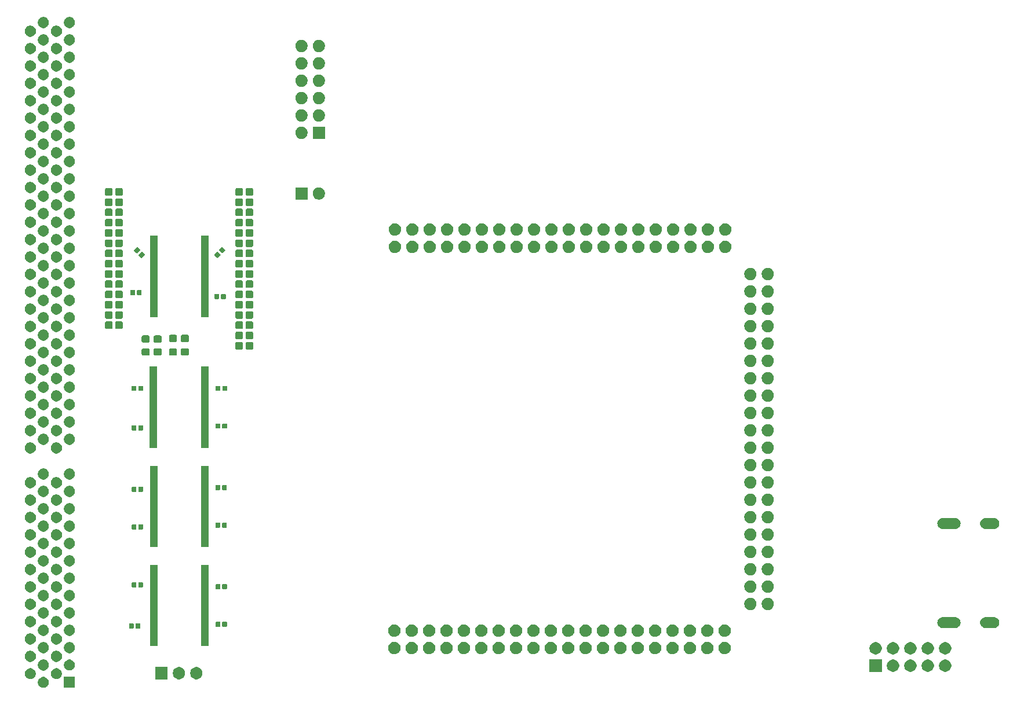
<source format=gbs>
G04 #@! TF.GenerationSoftware,KiCad,Pcbnew,(5.1.5)-3*
G04 #@! TF.CreationDate,2020-03-16T17:52:28+03:00*
G04 #@! TF.ProjectId,WM1200,574d3132-3030-42e6-9b69-6361645f7063,rev?*
G04 #@! TF.SameCoordinates,Original*
G04 #@! TF.FileFunction,Soldermask,Bot*
G04 #@! TF.FilePolarity,Negative*
%FSLAX46Y46*%
G04 Gerber Fmt 4.6, Leading zero omitted, Abs format (unit mm)*
G04 Created by KiCad (PCBNEW (5.1.5)-3) date 2020-03-16 17:52:28*
%MOMM*%
%LPD*%
G04 APERTURE LIST*
%ADD10C,0.100000*%
G04 APERTURE END LIST*
D10*
G36*
X110301000Y-147051000D02*
G01*
X108699000Y-147051000D01*
X108699000Y-145449000D01*
X110301000Y-145449000D01*
X110301000Y-147051000D01*
G37*
G36*
X105923642Y-145479781D02*
G01*
X106069414Y-145540162D01*
X106069416Y-145540163D01*
X106200608Y-145627822D01*
X106312178Y-145739392D01*
X106399837Y-145870584D01*
X106399838Y-145870586D01*
X106460219Y-146016358D01*
X106491000Y-146171107D01*
X106491000Y-146328893D01*
X106460219Y-146483642D01*
X106399838Y-146629414D01*
X106399837Y-146629416D01*
X106312178Y-146760608D01*
X106200608Y-146872178D01*
X106069416Y-146959837D01*
X106069415Y-146959838D01*
X106069414Y-146959838D01*
X105923642Y-147020219D01*
X105768893Y-147051000D01*
X105611107Y-147051000D01*
X105456358Y-147020219D01*
X105310586Y-146959838D01*
X105310585Y-146959838D01*
X105310584Y-146959837D01*
X105179392Y-146872178D01*
X105067822Y-146760608D01*
X104980163Y-146629416D01*
X104980162Y-146629414D01*
X104919781Y-146483642D01*
X104889000Y-146328893D01*
X104889000Y-146171107D01*
X104919781Y-146016358D01*
X104980162Y-145870586D01*
X104980163Y-145870584D01*
X105067822Y-145739392D01*
X105179392Y-145627822D01*
X105310584Y-145540163D01*
X105310586Y-145540162D01*
X105456358Y-145479781D01*
X105611107Y-145449000D01*
X105768893Y-145449000D01*
X105923642Y-145479781D01*
G37*
G36*
X125613512Y-144003927D02*
G01*
X125762812Y-144033624D01*
X125926784Y-144101544D01*
X126074354Y-144200147D01*
X126199853Y-144325646D01*
X126298456Y-144473216D01*
X126366376Y-144637188D01*
X126401000Y-144811259D01*
X126401000Y-144988741D01*
X126366376Y-145162812D01*
X126298456Y-145326784D01*
X126199853Y-145474354D01*
X126074354Y-145599853D01*
X125926784Y-145698456D01*
X125762812Y-145766376D01*
X125613512Y-145796073D01*
X125588742Y-145801000D01*
X125411258Y-145801000D01*
X125386488Y-145796073D01*
X125237188Y-145766376D01*
X125073216Y-145698456D01*
X124925646Y-145599853D01*
X124800147Y-145474354D01*
X124701544Y-145326784D01*
X124633624Y-145162812D01*
X124599000Y-144988741D01*
X124599000Y-144811259D01*
X124633624Y-144637188D01*
X124701544Y-144473216D01*
X124800147Y-144325646D01*
X124925646Y-144200147D01*
X125073216Y-144101544D01*
X125237188Y-144033624D01*
X125386488Y-144003927D01*
X125411258Y-143999000D01*
X125588742Y-143999000D01*
X125613512Y-144003927D01*
G37*
G36*
X128153512Y-144003927D02*
G01*
X128302812Y-144033624D01*
X128466784Y-144101544D01*
X128614354Y-144200147D01*
X128739853Y-144325646D01*
X128838456Y-144473216D01*
X128906376Y-144637188D01*
X128941000Y-144811259D01*
X128941000Y-144988741D01*
X128906376Y-145162812D01*
X128838456Y-145326784D01*
X128739853Y-145474354D01*
X128614354Y-145599853D01*
X128466784Y-145698456D01*
X128302812Y-145766376D01*
X128153512Y-145796073D01*
X128128742Y-145801000D01*
X127951258Y-145801000D01*
X127926488Y-145796073D01*
X127777188Y-145766376D01*
X127613216Y-145698456D01*
X127465646Y-145599853D01*
X127340147Y-145474354D01*
X127241544Y-145326784D01*
X127173624Y-145162812D01*
X127139000Y-144988741D01*
X127139000Y-144811259D01*
X127173624Y-144637188D01*
X127241544Y-144473216D01*
X127340147Y-144325646D01*
X127465646Y-144200147D01*
X127613216Y-144101544D01*
X127777188Y-144033624D01*
X127926488Y-144003927D01*
X127951258Y-143999000D01*
X128128742Y-143999000D01*
X128153512Y-144003927D01*
G37*
G36*
X123861000Y-145801000D02*
G01*
X122059000Y-145801000D01*
X122059000Y-143999000D01*
X123861000Y-143999000D01*
X123861000Y-145801000D01*
G37*
G36*
X104018642Y-144209781D02*
G01*
X104164414Y-144270162D01*
X104164416Y-144270163D01*
X104295608Y-144357822D01*
X104407178Y-144469392D01*
X104427531Y-144499853D01*
X104494838Y-144600586D01*
X104555219Y-144746358D01*
X104586000Y-144901107D01*
X104586000Y-145058893D01*
X104555219Y-145213642D01*
X104508354Y-145326784D01*
X104494837Y-145359416D01*
X104407178Y-145490608D01*
X104295608Y-145602178D01*
X104164416Y-145689837D01*
X104164415Y-145689838D01*
X104164414Y-145689838D01*
X104018642Y-145750219D01*
X103863893Y-145781000D01*
X103706107Y-145781000D01*
X103551358Y-145750219D01*
X103405586Y-145689838D01*
X103405585Y-145689838D01*
X103405584Y-145689837D01*
X103274392Y-145602178D01*
X103162822Y-145490608D01*
X103075163Y-145359416D01*
X103061646Y-145326784D01*
X103014781Y-145213642D01*
X102984000Y-145058893D01*
X102984000Y-144901107D01*
X103014781Y-144746358D01*
X103075162Y-144600586D01*
X103142469Y-144499853D01*
X103162822Y-144469392D01*
X103274392Y-144357822D01*
X103405584Y-144270163D01*
X103405586Y-144270162D01*
X103551358Y-144209781D01*
X103706107Y-144179000D01*
X103863893Y-144179000D01*
X104018642Y-144209781D01*
G37*
G36*
X107828642Y-144209781D02*
G01*
X107974414Y-144270162D01*
X107974416Y-144270163D01*
X108105608Y-144357822D01*
X108217178Y-144469392D01*
X108237531Y-144499853D01*
X108304838Y-144600586D01*
X108365219Y-144746358D01*
X108396000Y-144901107D01*
X108396000Y-145058893D01*
X108365219Y-145213642D01*
X108318354Y-145326784D01*
X108304837Y-145359416D01*
X108217178Y-145490608D01*
X108105608Y-145602178D01*
X107974416Y-145689837D01*
X107974415Y-145689838D01*
X107974414Y-145689838D01*
X107828642Y-145750219D01*
X107673893Y-145781000D01*
X107516107Y-145781000D01*
X107361358Y-145750219D01*
X107215586Y-145689838D01*
X107215585Y-145689838D01*
X107215584Y-145689837D01*
X107084392Y-145602178D01*
X106972822Y-145490608D01*
X106885163Y-145359416D01*
X106871646Y-145326784D01*
X106824781Y-145213642D01*
X106794000Y-145058893D01*
X106794000Y-144901107D01*
X106824781Y-144746358D01*
X106885162Y-144600586D01*
X106952469Y-144499853D01*
X106972822Y-144469392D01*
X107084392Y-144357822D01*
X107215584Y-144270163D01*
X107215586Y-144270162D01*
X107361358Y-144209781D01*
X107516107Y-144179000D01*
X107673893Y-144179000D01*
X107828642Y-144209781D01*
G37*
G36*
X232473512Y-142903927D02*
G01*
X232622812Y-142933624D01*
X232786784Y-143001544D01*
X232934354Y-143100147D01*
X233059853Y-143225646D01*
X233158456Y-143373216D01*
X233226376Y-143537188D01*
X233261000Y-143711259D01*
X233261000Y-143888741D01*
X233226376Y-144062812D01*
X233158456Y-144226784D01*
X233059853Y-144374354D01*
X232934354Y-144499853D01*
X232786784Y-144598456D01*
X232622812Y-144666376D01*
X232473512Y-144696073D01*
X232448742Y-144701000D01*
X232271258Y-144701000D01*
X232246488Y-144696073D01*
X232097188Y-144666376D01*
X231933216Y-144598456D01*
X231785646Y-144499853D01*
X231660147Y-144374354D01*
X231561544Y-144226784D01*
X231493624Y-144062812D01*
X231459000Y-143888741D01*
X231459000Y-143711259D01*
X231493624Y-143537188D01*
X231561544Y-143373216D01*
X231660147Y-143225646D01*
X231785646Y-143100147D01*
X231933216Y-143001544D01*
X232097188Y-142933624D01*
X232246488Y-142903927D01*
X232271258Y-142899000D01*
X232448742Y-142899000D01*
X232473512Y-142903927D01*
G37*
G36*
X229933512Y-142903927D02*
G01*
X230082812Y-142933624D01*
X230246784Y-143001544D01*
X230394354Y-143100147D01*
X230519853Y-143225646D01*
X230618456Y-143373216D01*
X230686376Y-143537188D01*
X230721000Y-143711259D01*
X230721000Y-143888741D01*
X230686376Y-144062812D01*
X230618456Y-144226784D01*
X230519853Y-144374354D01*
X230394354Y-144499853D01*
X230246784Y-144598456D01*
X230082812Y-144666376D01*
X229933512Y-144696073D01*
X229908742Y-144701000D01*
X229731258Y-144701000D01*
X229706488Y-144696073D01*
X229557188Y-144666376D01*
X229393216Y-144598456D01*
X229245646Y-144499853D01*
X229120147Y-144374354D01*
X229021544Y-144226784D01*
X228953624Y-144062812D01*
X228919000Y-143888741D01*
X228919000Y-143711259D01*
X228953624Y-143537188D01*
X229021544Y-143373216D01*
X229120147Y-143225646D01*
X229245646Y-143100147D01*
X229393216Y-143001544D01*
X229557188Y-142933624D01*
X229706488Y-142903927D01*
X229731258Y-142899000D01*
X229908742Y-142899000D01*
X229933512Y-142903927D01*
G37*
G36*
X228181000Y-144701000D02*
G01*
X226379000Y-144701000D01*
X226379000Y-142899000D01*
X228181000Y-142899000D01*
X228181000Y-144701000D01*
G37*
G36*
X237553512Y-142903927D02*
G01*
X237702812Y-142933624D01*
X237866784Y-143001544D01*
X238014354Y-143100147D01*
X238139853Y-143225646D01*
X238238456Y-143373216D01*
X238306376Y-143537188D01*
X238341000Y-143711259D01*
X238341000Y-143888741D01*
X238306376Y-144062812D01*
X238238456Y-144226784D01*
X238139853Y-144374354D01*
X238014354Y-144499853D01*
X237866784Y-144598456D01*
X237702812Y-144666376D01*
X237553512Y-144696073D01*
X237528742Y-144701000D01*
X237351258Y-144701000D01*
X237326488Y-144696073D01*
X237177188Y-144666376D01*
X237013216Y-144598456D01*
X236865646Y-144499853D01*
X236740147Y-144374354D01*
X236641544Y-144226784D01*
X236573624Y-144062812D01*
X236539000Y-143888741D01*
X236539000Y-143711259D01*
X236573624Y-143537188D01*
X236641544Y-143373216D01*
X236740147Y-143225646D01*
X236865646Y-143100147D01*
X237013216Y-143001544D01*
X237177188Y-142933624D01*
X237326488Y-142903927D01*
X237351258Y-142899000D01*
X237528742Y-142899000D01*
X237553512Y-142903927D01*
G37*
G36*
X235013512Y-142903927D02*
G01*
X235162812Y-142933624D01*
X235326784Y-143001544D01*
X235474354Y-143100147D01*
X235599853Y-143225646D01*
X235698456Y-143373216D01*
X235766376Y-143537188D01*
X235801000Y-143711259D01*
X235801000Y-143888741D01*
X235766376Y-144062812D01*
X235698456Y-144226784D01*
X235599853Y-144374354D01*
X235474354Y-144499853D01*
X235326784Y-144598456D01*
X235162812Y-144666376D01*
X235013512Y-144696073D01*
X234988742Y-144701000D01*
X234811258Y-144701000D01*
X234786488Y-144696073D01*
X234637188Y-144666376D01*
X234473216Y-144598456D01*
X234325646Y-144499853D01*
X234200147Y-144374354D01*
X234101544Y-144226784D01*
X234033624Y-144062812D01*
X233999000Y-143888741D01*
X233999000Y-143711259D01*
X234033624Y-143537188D01*
X234101544Y-143373216D01*
X234200147Y-143225646D01*
X234325646Y-143100147D01*
X234473216Y-143001544D01*
X234637188Y-142933624D01*
X234786488Y-142903927D01*
X234811258Y-142899000D01*
X234988742Y-142899000D01*
X235013512Y-142903927D01*
G37*
G36*
X105927142Y-142928242D02*
G01*
X106075101Y-142989529D01*
X106208255Y-143078499D01*
X106321501Y-143191745D01*
X106410471Y-143324899D01*
X106471758Y-143472858D01*
X106503000Y-143629925D01*
X106503000Y-143790075D01*
X106471758Y-143947142D01*
X106410471Y-144095101D01*
X106321501Y-144228255D01*
X106208255Y-144341501D01*
X106075101Y-144430471D01*
X105927142Y-144491758D01*
X105770075Y-144523000D01*
X105609925Y-144523000D01*
X105452858Y-144491758D01*
X105304899Y-144430471D01*
X105171745Y-144341501D01*
X105058499Y-144228255D01*
X104969529Y-144095101D01*
X104908242Y-143947142D01*
X104877000Y-143790075D01*
X104877000Y-143629925D01*
X104908242Y-143472858D01*
X104969529Y-143324899D01*
X105058499Y-143191745D01*
X105171745Y-143078499D01*
X105304899Y-142989529D01*
X105452858Y-142928242D01*
X105609925Y-142897000D01*
X105770075Y-142897000D01*
X105927142Y-142928242D01*
G37*
G36*
X109733642Y-142939781D02*
G01*
X109879414Y-143000162D01*
X109879416Y-143000163D01*
X110010608Y-143087822D01*
X110122178Y-143199392D01*
X110157997Y-143253000D01*
X110209838Y-143330586D01*
X110270219Y-143476358D01*
X110301000Y-143631107D01*
X110301000Y-143788893D01*
X110270219Y-143943642D01*
X110220857Y-144062811D01*
X110209837Y-144089416D01*
X110122178Y-144220608D01*
X110010608Y-144332178D01*
X109879416Y-144419837D01*
X109879415Y-144419838D01*
X109879414Y-144419838D01*
X109733642Y-144480219D01*
X109578893Y-144511000D01*
X109421107Y-144511000D01*
X109266358Y-144480219D01*
X109120586Y-144419838D01*
X109120585Y-144419838D01*
X109120584Y-144419837D01*
X108989392Y-144332178D01*
X108877822Y-144220608D01*
X108790163Y-144089416D01*
X108779143Y-144062811D01*
X108729781Y-143943642D01*
X108699000Y-143788893D01*
X108699000Y-143631107D01*
X108729781Y-143476358D01*
X108790162Y-143330586D01*
X108842003Y-143253000D01*
X108877822Y-143199392D01*
X108989392Y-143087822D01*
X109120584Y-143000163D01*
X109120586Y-143000162D01*
X109266358Y-142939781D01*
X109421107Y-142909000D01*
X109578893Y-142909000D01*
X109733642Y-142939781D01*
G37*
G36*
X107832142Y-141658242D02*
G01*
X107980101Y-141719529D01*
X108113255Y-141808499D01*
X108226501Y-141921745D01*
X108315471Y-142054899D01*
X108376758Y-142202858D01*
X108408000Y-142359925D01*
X108408000Y-142520075D01*
X108376758Y-142677142D01*
X108315471Y-142825101D01*
X108226501Y-142958255D01*
X108113255Y-143071501D01*
X107980101Y-143160471D01*
X107832142Y-143221758D01*
X107675075Y-143253000D01*
X107514925Y-143253000D01*
X107357858Y-143221758D01*
X107209899Y-143160471D01*
X107076745Y-143071501D01*
X106963499Y-142958255D01*
X106874529Y-142825101D01*
X106813242Y-142677142D01*
X106782000Y-142520075D01*
X106782000Y-142359925D01*
X106813242Y-142202858D01*
X106874529Y-142054899D01*
X106963499Y-141921745D01*
X107076745Y-141808499D01*
X107209899Y-141719529D01*
X107357858Y-141658242D01*
X107514925Y-141627000D01*
X107675075Y-141627000D01*
X107832142Y-141658242D01*
G37*
G36*
X104022142Y-141658242D02*
G01*
X104170101Y-141719529D01*
X104303255Y-141808499D01*
X104416501Y-141921745D01*
X104505471Y-142054899D01*
X104566758Y-142202858D01*
X104598000Y-142359925D01*
X104598000Y-142520075D01*
X104566758Y-142677142D01*
X104505471Y-142825101D01*
X104416501Y-142958255D01*
X104303255Y-143071501D01*
X104170101Y-143160471D01*
X104022142Y-143221758D01*
X103865075Y-143253000D01*
X103704925Y-143253000D01*
X103547858Y-143221758D01*
X103399899Y-143160471D01*
X103266745Y-143071501D01*
X103153499Y-142958255D01*
X103064529Y-142825101D01*
X103003242Y-142677142D01*
X102972000Y-142520075D01*
X102972000Y-142359925D01*
X103003242Y-142202858D01*
X103064529Y-142054899D01*
X103153499Y-141921745D01*
X103266745Y-141808499D01*
X103399899Y-141719529D01*
X103547858Y-141658242D01*
X103704925Y-141627000D01*
X103865075Y-141627000D01*
X104022142Y-141658242D01*
G37*
G36*
X227393512Y-140363927D02*
G01*
X227542812Y-140393624D01*
X227706784Y-140461544D01*
X227854354Y-140560147D01*
X227979853Y-140685646D01*
X228078456Y-140833216D01*
X228146376Y-140997188D01*
X228181000Y-141171259D01*
X228181000Y-141348741D01*
X228146376Y-141522812D01*
X228078456Y-141686784D01*
X227979853Y-141834354D01*
X227854354Y-141959853D01*
X227706784Y-142058456D01*
X227542812Y-142126376D01*
X227393512Y-142156073D01*
X227368742Y-142161000D01*
X227191258Y-142161000D01*
X227166488Y-142156073D01*
X227017188Y-142126376D01*
X226853216Y-142058456D01*
X226705646Y-141959853D01*
X226580147Y-141834354D01*
X226481544Y-141686784D01*
X226413624Y-141522812D01*
X226379000Y-141348741D01*
X226379000Y-141171259D01*
X226413624Y-140997188D01*
X226481544Y-140833216D01*
X226580147Y-140685646D01*
X226705646Y-140560147D01*
X226853216Y-140461544D01*
X227017188Y-140393624D01*
X227166488Y-140363927D01*
X227191258Y-140359000D01*
X227368742Y-140359000D01*
X227393512Y-140363927D01*
G37*
G36*
X232473512Y-140363927D02*
G01*
X232622812Y-140393624D01*
X232786784Y-140461544D01*
X232934354Y-140560147D01*
X233059853Y-140685646D01*
X233158456Y-140833216D01*
X233226376Y-140997188D01*
X233261000Y-141171259D01*
X233261000Y-141348741D01*
X233226376Y-141522812D01*
X233158456Y-141686784D01*
X233059853Y-141834354D01*
X232934354Y-141959853D01*
X232786784Y-142058456D01*
X232622812Y-142126376D01*
X232473512Y-142156073D01*
X232448742Y-142161000D01*
X232271258Y-142161000D01*
X232246488Y-142156073D01*
X232097188Y-142126376D01*
X231933216Y-142058456D01*
X231785646Y-141959853D01*
X231660147Y-141834354D01*
X231561544Y-141686784D01*
X231493624Y-141522812D01*
X231459000Y-141348741D01*
X231459000Y-141171259D01*
X231493624Y-140997188D01*
X231561544Y-140833216D01*
X231660147Y-140685646D01*
X231785646Y-140560147D01*
X231933216Y-140461544D01*
X232097188Y-140393624D01*
X232246488Y-140363927D01*
X232271258Y-140359000D01*
X232448742Y-140359000D01*
X232473512Y-140363927D01*
G37*
G36*
X229933512Y-140363927D02*
G01*
X230082812Y-140393624D01*
X230246784Y-140461544D01*
X230394354Y-140560147D01*
X230519853Y-140685646D01*
X230618456Y-140833216D01*
X230686376Y-140997188D01*
X230721000Y-141171259D01*
X230721000Y-141348741D01*
X230686376Y-141522812D01*
X230618456Y-141686784D01*
X230519853Y-141834354D01*
X230394354Y-141959853D01*
X230246784Y-142058456D01*
X230082812Y-142126376D01*
X229933512Y-142156073D01*
X229908742Y-142161000D01*
X229731258Y-142161000D01*
X229706488Y-142156073D01*
X229557188Y-142126376D01*
X229393216Y-142058456D01*
X229245646Y-141959853D01*
X229120147Y-141834354D01*
X229021544Y-141686784D01*
X228953624Y-141522812D01*
X228919000Y-141348741D01*
X228919000Y-141171259D01*
X228953624Y-140997188D01*
X229021544Y-140833216D01*
X229120147Y-140685646D01*
X229245646Y-140560147D01*
X229393216Y-140461544D01*
X229557188Y-140393624D01*
X229706488Y-140363927D01*
X229731258Y-140359000D01*
X229908742Y-140359000D01*
X229933512Y-140363927D01*
G37*
G36*
X235013512Y-140363927D02*
G01*
X235162812Y-140393624D01*
X235326784Y-140461544D01*
X235474354Y-140560147D01*
X235599853Y-140685646D01*
X235698456Y-140833216D01*
X235766376Y-140997188D01*
X235801000Y-141171259D01*
X235801000Y-141348741D01*
X235766376Y-141522812D01*
X235698456Y-141686784D01*
X235599853Y-141834354D01*
X235474354Y-141959853D01*
X235326784Y-142058456D01*
X235162812Y-142126376D01*
X235013512Y-142156073D01*
X234988742Y-142161000D01*
X234811258Y-142161000D01*
X234786488Y-142156073D01*
X234637188Y-142126376D01*
X234473216Y-142058456D01*
X234325646Y-141959853D01*
X234200147Y-141834354D01*
X234101544Y-141686784D01*
X234033624Y-141522812D01*
X233999000Y-141348741D01*
X233999000Y-141171259D01*
X234033624Y-140997188D01*
X234101544Y-140833216D01*
X234200147Y-140685646D01*
X234325646Y-140560147D01*
X234473216Y-140461544D01*
X234637188Y-140393624D01*
X234786488Y-140363927D01*
X234811258Y-140359000D01*
X234988742Y-140359000D01*
X235013512Y-140363927D01*
G37*
G36*
X237553512Y-140363927D02*
G01*
X237702812Y-140393624D01*
X237866784Y-140461544D01*
X238014354Y-140560147D01*
X238139853Y-140685646D01*
X238238456Y-140833216D01*
X238306376Y-140997188D01*
X238341000Y-141171259D01*
X238341000Y-141348741D01*
X238306376Y-141522812D01*
X238238456Y-141686784D01*
X238139853Y-141834354D01*
X238014354Y-141959853D01*
X237866784Y-142058456D01*
X237702812Y-142126376D01*
X237553512Y-142156073D01*
X237528742Y-142161000D01*
X237351258Y-142161000D01*
X237326488Y-142156073D01*
X237177188Y-142126376D01*
X237013216Y-142058456D01*
X236865646Y-141959853D01*
X236740147Y-141834354D01*
X236641544Y-141686784D01*
X236573624Y-141522812D01*
X236539000Y-141348741D01*
X236539000Y-141171259D01*
X236573624Y-140997188D01*
X236641544Y-140833216D01*
X236740147Y-140685646D01*
X236865646Y-140560147D01*
X237013216Y-140461544D01*
X237177188Y-140393624D01*
X237326488Y-140363927D01*
X237351258Y-140359000D01*
X237528742Y-140359000D01*
X237553512Y-140363927D01*
G37*
G36*
X185018812Y-140317127D02*
G01*
X185168112Y-140346824D01*
X185332084Y-140414744D01*
X185479654Y-140513347D01*
X185605153Y-140638846D01*
X185703756Y-140786416D01*
X185771676Y-140950388D01*
X185806300Y-141124459D01*
X185806300Y-141301941D01*
X185771676Y-141476012D01*
X185703756Y-141639984D01*
X185605153Y-141787554D01*
X185479654Y-141913053D01*
X185332084Y-142011656D01*
X185168112Y-142079576D01*
X185018812Y-142109273D01*
X184994042Y-142114200D01*
X184816558Y-142114200D01*
X184791788Y-142109273D01*
X184642488Y-142079576D01*
X184478516Y-142011656D01*
X184330946Y-141913053D01*
X184205447Y-141787554D01*
X184106844Y-141639984D01*
X184038924Y-141476012D01*
X184004300Y-141301941D01*
X184004300Y-141124459D01*
X184038924Y-140950388D01*
X184106844Y-140786416D01*
X184205447Y-140638846D01*
X184330946Y-140513347D01*
X184478516Y-140414744D01*
X184642488Y-140346824D01*
X184791788Y-140317127D01*
X184816558Y-140312200D01*
X184994042Y-140312200D01*
X185018812Y-140317127D01*
G37*
G36*
X157078812Y-140317127D02*
G01*
X157228112Y-140346824D01*
X157392084Y-140414744D01*
X157539654Y-140513347D01*
X157665153Y-140638846D01*
X157763756Y-140786416D01*
X157831676Y-140950388D01*
X157866300Y-141124459D01*
X157866300Y-141301941D01*
X157831676Y-141476012D01*
X157763756Y-141639984D01*
X157665153Y-141787554D01*
X157539654Y-141913053D01*
X157392084Y-142011656D01*
X157228112Y-142079576D01*
X157078812Y-142109273D01*
X157054042Y-142114200D01*
X156876558Y-142114200D01*
X156851788Y-142109273D01*
X156702488Y-142079576D01*
X156538516Y-142011656D01*
X156390946Y-141913053D01*
X156265447Y-141787554D01*
X156166844Y-141639984D01*
X156098924Y-141476012D01*
X156064300Y-141301941D01*
X156064300Y-141124459D01*
X156098924Y-140950388D01*
X156166844Y-140786416D01*
X156265447Y-140638846D01*
X156390946Y-140513347D01*
X156538516Y-140414744D01*
X156702488Y-140346824D01*
X156851788Y-140317127D01*
X156876558Y-140312200D01*
X157054042Y-140312200D01*
X157078812Y-140317127D01*
G37*
G36*
X159618812Y-140317127D02*
G01*
X159768112Y-140346824D01*
X159932084Y-140414744D01*
X160079654Y-140513347D01*
X160205153Y-140638846D01*
X160303756Y-140786416D01*
X160371676Y-140950388D01*
X160406300Y-141124459D01*
X160406300Y-141301941D01*
X160371676Y-141476012D01*
X160303756Y-141639984D01*
X160205153Y-141787554D01*
X160079654Y-141913053D01*
X159932084Y-142011656D01*
X159768112Y-142079576D01*
X159618812Y-142109273D01*
X159594042Y-142114200D01*
X159416558Y-142114200D01*
X159391788Y-142109273D01*
X159242488Y-142079576D01*
X159078516Y-142011656D01*
X158930946Y-141913053D01*
X158805447Y-141787554D01*
X158706844Y-141639984D01*
X158638924Y-141476012D01*
X158604300Y-141301941D01*
X158604300Y-141124459D01*
X158638924Y-140950388D01*
X158706844Y-140786416D01*
X158805447Y-140638846D01*
X158930946Y-140513347D01*
X159078516Y-140414744D01*
X159242488Y-140346824D01*
X159391788Y-140317127D01*
X159416558Y-140312200D01*
X159594042Y-140312200D01*
X159618812Y-140317127D01*
G37*
G36*
X162158812Y-140317127D02*
G01*
X162308112Y-140346824D01*
X162472084Y-140414744D01*
X162619654Y-140513347D01*
X162745153Y-140638846D01*
X162843756Y-140786416D01*
X162911676Y-140950388D01*
X162946300Y-141124459D01*
X162946300Y-141301941D01*
X162911676Y-141476012D01*
X162843756Y-141639984D01*
X162745153Y-141787554D01*
X162619654Y-141913053D01*
X162472084Y-142011656D01*
X162308112Y-142079576D01*
X162158812Y-142109273D01*
X162134042Y-142114200D01*
X161956558Y-142114200D01*
X161931788Y-142109273D01*
X161782488Y-142079576D01*
X161618516Y-142011656D01*
X161470946Y-141913053D01*
X161345447Y-141787554D01*
X161246844Y-141639984D01*
X161178924Y-141476012D01*
X161144300Y-141301941D01*
X161144300Y-141124459D01*
X161178924Y-140950388D01*
X161246844Y-140786416D01*
X161345447Y-140638846D01*
X161470946Y-140513347D01*
X161618516Y-140414744D01*
X161782488Y-140346824D01*
X161931788Y-140317127D01*
X161956558Y-140312200D01*
X162134042Y-140312200D01*
X162158812Y-140317127D01*
G37*
G36*
X164698812Y-140317127D02*
G01*
X164848112Y-140346824D01*
X165012084Y-140414744D01*
X165159654Y-140513347D01*
X165285153Y-140638846D01*
X165383756Y-140786416D01*
X165451676Y-140950388D01*
X165486300Y-141124459D01*
X165486300Y-141301941D01*
X165451676Y-141476012D01*
X165383756Y-141639984D01*
X165285153Y-141787554D01*
X165159654Y-141913053D01*
X165012084Y-142011656D01*
X164848112Y-142079576D01*
X164698812Y-142109273D01*
X164674042Y-142114200D01*
X164496558Y-142114200D01*
X164471788Y-142109273D01*
X164322488Y-142079576D01*
X164158516Y-142011656D01*
X164010946Y-141913053D01*
X163885447Y-141787554D01*
X163786844Y-141639984D01*
X163718924Y-141476012D01*
X163684300Y-141301941D01*
X163684300Y-141124459D01*
X163718924Y-140950388D01*
X163786844Y-140786416D01*
X163885447Y-140638846D01*
X164010946Y-140513347D01*
X164158516Y-140414744D01*
X164322488Y-140346824D01*
X164471788Y-140317127D01*
X164496558Y-140312200D01*
X164674042Y-140312200D01*
X164698812Y-140317127D01*
G37*
G36*
X167238812Y-140317127D02*
G01*
X167388112Y-140346824D01*
X167552084Y-140414744D01*
X167699654Y-140513347D01*
X167825153Y-140638846D01*
X167923756Y-140786416D01*
X167991676Y-140950388D01*
X168026300Y-141124459D01*
X168026300Y-141301941D01*
X167991676Y-141476012D01*
X167923756Y-141639984D01*
X167825153Y-141787554D01*
X167699654Y-141913053D01*
X167552084Y-142011656D01*
X167388112Y-142079576D01*
X167238812Y-142109273D01*
X167214042Y-142114200D01*
X167036558Y-142114200D01*
X167011788Y-142109273D01*
X166862488Y-142079576D01*
X166698516Y-142011656D01*
X166550946Y-141913053D01*
X166425447Y-141787554D01*
X166326844Y-141639984D01*
X166258924Y-141476012D01*
X166224300Y-141301941D01*
X166224300Y-141124459D01*
X166258924Y-140950388D01*
X166326844Y-140786416D01*
X166425447Y-140638846D01*
X166550946Y-140513347D01*
X166698516Y-140414744D01*
X166862488Y-140346824D01*
X167011788Y-140317127D01*
X167036558Y-140312200D01*
X167214042Y-140312200D01*
X167238812Y-140317127D01*
G37*
G36*
X169778812Y-140317127D02*
G01*
X169928112Y-140346824D01*
X170092084Y-140414744D01*
X170239654Y-140513347D01*
X170365153Y-140638846D01*
X170463756Y-140786416D01*
X170531676Y-140950388D01*
X170566300Y-141124459D01*
X170566300Y-141301941D01*
X170531676Y-141476012D01*
X170463756Y-141639984D01*
X170365153Y-141787554D01*
X170239654Y-141913053D01*
X170092084Y-142011656D01*
X169928112Y-142079576D01*
X169778812Y-142109273D01*
X169754042Y-142114200D01*
X169576558Y-142114200D01*
X169551788Y-142109273D01*
X169402488Y-142079576D01*
X169238516Y-142011656D01*
X169090946Y-141913053D01*
X168965447Y-141787554D01*
X168866844Y-141639984D01*
X168798924Y-141476012D01*
X168764300Y-141301941D01*
X168764300Y-141124459D01*
X168798924Y-140950388D01*
X168866844Y-140786416D01*
X168965447Y-140638846D01*
X169090946Y-140513347D01*
X169238516Y-140414744D01*
X169402488Y-140346824D01*
X169551788Y-140317127D01*
X169576558Y-140312200D01*
X169754042Y-140312200D01*
X169778812Y-140317127D01*
G37*
G36*
X172318812Y-140317127D02*
G01*
X172468112Y-140346824D01*
X172632084Y-140414744D01*
X172779654Y-140513347D01*
X172905153Y-140638846D01*
X173003756Y-140786416D01*
X173071676Y-140950388D01*
X173106300Y-141124459D01*
X173106300Y-141301941D01*
X173071676Y-141476012D01*
X173003756Y-141639984D01*
X172905153Y-141787554D01*
X172779654Y-141913053D01*
X172632084Y-142011656D01*
X172468112Y-142079576D01*
X172318812Y-142109273D01*
X172294042Y-142114200D01*
X172116558Y-142114200D01*
X172091788Y-142109273D01*
X171942488Y-142079576D01*
X171778516Y-142011656D01*
X171630946Y-141913053D01*
X171505447Y-141787554D01*
X171406844Y-141639984D01*
X171338924Y-141476012D01*
X171304300Y-141301941D01*
X171304300Y-141124459D01*
X171338924Y-140950388D01*
X171406844Y-140786416D01*
X171505447Y-140638846D01*
X171630946Y-140513347D01*
X171778516Y-140414744D01*
X171942488Y-140346824D01*
X172091788Y-140317127D01*
X172116558Y-140312200D01*
X172294042Y-140312200D01*
X172318812Y-140317127D01*
G37*
G36*
X174858812Y-140317127D02*
G01*
X175008112Y-140346824D01*
X175172084Y-140414744D01*
X175319654Y-140513347D01*
X175445153Y-140638846D01*
X175543756Y-140786416D01*
X175611676Y-140950388D01*
X175646300Y-141124459D01*
X175646300Y-141301941D01*
X175611676Y-141476012D01*
X175543756Y-141639984D01*
X175445153Y-141787554D01*
X175319654Y-141913053D01*
X175172084Y-142011656D01*
X175008112Y-142079576D01*
X174858812Y-142109273D01*
X174834042Y-142114200D01*
X174656558Y-142114200D01*
X174631788Y-142109273D01*
X174482488Y-142079576D01*
X174318516Y-142011656D01*
X174170946Y-141913053D01*
X174045447Y-141787554D01*
X173946844Y-141639984D01*
X173878924Y-141476012D01*
X173844300Y-141301941D01*
X173844300Y-141124459D01*
X173878924Y-140950388D01*
X173946844Y-140786416D01*
X174045447Y-140638846D01*
X174170946Y-140513347D01*
X174318516Y-140414744D01*
X174482488Y-140346824D01*
X174631788Y-140317127D01*
X174656558Y-140312200D01*
X174834042Y-140312200D01*
X174858812Y-140317127D01*
G37*
G36*
X177398812Y-140317127D02*
G01*
X177548112Y-140346824D01*
X177712084Y-140414744D01*
X177859654Y-140513347D01*
X177985153Y-140638846D01*
X178083756Y-140786416D01*
X178151676Y-140950388D01*
X178186300Y-141124459D01*
X178186300Y-141301941D01*
X178151676Y-141476012D01*
X178083756Y-141639984D01*
X177985153Y-141787554D01*
X177859654Y-141913053D01*
X177712084Y-142011656D01*
X177548112Y-142079576D01*
X177398812Y-142109273D01*
X177374042Y-142114200D01*
X177196558Y-142114200D01*
X177171788Y-142109273D01*
X177022488Y-142079576D01*
X176858516Y-142011656D01*
X176710946Y-141913053D01*
X176585447Y-141787554D01*
X176486844Y-141639984D01*
X176418924Y-141476012D01*
X176384300Y-141301941D01*
X176384300Y-141124459D01*
X176418924Y-140950388D01*
X176486844Y-140786416D01*
X176585447Y-140638846D01*
X176710946Y-140513347D01*
X176858516Y-140414744D01*
X177022488Y-140346824D01*
X177171788Y-140317127D01*
X177196558Y-140312200D01*
X177374042Y-140312200D01*
X177398812Y-140317127D01*
G37*
G36*
X179938812Y-140317127D02*
G01*
X180088112Y-140346824D01*
X180252084Y-140414744D01*
X180399654Y-140513347D01*
X180525153Y-140638846D01*
X180623756Y-140786416D01*
X180691676Y-140950388D01*
X180726300Y-141124459D01*
X180726300Y-141301941D01*
X180691676Y-141476012D01*
X180623756Y-141639984D01*
X180525153Y-141787554D01*
X180399654Y-141913053D01*
X180252084Y-142011656D01*
X180088112Y-142079576D01*
X179938812Y-142109273D01*
X179914042Y-142114200D01*
X179736558Y-142114200D01*
X179711788Y-142109273D01*
X179562488Y-142079576D01*
X179398516Y-142011656D01*
X179250946Y-141913053D01*
X179125447Y-141787554D01*
X179026844Y-141639984D01*
X178958924Y-141476012D01*
X178924300Y-141301941D01*
X178924300Y-141124459D01*
X178958924Y-140950388D01*
X179026844Y-140786416D01*
X179125447Y-140638846D01*
X179250946Y-140513347D01*
X179398516Y-140414744D01*
X179562488Y-140346824D01*
X179711788Y-140317127D01*
X179736558Y-140312200D01*
X179914042Y-140312200D01*
X179938812Y-140317127D01*
G37*
G36*
X187558812Y-140317127D02*
G01*
X187708112Y-140346824D01*
X187872084Y-140414744D01*
X188019654Y-140513347D01*
X188145153Y-140638846D01*
X188243756Y-140786416D01*
X188311676Y-140950388D01*
X188346300Y-141124459D01*
X188346300Y-141301941D01*
X188311676Y-141476012D01*
X188243756Y-141639984D01*
X188145153Y-141787554D01*
X188019654Y-141913053D01*
X187872084Y-142011656D01*
X187708112Y-142079576D01*
X187558812Y-142109273D01*
X187534042Y-142114200D01*
X187356558Y-142114200D01*
X187331788Y-142109273D01*
X187182488Y-142079576D01*
X187018516Y-142011656D01*
X186870946Y-141913053D01*
X186745447Y-141787554D01*
X186646844Y-141639984D01*
X186578924Y-141476012D01*
X186544300Y-141301941D01*
X186544300Y-141124459D01*
X186578924Y-140950388D01*
X186646844Y-140786416D01*
X186745447Y-140638846D01*
X186870946Y-140513347D01*
X187018516Y-140414744D01*
X187182488Y-140346824D01*
X187331788Y-140317127D01*
X187356558Y-140312200D01*
X187534042Y-140312200D01*
X187558812Y-140317127D01*
G37*
G36*
X190098812Y-140317127D02*
G01*
X190248112Y-140346824D01*
X190412084Y-140414744D01*
X190559654Y-140513347D01*
X190685153Y-140638846D01*
X190783756Y-140786416D01*
X190851676Y-140950388D01*
X190886300Y-141124459D01*
X190886300Y-141301941D01*
X190851676Y-141476012D01*
X190783756Y-141639984D01*
X190685153Y-141787554D01*
X190559654Y-141913053D01*
X190412084Y-142011656D01*
X190248112Y-142079576D01*
X190098812Y-142109273D01*
X190074042Y-142114200D01*
X189896558Y-142114200D01*
X189871788Y-142109273D01*
X189722488Y-142079576D01*
X189558516Y-142011656D01*
X189410946Y-141913053D01*
X189285447Y-141787554D01*
X189186844Y-141639984D01*
X189118924Y-141476012D01*
X189084300Y-141301941D01*
X189084300Y-141124459D01*
X189118924Y-140950388D01*
X189186844Y-140786416D01*
X189285447Y-140638846D01*
X189410946Y-140513347D01*
X189558516Y-140414744D01*
X189722488Y-140346824D01*
X189871788Y-140317127D01*
X189896558Y-140312200D01*
X190074042Y-140312200D01*
X190098812Y-140317127D01*
G37*
G36*
X192638812Y-140317127D02*
G01*
X192788112Y-140346824D01*
X192952084Y-140414744D01*
X193099654Y-140513347D01*
X193225153Y-140638846D01*
X193323756Y-140786416D01*
X193391676Y-140950388D01*
X193426300Y-141124459D01*
X193426300Y-141301941D01*
X193391676Y-141476012D01*
X193323756Y-141639984D01*
X193225153Y-141787554D01*
X193099654Y-141913053D01*
X192952084Y-142011656D01*
X192788112Y-142079576D01*
X192638812Y-142109273D01*
X192614042Y-142114200D01*
X192436558Y-142114200D01*
X192411788Y-142109273D01*
X192262488Y-142079576D01*
X192098516Y-142011656D01*
X191950946Y-141913053D01*
X191825447Y-141787554D01*
X191726844Y-141639984D01*
X191658924Y-141476012D01*
X191624300Y-141301941D01*
X191624300Y-141124459D01*
X191658924Y-140950388D01*
X191726844Y-140786416D01*
X191825447Y-140638846D01*
X191950946Y-140513347D01*
X192098516Y-140414744D01*
X192262488Y-140346824D01*
X192411788Y-140317127D01*
X192436558Y-140312200D01*
X192614042Y-140312200D01*
X192638812Y-140317127D01*
G37*
G36*
X195178812Y-140317127D02*
G01*
X195328112Y-140346824D01*
X195492084Y-140414744D01*
X195639654Y-140513347D01*
X195765153Y-140638846D01*
X195863756Y-140786416D01*
X195931676Y-140950388D01*
X195966300Y-141124459D01*
X195966300Y-141301941D01*
X195931676Y-141476012D01*
X195863756Y-141639984D01*
X195765153Y-141787554D01*
X195639654Y-141913053D01*
X195492084Y-142011656D01*
X195328112Y-142079576D01*
X195178812Y-142109273D01*
X195154042Y-142114200D01*
X194976558Y-142114200D01*
X194951788Y-142109273D01*
X194802488Y-142079576D01*
X194638516Y-142011656D01*
X194490946Y-141913053D01*
X194365447Y-141787554D01*
X194266844Y-141639984D01*
X194198924Y-141476012D01*
X194164300Y-141301941D01*
X194164300Y-141124459D01*
X194198924Y-140950388D01*
X194266844Y-140786416D01*
X194365447Y-140638846D01*
X194490946Y-140513347D01*
X194638516Y-140414744D01*
X194802488Y-140346824D01*
X194951788Y-140317127D01*
X194976558Y-140312200D01*
X195154042Y-140312200D01*
X195178812Y-140317127D01*
G37*
G36*
X197718812Y-140317127D02*
G01*
X197868112Y-140346824D01*
X198032084Y-140414744D01*
X198179654Y-140513347D01*
X198305153Y-140638846D01*
X198403756Y-140786416D01*
X198471676Y-140950388D01*
X198506300Y-141124459D01*
X198506300Y-141301941D01*
X198471676Y-141476012D01*
X198403756Y-141639984D01*
X198305153Y-141787554D01*
X198179654Y-141913053D01*
X198032084Y-142011656D01*
X197868112Y-142079576D01*
X197718812Y-142109273D01*
X197694042Y-142114200D01*
X197516558Y-142114200D01*
X197491788Y-142109273D01*
X197342488Y-142079576D01*
X197178516Y-142011656D01*
X197030946Y-141913053D01*
X196905447Y-141787554D01*
X196806844Y-141639984D01*
X196738924Y-141476012D01*
X196704300Y-141301941D01*
X196704300Y-141124459D01*
X196738924Y-140950388D01*
X196806844Y-140786416D01*
X196905447Y-140638846D01*
X197030946Y-140513347D01*
X197178516Y-140414744D01*
X197342488Y-140346824D01*
X197491788Y-140317127D01*
X197516558Y-140312200D01*
X197694042Y-140312200D01*
X197718812Y-140317127D01*
G37*
G36*
X200258812Y-140317127D02*
G01*
X200408112Y-140346824D01*
X200572084Y-140414744D01*
X200719654Y-140513347D01*
X200845153Y-140638846D01*
X200943756Y-140786416D01*
X201011676Y-140950388D01*
X201046300Y-141124459D01*
X201046300Y-141301941D01*
X201011676Y-141476012D01*
X200943756Y-141639984D01*
X200845153Y-141787554D01*
X200719654Y-141913053D01*
X200572084Y-142011656D01*
X200408112Y-142079576D01*
X200258812Y-142109273D01*
X200234042Y-142114200D01*
X200056558Y-142114200D01*
X200031788Y-142109273D01*
X199882488Y-142079576D01*
X199718516Y-142011656D01*
X199570946Y-141913053D01*
X199445447Y-141787554D01*
X199346844Y-141639984D01*
X199278924Y-141476012D01*
X199244300Y-141301941D01*
X199244300Y-141124459D01*
X199278924Y-140950388D01*
X199346844Y-140786416D01*
X199445447Y-140638846D01*
X199570946Y-140513347D01*
X199718516Y-140414744D01*
X199882488Y-140346824D01*
X200031788Y-140317127D01*
X200056558Y-140312200D01*
X200234042Y-140312200D01*
X200258812Y-140317127D01*
G37*
G36*
X202798812Y-140317127D02*
G01*
X202948112Y-140346824D01*
X203112084Y-140414744D01*
X203259654Y-140513347D01*
X203385153Y-140638846D01*
X203483756Y-140786416D01*
X203551676Y-140950388D01*
X203586300Y-141124459D01*
X203586300Y-141301941D01*
X203551676Y-141476012D01*
X203483756Y-141639984D01*
X203385153Y-141787554D01*
X203259654Y-141913053D01*
X203112084Y-142011656D01*
X202948112Y-142079576D01*
X202798812Y-142109273D01*
X202774042Y-142114200D01*
X202596558Y-142114200D01*
X202571788Y-142109273D01*
X202422488Y-142079576D01*
X202258516Y-142011656D01*
X202110946Y-141913053D01*
X201985447Y-141787554D01*
X201886844Y-141639984D01*
X201818924Y-141476012D01*
X201784300Y-141301941D01*
X201784300Y-141124459D01*
X201818924Y-140950388D01*
X201886844Y-140786416D01*
X201985447Y-140638846D01*
X202110946Y-140513347D01*
X202258516Y-140414744D01*
X202422488Y-140346824D01*
X202571788Y-140317127D01*
X202596558Y-140312200D01*
X202774042Y-140312200D01*
X202798812Y-140317127D01*
G37*
G36*
X205338812Y-140317127D02*
G01*
X205488112Y-140346824D01*
X205652084Y-140414744D01*
X205799654Y-140513347D01*
X205925153Y-140638846D01*
X206023756Y-140786416D01*
X206091676Y-140950388D01*
X206126300Y-141124459D01*
X206126300Y-141301941D01*
X206091676Y-141476012D01*
X206023756Y-141639984D01*
X205925153Y-141787554D01*
X205799654Y-141913053D01*
X205652084Y-142011656D01*
X205488112Y-142079576D01*
X205338812Y-142109273D01*
X205314042Y-142114200D01*
X205136558Y-142114200D01*
X205111788Y-142109273D01*
X204962488Y-142079576D01*
X204798516Y-142011656D01*
X204650946Y-141913053D01*
X204525447Y-141787554D01*
X204426844Y-141639984D01*
X204358924Y-141476012D01*
X204324300Y-141301941D01*
X204324300Y-141124459D01*
X204358924Y-140950388D01*
X204426844Y-140786416D01*
X204525447Y-140638846D01*
X204650946Y-140513347D01*
X204798516Y-140414744D01*
X204962488Y-140346824D01*
X205111788Y-140317127D01*
X205136558Y-140312200D01*
X205314042Y-140312200D01*
X205338812Y-140317127D01*
G37*
G36*
X182478812Y-140317127D02*
G01*
X182628112Y-140346824D01*
X182792084Y-140414744D01*
X182939654Y-140513347D01*
X183065153Y-140638846D01*
X183163756Y-140786416D01*
X183231676Y-140950388D01*
X183266300Y-141124459D01*
X183266300Y-141301941D01*
X183231676Y-141476012D01*
X183163756Y-141639984D01*
X183065153Y-141787554D01*
X182939654Y-141913053D01*
X182792084Y-142011656D01*
X182628112Y-142079576D01*
X182478812Y-142109273D01*
X182454042Y-142114200D01*
X182276558Y-142114200D01*
X182251788Y-142109273D01*
X182102488Y-142079576D01*
X181938516Y-142011656D01*
X181790946Y-141913053D01*
X181665447Y-141787554D01*
X181566844Y-141639984D01*
X181498924Y-141476012D01*
X181464300Y-141301941D01*
X181464300Y-141124459D01*
X181498924Y-140950388D01*
X181566844Y-140786416D01*
X181665447Y-140638846D01*
X181790946Y-140513347D01*
X181938516Y-140414744D01*
X182102488Y-140346824D01*
X182251788Y-140317127D01*
X182276558Y-140312200D01*
X182454042Y-140312200D01*
X182478812Y-140317127D01*
G37*
G36*
X109737142Y-140388242D02*
G01*
X109885101Y-140449529D01*
X110018255Y-140538499D01*
X110131501Y-140651745D01*
X110220471Y-140784899D01*
X110281758Y-140932858D01*
X110313000Y-141089925D01*
X110313000Y-141250075D01*
X110281758Y-141407142D01*
X110220471Y-141555101D01*
X110131501Y-141688255D01*
X110018255Y-141801501D01*
X109885101Y-141890471D01*
X109737142Y-141951758D01*
X109580075Y-141983000D01*
X109419925Y-141983000D01*
X109262858Y-141951758D01*
X109114899Y-141890471D01*
X108981745Y-141801501D01*
X108868499Y-141688255D01*
X108779529Y-141555101D01*
X108718242Y-141407142D01*
X108687000Y-141250075D01*
X108687000Y-141089925D01*
X108718242Y-140932858D01*
X108779529Y-140784899D01*
X108868499Y-140651745D01*
X108981745Y-140538499D01*
X109114899Y-140449529D01*
X109262858Y-140388242D01*
X109419925Y-140357000D01*
X109580075Y-140357000D01*
X109737142Y-140388242D01*
G37*
G36*
X105927142Y-140388242D02*
G01*
X106075101Y-140449529D01*
X106208255Y-140538499D01*
X106321501Y-140651745D01*
X106410471Y-140784899D01*
X106471758Y-140932858D01*
X106503000Y-141089925D01*
X106503000Y-141250075D01*
X106471758Y-141407142D01*
X106410471Y-141555101D01*
X106321501Y-141688255D01*
X106208255Y-141801501D01*
X106075101Y-141890471D01*
X105927142Y-141951758D01*
X105770075Y-141983000D01*
X105609925Y-141983000D01*
X105452858Y-141951758D01*
X105304899Y-141890471D01*
X105171745Y-141801501D01*
X105058499Y-141688255D01*
X104969529Y-141555101D01*
X104908242Y-141407142D01*
X104877000Y-141250075D01*
X104877000Y-141089925D01*
X104908242Y-140932858D01*
X104969529Y-140784899D01*
X105058499Y-140651745D01*
X105171745Y-140538499D01*
X105304899Y-140449529D01*
X105452858Y-140388242D01*
X105609925Y-140357000D01*
X105770075Y-140357000D01*
X105927142Y-140388242D01*
G37*
G36*
X129851000Y-140943500D02*
G01*
X128749000Y-140943500D01*
X128749000Y-129056500D01*
X129851000Y-129056500D01*
X129851000Y-140943500D01*
G37*
G36*
X122351000Y-140943500D02*
G01*
X121249000Y-140943500D01*
X121249000Y-129056500D01*
X122351000Y-129056500D01*
X122351000Y-140943500D01*
G37*
G36*
X104022142Y-139118242D02*
G01*
X104170101Y-139179529D01*
X104303255Y-139268499D01*
X104416501Y-139381745D01*
X104505471Y-139514899D01*
X104566758Y-139662858D01*
X104598000Y-139819925D01*
X104598000Y-139980075D01*
X104566758Y-140137142D01*
X104505471Y-140285101D01*
X104416501Y-140418255D01*
X104303255Y-140531501D01*
X104170101Y-140620471D01*
X104022142Y-140681758D01*
X103865075Y-140713000D01*
X103704925Y-140713000D01*
X103547858Y-140681758D01*
X103399899Y-140620471D01*
X103266745Y-140531501D01*
X103153499Y-140418255D01*
X103064529Y-140285101D01*
X103003242Y-140137142D01*
X102972000Y-139980075D01*
X102972000Y-139819925D01*
X103003242Y-139662858D01*
X103064529Y-139514899D01*
X103153499Y-139381745D01*
X103266745Y-139268499D01*
X103399899Y-139179529D01*
X103547858Y-139118242D01*
X103704925Y-139087000D01*
X103865075Y-139087000D01*
X104022142Y-139118242D01*
G37*
G36*
X107832142Y-139118242D02*
G01*
X107980101Y-139179529D01*
X108113255Y-139268499D01*
X108226501Y-139381745D01*
X108315471Y-139514899D01*
X108376758Y-139662858D01*
X108408000Y-139819925D01*
X108408000Y-139980075D01*
X108376758Y-140137142D01*
X108315471Y-140285101D01*
X108226501Y-140418255D01*
X108113255Y-140531501D01*
X107980101Y-140620471D01*
X107832142Y-140681758D01*
X107675075Y-140713000D01*
X107514925Y-140713000D01*
X107357858Y-140681758D01*
X107209899Y-140620471D01*
X107076745Y-140531501D01*
X106963499Y-140418255D01*
X106874529Y-140285101D01*
X106813242Y-140137142D01*
X106782000Y-139980075D01*
X106782000Y-139819925D01*
X106813242Y-139662858D01*
X106874529Y-139514899D01*
X106963499Y-139381745D01*
X107076745Y-139268499D01*
X107209899Y-139179529D01*
X107357858Y-139118242D01*
X107514925Y-139087000D01*
X107675075Y-139087000D01*
X107832142Y-139118242D01*
G37*
G36*
X200258812Y-137777127D02*
G01*
X200408112Y-137806824D01*
X200572084Y-137874744D01*
X200719654Y-137973347D01*
X200845153Y-138098846D01*
X200943756Y-138246416D01*
X201011676Y-138410388D01*
X201046300Y-138584459D01*
X201046300Y-138761941D01*
X201011676Y-138936012D01*
X200943756Y-139099984D01*
X200845153Y-139247554D01*
X200719654Y-139373053D01*
X200572084Y-139471656D01*
X200408112Y-139539576D01*
X200258812Y-139569273D01*
X200234042Y-139574200D01*
X200056558Y-139574200D01*
X200031788Y-139569273D01*
X199882488Y-139539576D01*
X199718516Y-139471656D01*
X199570946Y-139373053D01*
X199445447Y-139247554D01*
X199346844Y-139099984D01*
X199278924Y-138936012D01*
X199244300Y-138761941D01*
X199244300Y-138584459D01*
X199278924Y-138410388D01*
X199346844Y-138246416D01*
X199445447Y-138098846D01*
X199570946Y-137973347D01*
X199718516Y-137874744D01*
X199882488Y-137806824D01*
X200031788Y-137777127D01*
X200056558Y-137772200D01*
X200234042Y-137772200D01*
X200258812Y-137777127D01*
G37*
G36*
X157078812Y-137777127D02*
G01*
X157228112Y-137806824D01*
X157392084Y-137874744D01*
X157539654Y-137973347D01*
X157665153Y-138098846D01*
X157763756Y-138246416D01*
X157831676Y-138410388D01*
X157866300Y-138584459D01*
X157866300Y-138761941D01*
X157831676Y-138936012D01*
X157763756Y-139099984D01*
X157665153Y-139247554D01*
X157539654Y-139373053D01*
X157392084Y-139471656D01*
X157228112Y-139539576D01*
X157078812Y-139569273D01*
X157054042Y-139574200D01*
X156876558Y-139574200D01*
X156851788Y-139569273D01*
X156702488Y-139539576D01*
X156538516Y-139471656D01*
X156390946Y-139373053D01*
X156265447Y-139247554D01*
X156166844Y-139099984D01*
X156098924Y-138936012D01*
X156064300Y-138761941D01*
X156064300Y-138584459D01*
X156098924Y-138410388D01*
X156166844Y-138246416D01*
X156265447Y-138098846D01*
X156390946Y-137973347D01*
X156538516Y-137874744D01*
X156702488Y-137806824D01*
X156851788Y-137777127D01*
X156876558Y-137772200D01*
X157054042Y-137772200D01*
X157078812Y-137777127D01*
G37*
G36*
X187558812Y-137777127D02*
G01*
X187708112Y-137806824D01*
X187872084Y-137874744D01*
X188019654Y-137973347D01*
X188145153Y-138098846D01*
X188243756Y-138246416D01*
X188311676Y-138410388D01*
X188346300Y-138584459D01*
X188346300Y-138761941D01*
X188311676Y-138936012D01*
X188243756Y-139099984D01*
X188145153Y-139247554D01*
X188019654Y-139373053D01*
X187872084Y-139471656D01*
X187708112Y-139539576D01*
X187558812Y-139569273D01*
X187534042Y-139574200D01*
X187356558Y-139574200D01*
X187331788Y-139569273D01*
X187182488Y-139539576D01*
X187018516Y-139471656D01*
X186870946Y-139373053D01*
X186745447Y-139247554D01*
X186646844Y-139099984D01*
X186578924Y-138936012D01*
X186544300Y-138761941D01*
X186544300Y-138584459D01*
X186578924Y-138410388D01*
X186646844Y-138246416D01*
X186745447Y-138098846D01*
X186870946Y-137973347D01*
X187018516Y-137874744D01*
X187182488Y-137806824D01*
X187331788Y-137777127D01*
X187356558Y-137772200D01*
X187534042Y-137772200D01*
X187558812Y-137777127D01*
G37*
G36*
X190098812Y-137777127D02*
G01*
X190248112Y-137806824D01*
X190412084Y-137874744D01*
X190559654Y-137973347D01*
X190685153Y-138098846D01*
X190783756Y-138246416D01*
X190851676Y-138410388D01*
X190886300Y-138584459D01*
X190886300Y-138761941D01*
X190851676Y-138936012D01*
X190783756Y-139099984D01*
X190685153Y-139247554D01*
X190559654Y-139373053D01*
X190412084Y-139471656D01*
X190248112Y-139539576D01*
X190098812Y-139569273D01*
X190074042Y-139574200D01*
X189896558Y-139574200D01*
X189871788Y-139569273D01*
X189722488Y-139539576D01*
X189558516Y-139471656D01*
X189410946Y-139373053D01*
X189285447Y-139247554D01*
X189186844Y-139099984D01*
X189118924Y-138936012D01*
X189084300Y-138761941D01*
X189084300Y-138584459D01*
X189118924Y-138410388D01*
X189186844Y-138246416D01*
X189285447Y-138098846D01*
X189410946Y-137973347D01*
X189558516Y-137874744D01*
X189722488Y-137806824D01*
X189871788Y-137777127D01*
X189896558Y-137772200D01*
X190074042Y-137772200D01*
X190098812Y-137777127D01*
G37*
G36*
X192638812Y-137777127D02*
G01*
X192788112Y-137806824D01*
X192952084Y-137874744D01*
X193099654Y-137973347D01*
X193225153Y-138098846D01*
X193323756Y-138246416D01*
X193391676Y-138410388D01*
X193426300Y-138584459D01*
X193426300Y-138761941D01*
X193391676Y-138936012D01*
X193323756Y-139099984D01*
X193225153Y-139247554D01*
X193099654Y-139373053D01*
X192952084Y-139471656D01*
X192788112Y-139539576D01*
X192638812Y-139569273D01*
X192614042Y-139574200D01*
X192436558Y-139574200D01*
X192411788Y-139569273D01*
X192262488Y-139539576D01*
X192098516Y-139471656D01*
X191950946Y-139373053D01*
X191825447Y-139247554D01*
X191726844Y-139099984D01*
X191658924Y-138936012D01*
X191624300Y-138761941D01*
X191624300Y-138584459D01*
X191658924Y-138410388D01*
X191726844Y-138246416D01*
X191825447Y-138098846D01*
X191950946Y-137973347D01*
X192098516Y-137874744D01*
X192262488Y-137806824D01*
X192411788Y-137777127D01*
X192436558Y-137772200D01*
X192614042Y-137772200D01*
X192638812Y-137777127D01*
G37*
G36*
X195178812Y-137777127D02*
G01*
X195328112Y-137806824D01*
X195492084Y-137874744D01*
X195639654Y-137973347D01*
X195765153Y-138098846D01*
X195863756Y-138246416D01*
X195931676Y-138410388D01*
X195966300Y-138584459D01*
X195966300Y-138761941D01*
X195931676Y-138936012D01*
X195863756Y-139099984D01*
X195765153Y-139247554D01*
X195639654Y-139373053D01*
X195492084Y-139471656D01*
X195328112Y-139539576D01*
X195178812Y-139569273D01*
X195154042Y-139574200D01*
X194976558Y-139574200D01*
X194951788Y-139569273D01*
X194802488Y-139539576D01*
X194638516Y-139471656D01*
X194490946Y-139373053D01*
X194365447Y-139247554D01*
X194266844Y-139099984D01*
X194198924Y-138936012D01*
X194164300Y-138761941D01*
X194164300Y-138584459D01*
X194198924Y-138410388D01*
X194266844Y-138246416D01*
X194365447Y-138098846D01*
X194490946Y-137973347D01*
X194638516Y-137874744D01*
X194802488Y-137806824D01*
X194951788Y-137777127D01*
X194976558Y-137772200D01*
X195154042Y-137772200D01*
X195178812Y-137777127D01*
G37*
G36*
X205338812Y-137777127D02*
G01*
X205488112Y-137806824D01*
X205652084Y-137874744D01*
X205799654Y-137973347D01*
X205925153Y-138098846D01*
X206023756Y-138246416D01*
X206091676Y-138410388D01*
X206126300Y-138584459D01*
X206126300Y-138761941D01*
X206091676Y-138936012D01*
X206023756Y-139099984D01*
X205925153Y-139247554D01*
X205799654Y-139373053D01*
X205652084Y-139471656D01*
X205488112Y-139539576D01*
X205338812Y-139569273D01*
X205314042Y-139574200D01*
X205136558Y-139574200D01*
X205111788Y-139569273D01*
X204962488Y-139539576D01*
X204798516Y-139471656D01*
X204650946Y-139373053D01*
X204525447Y-139247554D01*
X204426844Y-139099984D01*
X204358924Y-138936012D01*
X204324300Y-138761941D01*
X204324300Y-138584459D01*
X204358924Y-138410388D01*
X204426844Y-138246416D01*
X204525447Y-138098846D01*
X204650946Y-137973347D01*
X204798516Y-137874744D01*
X204962488Y-137806824D01*
X205111788Y-137777127D01*
X205136558Y-137772200D01*
X205314042Y-137772200D01*
X205338812Y-137777127D01*
G37*
G36*
X202798812Y-137777127D02*
G01*
X202948112Y-137806824D01*
X203112084Y-137874744D01*
X203259654Y-137973347D01*
X203385153Y-138098846D01*
X203483756Y-138246416D01*
X203551676Y-138410388D01*
X203586300Y-138584459D01*
X203586300Y-138761941D01*
X203551676Y-138936012D01*
X203483756Y-139099984D01*
X203385153Y-139247554D01*
X203259654Y-139373053D01*
X203112084Y-139471656D01*
X202948112Y-139539576D01*
X202798812Y-139569273D01*
X202774042Y-139574200D01*
X202596558Y-139574200D01*
X202571788Y-139569273D01*
X202422488Y-139539576D01*
X202258516Y-139471656D01*
X202110946Y-139373053D01*
X201985447Y-139247554D01*
X201886844Y-139099984D01*
X201818924Y-138936012D01*
X201784300Y-138761941D01*
X201784300Y-138584459D01*
X201818924Y-138410388D01*
X201886844Y-138246416D01*
X201985447Y-138098846D01*
X202110946Y-137973347D01*
X202258516Y-137874744D01*
X202422488Y-137806824D01*
X202571788Y-137777127D01*
X202596558Y-137772200D01*
X202774042Y-137772200D01*
X202798812Y-137777127D01*
G37*
G36*
X197718812Y-137777127D02*
G01*
X197868112Y-137806824D01*
X198032084Y-137874744D01*
X198179654Y-137973347D01*
X198305153Y-138098846D01*
X198403756Y-138246416D01*
X198471676Y-138410388D01*
X198506300Y-138584459D01*
X198506300Y-138761941D01*
X198471676Y-138936012D01*
X198403756Y-139099984D01*
X198305153Y-139247554D01*
X198179654Y-139373053D01*
X198032084Y-139471656D01*
X197868112Y-139539576D01*
X197718812Y-139569273D01*
X197694042Y-139574200D01*
X197516558Y-139574200D01*
X197491788Y-139569273D01*
X197342488Y-139539576D01*
X197178516Y-139471656D01*
X197030946Y-139373053D01*
X196905447Y-139247554D01*
X196806844Y-139099984D01*
X196738924Y-138936012D01*
X196704300Y-138761941D01*
X196704300Y-138584459D01*
X196738924Y-138410388D01*
X196806844Y-138246416D01*
X196905447Y-138098846D01*
X197030946Y-137973347D01*
X197178516Y-137874744D01*
X197342488Y-137806824D01*
X197491788Y-137777127D01*
X197516558Y-137772200D01*
X197694042Y-137772200D01*
X197718812Y-137777127D01*
G37*
G36*
X185018812Y-137777127D02*
G01*
X185168112Y-137806824D01*
X185332084Y-137874744D01*
X185479654Y-137973347D01*
X185605153Y-138098846D01*
X185703756Y-138246416D01*
X185771676Y-138410388D01*
X185806300Y-138584459D01*
X185806300Y-138761941D01*
X185771676Y-138936012D01*
X185703756Y-139099984D01*
X185605153Y-139247554D01*
X185479654Y-139373053D01*
X185332084Y-139471656D01*
X185168112Y-139539576D01*
X185018812Y-139569273D01*
X184994042Y-139574200D01*
X184816558Y-139574200D01*
X184791788Y-139569273D01*
X184642488Y-139539576D01*
X184478516Y-139471656D01*
X184330946Y-139373053D01*
X184205447Y-139247554D01*
X184106844Y-139099984D01*
X184038924Y-138936012D01*
X184004300Y-138761941D01*
X184004300Y-138584459D01*
X184038924Y-138410388D01*
X184106844Y-138246416D01*
X184205447Y-138098846D01*
X184330946Y-137973347D01*
X184478516Y-137874744D01*
X184642488Y-137806824D01*
X184791788Y-137777127D01*
X184816558Y-137772200D01*
X184994042Y-137772200D01*
X185018812Y-137777127D01*
G37*
G36*
X162158812Y-137777127D02*
G01*
X162308112Y-137806824D01*
X162472084Y-137874744D01*
X162619654Y-137973347D01*
X162745153Y-138098846D01*
X162843756Y-138246416D01*
X162911676Y-138410388D01*
X162946300Y-138584459D01*
X162946300Y-138761941D01*
X162911676Y-138936012D01*
X162843756Y-139099984D01*
X162745153Y-139247554D01*
X162619654Y-139373053D01*
X162472084Y-139471656D01*
X162308112Y-139539576D01*
X162158812Y-139569273D01*
X162134042Y-139574200D01*
X161956558Y-139574200D01*
X161931788Y-139569273D01*
X161782488Y-139539576D01*
X161618516Y-139471656D01*
X161470946Y-139373053D01*
X161345447Y-139247554D01*
X161246844Y-139099984D01*
X161178924Y-138936012D01*
X161144300Y-138761941D01*
X161144300Y-138584459D01*
X161178924Y-138410388D01*
X161246844Y-138246416D01*
X161345447Y-138098846D01*
X161470946Y-137973347D01*
X161618516Y-137874744D01*
X161782488Y-137806824D01*
X161931788Y-137777127D01*
X161956558Y-137772200D01*
X162134042Y-137772200D01*
X162158812Y-137777127D01*
G37*
G36*
X159618812Y-137777127D02*
G01*
X159768112Y-137806824D01*
X159932084Y-137874744D01*
X160079654Y-137973347D01*
X160205153Y-138098846D01*
X160303756Y-138246416D01*
X160371676Y-138410388D01*
X160406300Y-138584459D01*
X160406300Y-138761941D01*
X160371676Y-138936012D01*
X160303756Y-139099984D01*
X160205153Y-139247554D01*
X160079654Y-139373053D01*
X159932084Y-139471656D01*
X159768112Y-139539576D01*
X159618812Y-139569273D01*
X159594042Y-139574200D01*
X159416558Y-139574200D01*
X159391788Y-139569273D01*
X159242488Y-139539576D01*
X159078516Y-139471656D01*
X158930946Y-139373053D01*
X158805447Y-139247554D01*
X158706844Y-139099984D01*
X158638924Y-138936012D01*
X158604300Y-138761941D01*
X158604300Y-138584459D01*
X158638924Y-138410388D01*
X158706844Y-138246416D01*
X158805447Y-138098846D01*
X158930946Y-137973347D01*
X159078516Y-137874744D01*
X159242488Y-137806824D01*
X159391788Y-137777127D01*
X159416558Y-137772200D01*
X159594042Y-137772200D01*
X159618812Y-137777127D01*
G37*
G36*
X177398812Y-137777127D02*
G01*
X177548112Y-137806824D01*
X177712084Y-137874744D01*
X177859654Y-137973347D01*
X177985153Y-138098846D01*
X178083756Y-138246416D01*
X178151676Y-138410388D01*
X178186300Y-138584459D01*
X178186300Y-138761941D01*
X178151676Y-138936012D01*
X178083756Y-139099984D01*
X177985153Y-139247554D01*
X177859654Y-139373053D01*
X177712084Y-139471656D01*
X177548112Y-139539576D01*
X177398812Y-139569273D01*
X177374042Y-139574200D01*
X177196558Y-139574200D01*
X177171788Y-139569273D01*
X177022488Y-139539576D01*
X176858516Y-139471656D01*
X176710946Y-139373053D01*
X176585447Y-139247554D01*
X176486844Y-139099984D01*
X176418924Y-138936012D01*
X176384300Y-138761941D01*
X176384300Y-138584459D01*
X176418924Y-138410388D01*
X176486844Y-138246416D01*
X176585447Y-138098846D01*
X176710946Y-137973347D01*
X176858516Y-137874744D01*
X177022488Y-137806824D01*
X177171788Y-137777127D01*
X177196558Y-137772200D01*
X177374042Y-137772200D01*
X177398812Y-137777127D01*
G37*
G36*
X167238812Y-137777127D02*
G01*
X167388112Y-137806824D01*
X167552084Y-137874744D01*
X167699654Y-137973347D01*
X167825153Y-138098846D01*
X167923756Y-138246416D01*
X167991676Y-138410388D01*
X168026300Y-138584459D01*
X168026300Y-138761941D01*
X167991676Y-138936012D01*
X167923756Y-139099984D01*
X167825153Y-139247554D01*
X167699654Y-139373053D01*
X167552084Y-139471656D01*
X167388112Y-139539576D01*
X167238812Y-139569273D01*
X167214042Y-139574200D01*
X167036558Y-139574200D01*
X167011788Y-139569273D01*
X166862488Y-139539576D01*
X166698516Y-139471656D01*
X166550946Y-139373053D01*
X166425447Y-139247554D01*
X166326844Y-139099984D01*
X166258924Y-138936012D01*
X166224300Y-138761941D01*
X166224300Y-138584459D01*
X166258924Y-138410388D01*
X166326844Y-138246416D01*
X166425447Y-138098846D01*
X166550946Y-137973347D01*
X166698516Y-137874744D01*
X166862488Y-137806824D01*
X167011788Y-137777127D01*
X167036558Y-137772200D01*
X167214042Y-137772200D01*
X167238812Y-137777127D01*
G37*
G36*
X174858812Y-137777127D02*
G01*
X175008112Y-137806824D01*
X175172084Y-137874744D01*
X175319654Y-137973347D01*
X175445153Y-138098846D01*
X175543756Y-138246416D01*
X175611676Y-138410388D01*
X175646300Y-138584459D01*
X175646300Y-138761941D01*
X175611676Y-138936012D01*
X175543756Y-139099984D01*
X175445153Y-139247554D01*
X175319654Y-139373053D01*
X175172084Y-139471656D01*
X175008112Y-139539576D01*
X174858812Y-139569273D01*
X174834042Y-139574200D01*
X174656558Y-139574200D01*
X174631788Y-139569273D01*
X174482488Y-139539576D01*
X174318516Y-139471656D01*
X174170946Y-139373053D01*
X174045447Y-139247554D01*
X173946844Y-139099984D01*
X173878924Y-138936012D01*
X173844300Y-138761941D01*
X173844300Y-138584459D01*
X173878924Y-138410388D01*
X173946844Y-138246416D01*
X174045447Y-138098846D01*
X174170946Y-137973347D01*
X174318516Y-137874744D01*
X174482488Y-137806824D01*
X174631788Y-137777127D01*
X174656558Y-137772200D01*
X174834042Y-137772200D01*
X174858812Y-137777127D01*
G37*
G36*
X169778812Y-137777127D02*
G01*
X169928112Y-137806824D01*
X170092084Y-137874744D01*
X170239654Y-137973347D01*
X170365153Y-138098846D01*
X170463756Y-138246416D01*
X170531676Y-138410388D01*
X170566300Y-138584459D01*
X170566300Y-138761941D01*
X170531676Y-138936012D01*
X170463756Y-139099984D01*
X170365153Y-139247554D01*
X170239654Y-139373053D01*
X170092084Y-139471656D01*
X169928112Y-139539576D01*
X169778812Y-139569273D01*
X169754042Y-139574200D01*
X169576558Y-139574200D01*
X169551788Y-139569273D01*
X169402488Y-139539576D01*
X169238516Y-139471656D01*
X169090946Y-139373053D01*
X168965447Y-139247554D01*
X168866844Y-139099984D01*
X168798924Y-138936012D01*
X168764300Y-138761941D01*
X168764300Y-138584459D01*
X168798924Y-138410388D01*
X168866844Y-138246416D01*
X168965447Y-138098846D01*
X169090946Y-137973347D01*
X169238516Y-137874744D01*
X169402488Y-137806824D01*
X169551788Y-137777127D01*
X169576558Y-137772200D01*
X169754042Y-137772200D01*
X169778812Y-137777127D01*
G37*
G36*
X179938812Y-137777127D02*
G01*
X180088112Y-137806824D01*
X180252084Y-137874744D01*
X180399654Y-137973347D01*
X180525153Y-138098846D01*
X180623756Y-138246416D01*
X180691676Y-138410388D01*
X180726300Y-138584459D01*
X180726300Y-138761941D01*
X180691676Y-138936012D01*
X180623756Y-139099984D01*
X180525153Y-139247554D01*
X180399654Y-139373053D01*
X180252084Y-139471656D01*
X180088112Y-139539576D01*
X179938812Y-139569273D01*
X179914042Y-139574200D01*
X179736558Y-139574200D01*
X179711788Y-139569273D01*
X179562488Y-139539576D01*
X179398516Y-139471656D01*
X179250946Y-139373053D01*
X179125447Y-139247554D01*
X179026844Y-139099984D01*
X178958924Y-138936012D01*
X178924300Y-138761941D01*
X178924300Y-138584459D01*
X178958924Y-138410388D01*
X179026844Y-138246416D01*
X179125447Y-138098846D01*
X179250946Y-137973347D01*
X179398516Y-137874744D01*
X179562488Y-137806824D01*
X179711788Y-137777127D01*
X179736558Y-137772200D01*
X179914042Y-137772200D01*
X179938812Y-137777127D01*
G37*
G36*
X182478812Y-137777127D02*
G01*
X182628112Y-137806824D01*
X182792084Y-137874744D01*
X182939654Y-137973347D01*
X183065153Y-138098846D01*
X183163756Y-138246416D01*
X183231676Y-138410388D01*
X183266300Y-138584459D01*
X183266300Y-138761941D01*
X183231676Y-138936012D01*
X183163756Y-139099984D01*
X183065153Y-139247554D01*
X182939654Y-139373053D01*
X182792084Y-139471656D01*
X182628112Y-139539576D01*
X182478812Y-139569273D01*
X182454042Y-139574200D01*
X182276558Y-139574200D01*
X182251788Y-139569273D01*
X182102488Y-139539576D01*
X181938516Y-139471656D01*
X181790946Y-139373053D01*
X181665447Y-139247554D01*
X181566844Y-139099984D01*
X181498924Y-138936012D01*
X181464300Y-138761941D01*
X181464300Y-138584459D01*
X181498924Y-138410388D01*
X181566844Y-138246416D01*
X181665447Y-138098846D01*
X181790946Y-137973347D01*
X181938516Y-137874744D01*
X182102488Y-137806824D01*
X182251788Y-137777127D01*
X182276558Y-137772200D01*
X182454042Y-137772200D01*
X182478812Y-137777127D01*
G37*
G36*
X164698812Y-137777127D02*
G01*
X164848112Y-137806824D01*
X165012084Y-137874744D01*
X165159654Y-137973347D01*
X165285153Y-138098846D01*
X165383756Y-138246416D01*
X165451676Y-138410388D01*
X165486300Y-138584459D01*
X165486300Y-138761941D01*
X165451676Y-138936012D01*
X165383756Y-139099984D01*
X165285153Y-139247554D01*
X165159654Y-139373053D01*
X165012084Y-139471656D01*
X164848112Y-139539576D01*
X164698812Y-139569273D01*
X164674042Y-139574200D01*
X164496558Y-139574200D01*
X164471788Y-139569273D01*
X164322488Y-139539576D01*
X164158516Y-139471656D01*
X164010946Y-139373053D01*
X163885447Y-139247554D01*
X163786844Y-139099984D01*
X163718924Y-138936012D01*
X163684300Y-138761941D01*
X163684300Y-138584459D01*
X163718924Y-138410388D01*
X163786844Y-138246416D01*
X163885447Y-138098846D01*
X164010946Y-137973347D01*
X164158516Y-137874744D01*
X164322488Y-137806824D01*
X164471788Y-137777127D01*
X164496558Y-137772200D01*
X164674042Y-137772200D01*
X164698812Y-137777127D01*
G37*
G36*
X172318812Y-137777127D02*
G01*
X172468112Y-137806824D01*
X172632084Y-137874744D01*
X172779654Y-137973347D01*
X172905153Y-138098846D01*
X173003756Y-138246416D01*
X173071676Y-138410388D01*
X173106300Y-138584459D01*
X173106300Y-138761941D01*
X173071676Y-138936012D01*
X173003756Y-139099984D01*
X172905153Y-139247554D01*
X172779654Y-139373053D01*
X172632084Y-139471656D01*
X172468112Y-139539576D01*
X172318812Y-139569273D01*
X172294042Y-139574200D01*
X172116558Y-139574200D01*
X172091788Y-139569273D01*
X171942488Y-139539576D01*
X171778516Y-139471656D01*
X171630946Y-139373053D01*
X171505447Y-139247554D01*
X171406844Y-139099984D01*
X171338924Y-138936012D01*
X171304300Y-138761941D01*
X171304300Y-138584459D01*
X171338924Y-138410388D01*
X171406844Y-138246416D01*
X171505447Y-138098846D01*
X171630946Y-137973347D01*
X171778516Y-137874744D01*
X171942488Y-137806824D01*
X172091788Y-137777127D01*
X172116558Y-137772200D01*
X172294042Y-137772200D01*
X172318812Y-137777127D01*
G37*
G36*
X105927142Y-137848242D02*
G01*
X106075101Y-137909529D01*
X106208255Y-137998499D01*
X106321501Y-138111745D01*
X106410471Y-138244899D01*
X106471758Y-138392858D01*
X106503000Y-138549925D01*
X106503000Y-138710075D01*
X106471758Y-138867142D01*
X106410471Y-139015101D01*
X106321501Y-139148255D01*
X106208255Y-139261501D01*
X106075101Y-139350471D01*
X105927142Y-139411758D01*
X105770075Y-139443000D01*
X105609925Y-139443000D01*
X105452858Y-139411758D01*
X105304899Y-139350471D01*
X105171745Y-139261501D01*
X105058499Y-139148255D01*
X104969529Y-139015101D01*
X104908242Y-138867142D01*
X104877000Y-138710075D01*
X104877000Y-138549925D01*
X104908242Y-138392858D01*
X104969529Y-138244899D01*
X105058499Y-138111745D01*
X105171745Y-137998499D01*
X105304899Y-137909529D01*
X105452858Y-137848242D01*
X105609925Y-137817000D01*
X105770075Y-137817000D01*
X105927142Y-137848242D01*
G37*
G36*
X109737142Y-137848242D02*
G01*
X109885101Y-137909529D01*
X110018255Y-137998499D01*
X110131501Y-138111745D01*
X110220471Y-138244899D01*
X110281758Y-138392858D01*
X110313000Y-138549925D01*
X110313000Y-138710075D01*
X110281758Y-138867142D01*
X110220471Y-139015101D01*
X110131501Y-139148255D01*
X110018255Y-139261501D01*
X109885101Y-139350471D01*
X109737142Y-139411758D01*
X109580075Y-139443000D01*
X109419925Y-139443000D01*
X109262858Y-139411758D01*
X109114899Y-139350471D01*
X108981745Y-139261501D01*
X108868499Y-139148255D01*
X108779529Y-139015101D01*
X108718242Y-138867142D01*
X108687000Y-138710075D01*
X108687000Y-138549925D01*
X108718242Y-138392858D01*
X108779529Y-138244899D01*
X108868499Y-138111745D01*
X108981745Y-137998499D01*
X109114899Y-137909529D01*
X109262858Y-137848242D01*
X109419925Y-137817000D01*
X109580075Y-137817000D01*
X109737142Y-137848242D01*
G37*
G36*
X118806938Y-137631716D02*
G01*
X118827557Y-137637971D01*
X118846553Y-137648124D01*
X118863208Y-137661792D01*
X118876876Y-137678447D01*
X118887029Y-137697443D01*
X118893284Y-137718062D01*
X118896000Y-137745640D01*
X118896000Y-138254360D01*
X118893284Y-138281938D01*
X118887029Y-138302557D01*
X118876876Y-138321553D01*
X118863208Y-138338208D01*
X118846553Y-138351876D01*
X118827557Y-138362029D01*
X118806938Y-138368284D01*
X118779360Y-138371000D01*
X118320640Y-138371000D01*
X118293062Y-138368284D01*
X118272443Y-138362029D01*
X118253447Y-138351876D01*
X118236792Y-138338208D01*
X118223124Y-138321553D01*
X118212971Y-138302557D01*
X118206716Y-138281938D01*
X118204000Y-138254360D01*
X118204000Y-137745640D01*
X118206716Y-137718062D01*
X118212971Y-137697443D01*
X118223124Y-137678447D01*
X118236792Y-137661792D01*
X118253447Y-137648124D01*
X118272443Y-137637971D01*
X118293062Y-137631716D01*
X118320640Y-137629000D01*
X118779360Y-137629000D01*
X118806938Y-137631716D01*
G37*
G36*
X119776938Y-137631716D02*
G01*
X119797557Y-137637971D01*
X119816553Y-137648124D01*
X119833208Y-137661792D01*
X119846876Y-137678447D01*
X119857029Y-137697443D01*
X119863284Y-137718062D01*
X119866000Y-137745640D01*
X119866000Y-138254360D01*
X119863284Y-138281938D01*
X119857029Y-138302557D01*
X119846876Y-138321553D01*
X119833208Y-138338208D01*
X119816553Y-138351876D01*
X119797557Y-138362029D01*
X119776938Y-138368284D01*
X119749360Y-138371000D01*
X119290640Y-138371000D01*
X119263062Y-138368284D01*
X119242443Y-138362029D01*
X119223447Y-138351876D01*
X119206792Y-138338208D01*
X119193124Y-138321553D01*
X119182971Y-138302557D01*
X119176716Y-138281938D01*
X119174000Y-138254360D01*
X119174000Y-137745640D01*
X119176716Y-137718062D01*
X119182971Y-137697443D01*
X119193124Y-137678447D01*
X119206792Y-137661792D01*
X119223447Y-137648124D01*
X119242443Y-137637971D01*
X119263062Y-137631716D01*
X119290640Y-137629000D01*
X119749360Y-137629000D01*
X119776938Y-137631716D01*
G37*
G36*
X244638571Y-136702863D02*
G01*
X244717023Y-136710590D01*
X244817682Y-136741125D01*
X244868013Y-136756392D01*
X245007165Y-136830771D01*
X245129133Y-136930867D01*
X245229229Y-137052835D01*
X245303608Y-137191987D01*
X245303608Y-137191988D01*
X245349410Y-137342977D01*
X245364875Y-137500000D01*
X245349410Y-137657023D01*
X245330894Y-137718062D01*
X245303608Y-137808013D01*
X245229229Y-137947165D01*
X245129133Y-138069133D01*
X245007165Y-138169229D01*
X244868013Y-138243608D01*
X244817682Y-138258875D01*
X244717023Y-138289410D01*
X244669261Y-138294114D01*
X244599346Y-138301000D01*
X243320654Y-138301000D01*
X243250739Y-138294114D01*
X243202977Y-138289410D01*
X243102318Y-138258875D01*
X243051987Y-138243608D01*
X242912835Y-138169229D01*
X242790867Y-138069133D01*
X242690771Y-137947165D01*
X242616392Y-137808013D01*
X242589106Y-137718062D01*
X242570590Y-137657023D01*
X242555125Y-137500000D01*
X242570590Y-137342977D01*
X242616392Y-137191988D01*
X242616392Y-137191987D01*
X242690771Y-137052835D01*
X242790867Y-136930867D01*
X242912835Y-136830771D01*
X243051987Y-136756392D01*
X243102318Y-136741125D01*
X243202977Y-136710590D01*
X243281429Y-136702863D01*
X243320654Y-136699000D01*
X244599346Y-136699000D01*
X244638571Y-136702863D01*
G37*
G36*
X238978571Y-136702863D02*
G01*
X239057023Y-136710590D01*
X239157682Y-136741125D01*
X239208013Y-136756392D01*
X239347165Y-136830771D01*
X239469133Y-136930867D01*
X239569229Y-137052835D01*
X239643608Y-137191987D01*
X239643608Y-137191988D01*
X239689410Y-137342977D01*
X239704875Y-137500000D01*
X239689410Y-137657023D01*
X239670894Y-137718062D01*
X239643608Y-137808013D01*
X239569229Y-137947165D01*
X239469133Y-138069133D01*
X239347165Y-138169229D01*
X239208013Y-138243608D01*
X239157682Y-138258875D01*
X239057023Y-138289410D01*
X239009261Y-138294114D01*
X238939346Y-138301000D01*
X237060654Y-138301000D01*
X236990739Y-138294114D01*
X236942977Y-138289410D01*
X236842318Y-138258875D01*
X236791987Y-138243608D01*
X236652835Y-138169229D01*
X236530867Y-138069133D01*
X236430771Y-137947165D01*
X236356392Y-137808013D01*
X236329106Y-137718062D01*
X236310590Y-137657023D01*
X236295125Y-137500000D01*
X236310590Y-137342977D01*
X236356392Y-137191988D01*
X236356392Y-137191987D01*
X236430771Y-137052835D01*
X236530867Y-136930867D01*
X236652835Y-136830771D01*
X236791987Y-136756392D01*
X236842318Y-136741125D01*
X236942977Y-136710590D01*
X237021429Y-136702863D01*
X237060654Y-136699000D01*
X238939346Y-136699000D01*
X238978571Y-136702863D01*
G37*
G36*
X107832142Y-136578242D02*
G01*
X107980101Y-136639529D01*
X108113255Y-136728499D01*
X108226501Y-136841745D01*
X108315471Y-136974899D01*
X108376758Y-137122858D01*
X108408000Y-137279925D01*
X108408000Y-137440075D01*
X108376758Y-137597142D01*
X108315471Y-137745101D01*
X108226501Y-137878255D01*
X108113255Y-137991501D01*
X107980101Y-138080471D01*
X107832142Y-138141758D01*
X107675075Y-138173000D01*
X107514925Y-138173000D01*
X107357858Y-138141758D01*
X107209899Y-138080471D01*
X107076745Y-137991501D01*
X106963499Y-137878255D01*
X106874529Y-137745101D01*
X106813242Y-137597142D01*
X106782000Y-137440075D01*
X106782000Y-137279925D01*
X106813242Y-137122858D01*
X106874529Y-136974899D01*
X106963499Y-136841745D01*
X107076745Y-136728499D01*
X107209899Y-136639529D01*
X107357858Y-136578242D01*
X107514925Y-136547000D01*
X107675075Y-136547000D01*
X107832142Y-136578242D01*
G37*
G36*
X104022142Y-136578242D02*
G01*
X104170101Y-136639529D01*
X104303255Y-136728499D01*
X104416501Y-136841745D01*
X104505471Y-136974899D01*
X104566758Y-137122858D01*
X104598000Y-137279925D01*
X104598000Y-137440075D01*
X104566758Y-137597142D01*
X104505471Y-137745101D01*
X104416501Y-137878255D01*
X104303255Y-137991501D01*
X104170101Y-138080471D01*
X104022142Y-138141758D01*
X103865075Y-138173000D01*
X103704925Y-138173000D01*
X103547858Y-138141758D01*
X103399899Y-138080471D01*
X103266745Y-137991501D01*
X103153499Y-137878255D01*
X103064529Y-137745101D01*
X103003242Y-137597142D01*
X102972000Y-137440075D01*
X102972000Y-137279925D01*
X103003242Y-137122858D01*
X103064529Y-136974899D01*
X103153499Y-136841745D01*
X103266745Y-136728499D01*
X103399899Y-136639529D01*
X103547858Y-136578242D01*
X103704925Y-136547000D01*
X103865075Y-136547000D01*
X104022142Y-136578242D01*
G37*
G36*
X132426938Y-137381716D02*
G01*
X132447557Y-137387971D01*
X132466553Y-137398124D01*
X132483208Y-137411792D01*
X132496876Y-137428447D01*
X132507029Y-137447443D01*
X132513284Y-137468062D01*
X132516000Y-137495640D01*
X132516000Y-138004360D01*
X132513284Y-138031938D01*
X132507029Y-138052557D01*
X132496876Y-138071553D01*
X132483208Y-138088208D01*
X132466553Y-138101876D01*
X132447557Y-138112029D01*
X132426938Y-138118284D01*
X132399360Y-138121000D01*
X131940640Y-138121000D01*
X131913062Y-138118284D01*
X131892443Y-138112029D01*
X131873447Y-138101876D01*
X131856792Y-138088208D01*
X131843124Y-138071553D01*
X131832971Y-138052557D01*
X131826716Y-138031938D01*
X131824000Y-138004360D01*
X131824000Y-137495640D01*
X131826716Y-137468062D01*
X131832971Y-137447443D01*
X131843124Y-137428447D01*
X131856792Y-137411792D01*
X131873447Y-137398124D01*
X131892443Y-137387971D01*
X131913062Y-137381716D01*
X131940640Y-137379000D01*
X132399360Y-137379000D01*
X132426938Y-137381716D01*
G37*
G36*
X131456938Y-137381716D02*
G01*
X131477557Y-137387971D01*
X131496553Y-137398124D01*
X131513208Y-137411792D01*
X131526876Y-137428447D01*
X131537029Y-137447443D01*
X131543284Y-137468062D01*
X131546000Y-137495640D01*
X131546000Y-138004360D01*
X131543284Y-138031938D01*
X131537029Y-138052557D01*
X131526876Y-138071553D01*
X131513208Y-138088208D01*
X131496553Y-138101876D01*
X131477557Y-138112029D01*
X131456938Y-138118284D01*
X131429360Y-138121000D01*
X130970640Y-138121000D01*
X130943062Y-138118284D01*
X130922443Y-138112029D01*
X130903447Y-138101876D01*
X130886792Y-138088208D01*
X130873124Y-138071553D01*
X130862971Y-138052557D01*
X130856716Y-138031938D01*
X130854000Y-138004360D01*
X130854000Y-137495640D01*
X130856716Y-137468062D01*
X130862971Y-137447443D01*
X130873124Y-137428447D01*
X130886792Y-137411792D01*
X130903447Y-137398124D01*
X130922443Y-137387971D01*
X130943062Y-137381716D01*
X130970640Y-137379000D01*
X131429360Y-137379000D01*
X131456938Y-137381716D01*
G37*
G36*
X109737142Y-135308242D02*
G01*
X109885101Y-135369529D01*
X110018255Y-135458499D01*
X110131501Y-135571745D01*
X110220471Y-135704899D01*
X110281758Y-135852858D01*
X110313000Y-136009925D01*
X110313000Y-136170075D01*
X110281758Y-136327142D01*
X110220471Y-136475101D01*
X110131501Y-136608255D01*
X110018255Y-136721501D01*
X109885101Y-136810471D01*
X109737142Y-136871758D01*
X109580075Y-136903000D01*
X109419925Y-136903000D01*
X109262858Y-136871758D01*
X109114899Y-136810471D01*
X108981745Y-136721501D01*
X108868499Y-136608255D01*
X108779529Y-136475101D01*
X108718242Y-136327142D01*
X108687000Y-136170075D01*
X108687000Y-136009925D01*
X108718242Y-135852858D01*
X108779529Y-135704899D01*
X108868499Y-135571745D01*
X108981745Y-135458499D01*
X109114899Y-135369529D01*
X109262858Y-135308242D01*
X109419925Y-135277000D01*
X109580075Y-135277000D01*
X109737142Y-135308242D01*
G37*
G36*
X105927142Y-135308242D02*
G01*
X106075101Y-135369529D01*
X106208255Y-135458499D01*
X106321501Y-135571745D01*
X106410471Y-135704899D01*
X106471758Y-135852858D01*
X106503000Y-136009925D01*
X106503000Y-136170075D01*
X106471758Y-136327142D01*
X106410471Y-136475101D01*
X106321501Y-136608255D01*
X106208255Y-136721501D01*
X106075101Y-136810471D01*
X105927142Y-136871758D01*
X105770075Y-136903000D01*
X105609925Y-136903000D01*
X105452858Y-136871758D01*
X105304899Y-136810471D01*
X105171745Y-136721501D01*
X105058499Y-136608255D01*
X104969529Y-136475101D01*
X104908242Y-136327142D01*
X104877000Y-136170075D01*
X104877000Y-136009925D01*
X104908242Y-135852858D01*
X104969529Y-135704899D01*
X105058499Y-135571745D01*
X105171745Y-135458499D01*
X105304899Y-135369529D01*
X105452858Y-135308242D01*
X105609925Y-135277000D01*
X105770075Y-135277000D01*
X105927142Y-135308242D01*
G37*
G36*
X211638012Y-133878227D02*
G01*
X211787312Y-133907924D01*
X211951284Y-133975844D01*
X212098854Y-134074447D01*
X212224353Y-134199946D01*
X212322956Y-134347516D01*
X212390876Y-134511488D01*
X212425500Y-134685559D01*
X212425500Y-134863041D01*
X212390876Y-135037112D01*
X212322956Y-135201084D01*
X212224353Y-135348654D01*
X212098854Y-135474153D01*
X211951284Y-135572756D01*
X211787312Y-135640676D01*
X211638012Y-135670373D01*
X211613242Y-135675300D01*
X211435758Y-135675300D01*
X211410988Y-135670373D01*
X211261688Y-135640676D01*
X211097716Y-135572756D01*
X210950146Y-135474153D01*
X210824647Y-135348654D01*
X210726044Y-135201084D01*
X210658124Y-135037112D01*
X210623500Y-134863041D01*
X210623500Y-134685559D01*
X210658124Y-134511488D01*
X210726044Y-134347516D01*
X210824647Y-134199946D01*
X210950146Y-134074447D01*
X211097716Y-133975844D01*
X211261688Y-133907924D01*
X211410988Y-133878227D01*
X211435758Y-133873300D01*
X211613242Y-133873300D01*
X211638012Y-133878227D01*
G37*
G36*
X209098012Y-133878227D02*
G01*
X209247312Y-133907924D01*
X209411284Y-133975844D01*
X209558854Y-134074447D01*
X209684353Y-134199946D01*
X209782956Y-134347516D01*
X209850876Y-134511488D01*
X209885500Y-134685559D01*
X209885500Y-134863041D01*
X209850876Y-135037112D01*
X209782956Y-135201084D01*
X209684353Y-135348654D01*
X209558854Y-135474153D01*
X209411284Y-135572756D01*
X209247312Y-135640676D01*
X209098012Y-135670373D01*
X209073242Y-135675300D01*
X208895758Y-135675300D01*
X208870988Y-135670373D01*
X208721688Y-135640676D01*
X208557716Y-135572756D01*
X208410146Y-135474153D01*
X208284647Y-135348654D01*
X208186044Y-135201084D01*
X208118124Y-135037112D01*
X208083500Y-134863041D01*
X208083500Y-134685559D01*
X208118124Y-134511488D01*
X208186044Y-134347516D01*
X208284647Y-134199946D01*
X208410146Y-134074447D01*
X208557716Y-133975844D01*
X208721688Y-133907924D01*
X208870988Y-133878227D01*
X208895758Y-133873300D01*
X209073242Y-133873300D01*
X209098012Y-133878227D01*
G37*
G36*
X104022142Y-134038242D02*
G01*
X104170101Y-134099529D01*
X104303255Y-134188499D01*
X104416501Y-134301745D01*
X104505471Y-134434899D01*
X104566758Y-134582858D01*
X104598000Y-134739925D01*
X104598000Y-134900075D01*
X104566758Y-135057142D01*
X104505471Y-135205101D01*
X104416501Y-135338255D01*
X104303255Y-135451501D01*
X104170101Y-135540471D01*
X104022142Y-135601758D01*
X103865075Y-135633000D01*
X103704925Y-135633000D01*
X103547858Y-135601758D01*
X103399899Y-135540471D01*
X103266745Y-135451501D01*
X103153499Y-135338255D01*
X103064529Y-135205101D01*
X103003242Y-135057142D01*
X102972000Y-134900075D01*
X102972000Y-134739925D01*
X103003242Y-134582858D01*
X103064529Y-134434899D01*
X103153499Y-134301745D01*
X103266745Y-134188499D01*
X103399899Y-134099529D01*
X103547858Y-134038242D01*
X103704925Y-134007000D01*
X103865075Y-134007000D01*
X104022142Y-134038242D01*
G37*
G36*
X107832142Y-134038242D02*
G01*
X107980101Y-134099529D01*
X108113255Y-134188499D01*
X108226501Y-134301745D01*
X108315471Y-134434899D01*
X108376758Y-134582858D01*
X108408000Y-134739925D01*
X108408000Y-134900075D01*
X108376758Y-135057142D01*
X108315471Y-135205101D01*
X108226501Y-135338255D01*
X108113255Y-135451501D01*
X107980101Y-135540471D01*
X107832142Y-135601758D01*
X107675075Y-135633000D01*
X107514925Y-135633000D01*
X107357858Y-135601758D01*
X107209899Y-135540471D01*
X107076745Y-135451501D01*
X106963499Y-135338255D01*
X106874529Y-135205101D01*
X106813242Y-135057142D01*
X106782000Y-134900075D01*
X106782000Y-134739925D01*
X106813242Y-134582858D01*
X106874529Y-134434899D01*
X106963499Y-134301745D01*
X107076745Y-134188499D01*
X107209899Y-134099529D01*
X107357858Y-134038242D01*
X107514925Y-134007000D01*
X107675075Y-134007000D01*
X107832142Y-134038242D01*
G37*
G36*
X109737142Y-132768242D02*
G01*
X109885101Y-132829529D01*
X110018255Y-132918499D01*
X110131501Y-133031745D01*
X110220471Y-133164899D01*
X110281758Y-133312858D01*
X110313000Y-133469925D01*
X110313000Y-133630075D01*
X110281758Y-133787142D01*
X110220471Y-133935101D01*
X110131501Y-134068255D01*
X110018255Y-134181501D01*
X109885101Y-134270471D01*
X109737142Y-134331758D01*
X109580075Y-134363000D01*
X109419925Y-134363000D01*
X109262858Y-134331758D01*
X109114899Y-134270471D01*
X108981745Y-134181501D01*
X108868499Y-134068255D01*
X108779529Y-133935101D01*
X108718242Y-133787142D01*
X108687000Y-133630075D01*
X108687000Y-133469925D01*
X108718242Y-133312858D01*
X108779529Y-133164899D01*
X108868499Y-133031745D01*
X108981745Y-132918499D01*
X109114899Y-132829529D01*
X109262858Y-132768242D01*
X109419925Y-132737000D01*
X109580075Y-132737000D01*
X109737142Y-132768242D01*
G37*
G36*
X105927142Y-132768242D02*
G01*
X106075101Y-132829529D01*
X106208255Y-132918499D01*
X106321501Y-133031745D01*
X106410471Y-133164899D01*
X106471758Y-133312858D01*
X106503000Y-133469925D01*
X106503000Y-133630075D01*
X106471758Y-133787142D01*
X106410471Y-133935101D01*
X106321501Y-134068255D01*
X106208255Y-134181501D01*
X106075101Y-134270471D01*
X105927142Y-134331758D01*
X105770075Y-134363000D01*
X105609925Y-134363000D01*
X105452858Y-134331758D01*
X105304899Y-134270471D01*
X105171745Y-134181501D01*
X105058499Y-134068255D01*
X104969529Y-133935101D01*
X104908242Y-133787142D01*
X104877000Y-133630075D01*
X104877000Y-133469925D01*
X104908242Y-133312858D01*
X104969529Y-133164899D01*
X105058499Y-133031745D01*
X105171745Y-132918499D01*
X105304899Y-132829529D01*
X105452858Y-132768242D01*
X105609925Y-132737000D01*
X105770075Y-132737000D01*
X105927142Y-132768242D01*
G37*
G36*
X211638012Y-131338227D02*
G01*
X211787312Y-131367924D01*
X211951284Y-131435844D01*
X212098854Y-131534447D01*
X212224353Y-131659946D01*
X212322956Y-131807516D01*
X212390876Y-131971488D01*
X212425500Y-132145559D01*
X212425500Y-132323041D01*
X212390876Y-132497112D01*
X212322956Y-132661084D01*
X212224353Y-132808654D01*
X212098854Y-132934153D01*
X211951284Y-133032756D01*
X211787312Y-133100676D01*
X211638012Y-133130373D01*
X211613242Y-133135300D01*
X211435758Y-133135300D01*
X211410988Y-133130373D01*
X211261688Y-133100676D01*
X211097716Y-133032756D01*
X210950146Y-132934153D01*
X210824647Y-132808654D01*
X210726044Y-132661084D01*
X210658124Y-132497112D01*
X210623500Y-132323041D01*
X210623500Y-132145559D01*
X210658124Y-131971488D01*
X210726044Y-131807516D01*
X210824647Y-131659946D01*
X210950146Y-131534447D01*
X211097716Y-131435844D01*
X211261688Y-131367924D01*
X211410988Y-131338227D01*
X211435758Y-131333300D01*
X211613242Y-131333300D01*
X211638012Y-131338227D01*
G37*
G36*
X209098012Y-131338227D02*
G01*
X209247312Y-131367924D01*
X209411284Y-131435844D01*
X209558854Y-131534447D01*
X209684353Y-131659946D01*
X209782956Y-131807516D01*
X209850876Y-131971488D01*
X209885500Y-132145559D01*
X209885500Y-132323041D01*
X209850876Y-132497112D01*
X209782956Y-132661084D01*
X209684353Y-132808654D01*
X209558854Y-132934153D01*
X209411284Y-133032756D01*
X209247312Y-133100676D01*
X209098012Y-133130373D01*
X209073242Y-133135300D01*
X208895758Y-133135300D01*
X208870988Y-133130373D01*
X208721688Y-133100676D01*
X208557716Y-133032756D01*
X208410146Y-132934153D01*
X208284647Y-132808654D01*
X208186044Y-132661084D01*
X208118124Y-132497112D01*
X208083500Y-132323041D01*
X208083500Y-132145559D01*
X208118124Y-131971488D01*
X208186044Y-131807516D01*
X208284647Y-131659946D01*
X208410146Y-131534447D01*
X208557716Y-131435844D01*
X208721688Y-131367924D01*
X208870988Y-131338227D01*
X208895758Y-131333300D01*
X209073242Y-131333300D01*
X209098012Y-131338227D01*
G37*
G36*
X104022142Y-131498242D02*
G01*
X104170101Y-131559529D01*
X104303255Y-131648499D01*
X104416501Y-131761745D01*
X104505471Y-131894899D01*
X104566758Y-132042858D01*
X104598000Y-132199925D01*
X104598000Y-132360075D01*
X104566758Y-132517142D01*
X104505471Y-132665101D01*
X104416501Y-132798255D01*
X104303255Y-132911501D01*
X104170101Y-133000471D01*
X104022142Y-133061758D01*
X103865075Y-133093000D01*
X103704925Y-133093000D01*
X103547858Y-133061758D01*
X103399899Y-133000471D01*
X103266745Y-132911501D01*
X103153499Y-132798255D01*
X103064529Y-132665101D01*
X103003242Y-132517142D01*
X102972000Y-132360075D01*
X102972000Y-132199925D01*
X103003242Y-132042858D01*
X103064529Y-131894899D01*
X103153499Y-131761745D01*
X103266745Y-131648499D01*
X103399899Y-131559529D01*
X103547858Y-131498242D01*
X103704925Y-131467000D01*
X103865075Y-131467000D01*
X104022142Y-131498242D01*
G37*
G36*
X107832142Y-131498242D02*
G01*
X107980101Y-131559529D01*
X108113255Y-131648499D01*
X108226501Y-131761745D01*
X108315471Y-131894899D01*
X108376758Y-132042858D01*
X108408000Y-132199925D01*
X108408000Y-132360075D01*
X108376758Y-132517142D01*
X108315471Y-132665101D01*
X108226501Y-132798255D01*
X108113255Y-132911501D01*
X107980101Y-133000471D01*
X107832142Y-133061758D01*
X107675075Y-133093000D01*
X107514925Y-133093000D01*
X107357858Y-133061758D01*
X107209899Y-133000471D01*
X107076745Y-132911501D01*
X106963499Y-132798255D01*
X106874529Y-132665101D01*
X106813242Y-132517142D01*
X106782000Y-132360075D01*
X106782000Y-132199925D01*
X106813242Y-132042858D01*
X106874529Y-131894899D01*
X106963499Y-131761745D01*
X107076745Y-131648499D01*
X107209899Y-131559529D01*
X107357858Y-131498242D01*
X107514925Y-131467000D01*
X107675075Y-131467000D01*
X107832142Y-131498242D01*
G37*
G36*
X132426938Y-131881716D02*
G01*
X132447557Y-131887971D01*
X132466553Y-131898124D01*
X132483208Y-131911792D01*
X132496876Y-131928447D01*
X132507029Y-131947443D01*
X132513284Y-131968062D01*
X132516000Y-131995640D01*
X132516000Y-132504360D01*
X132513284Y-132531938D01*
X132507029Y-132552557D01*
X132496876Y-132571553D01*
X132483208Y-132588208D01*
X132466553Y-132601876D01*
X132447557Y-132612029D01*
X132426938Y-132618284D01*
X132399360Y-132621000D01*
X131940640Y-132621000D01*
X131913062Y-132618284D01*
X131892443Y-132612029D01*
X131873447Y-132601876D01*
X131856792Y-132588208D01*
X131843124Y-132571553D01*
X131832971Y-132552557D01*
X131826716Y-132531938D01*
X131824000Y-132504360D01*
X131824000Y-131995640D01*
X131826716Y-131968062D01*
X131832971Y-131947443D01*
X131843124Y-131928447D01*
X131856792Y-131911792D01*
X131873447Y-131898124D01*
X131892443Y-131887971D01*
X131913062Y-131881716D01*
X131940640Y-131879000D01*
X132399360Y-131879000D01*
X132426938Y-131881716D01*
G37*
G36*
X131456938Y-131881716D02*
G01*
X131477557Y-131887971D01*
X131496553Y-131898124D01*
X131513208Y-131911792D01*
X131526876Y-131928447D01*
X131537029Y-131947443D01*
X131543284Y-131968062D01*
X131546000Y-131995640D01*
X131546000Y-132504360D01*
X131543284Y-132531938D01*
X131537029Y-132552557D01*
X131526876Y-132571553D01*
X131513208Y-132588208D01*
X131496553Y-132601876D01*
X131477557Y-132612029D01*
X131456938Y-132618284D01*
X131429360Y-132621000D01*
X130970640Y-132621000D01*
X130943062Y-132618284D01*
X130922443Y-132612029D01*
X130903447Y-132601876D01*
X130886792Y-132588208D01*
X130873124Y-132571553D01*
X130862971Y-132552557D01*
X130856716Y-132531938D01*
X130854000Y-132504360D01*
X130854000Y-131995640D01*
X130856716Y-131968062D01*
X130862971Y-131947443D01*
X130873124Y-131928447D01*
X130886792Y-131911792D01*
X130903447Y-131898124D01*
X130922443Y-131887971D01*
X130943062Y-131881716D01*
X130970640Y-131879000D01*
X131429360Y-131879000D01*
X131456938Y-131881716D01*
G37*
G36*
X120166938Y-131606716D02*
G01*
X120187557Y-131612971D01*
X120206553Y-131623124D01*
X120223208Y-131636792D01*
X120236876Y-131653447D01*
X120247029Y-131672443D01*
X120253284Y-131693062D01*
X120256000Y-131720640D01*
X120256000Y-132229360D01*
X120253284Y-132256938D01*
X120247029Y-132277557D01*
X120236876Y-132296553D01*
X120223208Y-132313208D01*
X120206553Y-132326876D01*
X120187557Y-132337029D01*
X120166938Y-132343284D01*
X120139360Y-132346000D01*
X119680640Y-132346000D01*
X119653062Y-132343284D01*
X119632443Y-132337029D01*
X119613447Y-132326876D01*
X119596792Y-132313208D01*
X119583124Y-132296553D01*
X119572971Y-132277557D01*
X119566716Y-132256938D01*
X119564000Y-132229360D01*
X119564000Y-131720640D01*
X119566716Y-131693062D01*
X119572971Y-131672443D01*
X119583124Y-131653447D01*
X119596792Y-131636792D01*
X119613447Y-131623124D01*
X119632443Y-131612971D01*
X119653062Y-131606716D01*
X119680640Y-131604000D01*
X120139360Y-131604000D01*
X120166938Y-131606716D01*
G37*
G36*
X119196938Y-131606716D02*
G01*
X119217557Y-131612971D01*
X119236553Y-131623124D01*
X119253208Y-131636792D01*
X119266876Y-131653447D01*
X119277029Y-131672443D01*
X119283284Y-131693062D01*
X119286000Y-131720640D01*
X119286000Y-132229360D01*
X119283284Y-132256938D01*
X119277029Y-132277557D01*
X119266876Y-132296553D01*
X119253208Y-132313208D01*
X119236553Y-132326876D01*
X119217557Y-132337029D01*
X119196938Y-132343284D01*
X119169360Y-132346000D01*
X118710640Y-132346000D01*
X118683062Y-132343284D01*
X118662443Y-132337029D01*
X118643447Y-132326876D01*
X118626792Y-132313208D01*
X118613124Y-132296553D01*
X118602971Y-132277557D01*
X118596716Y-132256938D01*
X118594000Y-132229360D01*
X118594000Y-131720640D01*
X118596716Y-131693062D01*
X118602971Y-131672443D01*
X118613124Y-131653447D01*
X118626792Y-131636792D01*
X118643447Y-131623124D01*
X118662443Y-131612971D01*
X118683062Y-131606716D01*
X118710640Y-131604000D01*
X119169360Y-131604000D01*
X119196938Y-131606716D01*
G37*
G36*
X109737142Y-130228242D02*
G01*
X109885101Y-130289529D01*
X110018255Y-130378499D01*
X110131501Y-130491745D01*
X110220471Y-130624899D01*
X110281758Y-130772858D01*
X110313000Y-130929925D01*
X110313000Y-131090075D01*
X110281758Y-131247142D01*
X110220471Y-131395101D01*
X110131501Y-131528255D01*
X110018255Y-131641501D01*
X109885101Y-131730471D01*
X109737142Y-131791758D01*
X109580075Y-131823000D01*
X109419925Y-131823000D01*
X109262858Y-131791758D01*
X109114899Y-131730471D01*
X108981745Y-131641501D01*
X108868499Y-131528255D01*
X108779529Y-131395101D01*
X108718242Y-131247142D01*
X108687000Y-131090075D01*
X108687000Y-130929925D01*
X108718242Y-130772858D01*
X108779529Y-130624899D01*
X108868499Y-130491745D01*
X108981745Y-130378499D01*
X109114899Y-130289529D01*
X109262858Y-130228242D01*
X109419925Y-130197000D01*
X109580075Y-130197000D01*
X109737142Y-130228242D01*
G37*
G36*
X105927142Y-130228242D02*
G01*
X106075101Y-130289529D01*
X106208255Y-130378499D01*
X106321501Y-130491745D01*
X106410471Y-130624899D01*
X106471758Y-130772858D01*
X106503000Y-130929925D01*
X106503000Y-131090075D01*
X106471758Y-131247142D01*
X106410471Y-131395101D01*
X106321501Y-131528255D01*
X106208255Y-131641501D01*
X106075101Y-131730471D01*
X105927142Y-131791758D01*
X105770075Y-131823000D01*
X105609925Y-131823000D01*
X105452858Y-131791758D01*
X105304899Y-131730471D01*
X105171745Y-131641501D01*
X105058499Y-131528255D01*
X104969529Y-131395101D01*
X104908242Y-131247142D01*
X104877000Y-131090075D01*
X104877000Y-130929925D01*
X104908242Y-130772858D01*
X104969529Y-130624899D01*
X105058499Y-130491745D01*
X105171745Y-130378499D01*
X105304899Y-130289529D01*
X105452858Y-130228242D01*
X105609925Y-130197000D01*
X105770075Y-130197000D01*
X105927142Y-130228242D01*
G37*
G36*
X209098012Y-128798227D02*
G01*
X209247312Y-128827924D01*
X209411284Y-128895844D01*
X209558854Y-128994447D01*
X209684353Y-129119946D01*
X209782956Y-129267516D01*
X209850876Y-129431488D01*
X209885500Y-129605559D01*
X209885500Y-129783041D01*
X209850876Y-129957112D01*
X209782956Y-130121084D01*
X209684353Y-130268654D01*
X209558854Y-130394153D01*
X209411284Y-130492756D01*
X209247312Y-130560676D01*
X209098012Y-130590373D01*
X209073242Y-130595300D01*
X208895758Y-130595300D01*
X208870988Y-130590373D01*
X208721688Y-130560676D01*
X208557716Y-130492756D01*
X208410146Y-130394153D01*
X208284647Y-130268654D01*
X208186044Y-130121084D01*
X208118124Y-129957112D01*
X208083500Y-129783041D01*
X208083500Y-129605559D01*
X208118124Y-129431488D01*
X208186044Y-129267516D01*
X208284647Y-129119946D01*
X208410146Y-128994447D01*
X208557716Y-128895844D01*
X208721688Y-128827924D01*
X208870988Y-128798227D01*
X208895758Y-128793300D01*
X209073242Y-128793300D01*
X209098012Y-128798227D01*
G37*
G36*
X211638012Y-128798227D02*
G01*
X211787312Y-128827924D01*
X211951284Y-128895844D01*
X212098854Y-128994447D01*
X212224353Y-129119946D01*
X212322956Y-129267516D01*
X212390876Y-129431488D01*
X212425500Y-129605559D01*
X212425500Y-129783041D01*
X212390876Y-129957112D01*
X212322956Y-130121084D01*
X212224353Y-130268654D01*
X212098854Y-130394153D01*
X211951284Y-130492756D01*
X211787312Y-130560676D01*
X211638012Y-130590373D01*
X211613242Y-130595300D01*
X211435758Y-130595300D01*
X211410988Y-130590373D01*
X211261688Y-130560676D01*
X211097716Y-130492756D01*
X210950146Y-130394153D01*
X210824647Y-130268654D01*
X210726044Y-130121084D01*
X210658124Y-129957112D01*
X210623500Y-129783041D01*
X210623500Y-129605559D01*
X210658124Y-129431488D01*
X210726044Y-129267516D01*
X210824647Y-129119946D01*
X210950146Y-128994447D01*
X211097716Y-128895844D01*
X211261688Y-128827924D01*
X211410988Y-128798227D01*
X211435758Y-128793300D01*
X211613242Y-128793300D01*
X211638012Y-128798227D01*
G37*
G36*
X107832142Y-128958242D02*
G01*
X107980101Y-129019529D01*
X108113255Y-129108499D01*
X108226501Y-129221745D01*
X108315471Y-129354899D01*
X108376758Y-129502858D01*
X108408000Y-129659925D01*
X108408000Y-129820075D01*
X108376758Y-129977142D01*
X108315471Y-130125101D01*
X108226501Y-130258255D01*
X108113255Y-130371501D01*
X107980101Y-130460471D01*
X107832142Y-130521758D01*
X107675075Y-130553000D01*
X107514925Y-130553000D01*
X107357858Y-130521758D01*
X107209899Y-130460471D01*
X107076745Y-130371501D01*
X106963499Y-130258255D01*
X106874529Y-130125101D01*
X106813242Y-129977142D01*
X106782000Y-129820075D01*
X106782000Y-129659925D01*
X106813242Y-129502858D01*
X106874529Y-129354899D01*
X106963499Y-129221745D01*
X107076745Y-129108499D01*
X107209899Y-129019529D01*
X107357858Y-128958242D01*
X107514925Y-128927000D01*
X107675075Y-128927000D01*
X107832142Y-128958242D01*
G37*
G36*
X104022142Y-128958242D02*
G01*
X104170101Y-129019529D01*
X104303255Y-129108499D01*
X104416501Y-129221745D01*
X104505471Y-129354899D01*
X104566758Y-129502858D01*
X104598000Y-129659925D01*
X104598000Y-129820075D01*
X104566758Y-129977142D01*
X104505471Y-130125101D01*
X104416501Y-130258255D01*
X104303255Y-130371501D01*
X104170101Y-130460471D01*
X104022142Y-130521758D01*
X103865075Y-130553000D01*
X103704925Y-130553000D01*
X103547858Y-130521758D01*
X103399899Y-130460471D01*
X103266745Y-130371501D01*
X103153499Y-130258255D01*
X103064529Y-130125101D01*
X103003242Y-129977142D01*
X102972000Y-129820075D01*
X102972000Y-129659925D01*
X103003242Y-129502858D01*
X103064529Y-129354899D01*
X103153499Y-129221745D01*
X103266745Y-129108499D01*
X103399899Y-129019529D01*
X103547858Y-128958242D01*
X103704925Y-128927000D01*
X103865075Y-128927000D01*
X104022142Y-128958242D01*
G37*
G36*
X109737142Y-127688242D02*
G01*
X109885101Y-127749529D01*
X110018255Y-127838499D01*
X110131501Y-127951745D01*
X110220471Y-128084899D01*
X110281758Y-128232858D01*
X110313000Y-128389925D01*
X110313000Y-128550075D01*
X110281758Y-128707142D01*
X110220471Y-128855101D01*
X110131501Y-128988255D01*
X110018255Y-129101501D01*
X109885101Y-129190471D01*
X109737142Y-129251758D01*
X109580075Y-129283000D01*
X109419925Y-129283000D01*
X109262858Y-129251758D01*
X109114899Y-129190471D01*
X108981745Y-129101501D01*
X108868499Y-128988255D01*
X108779529Y-128855101D01*
X108718242Y-128707142D01*
X108687000Y-128550075D01*
X108687000Y-128389925D01*
X108718242Y-128232858D01*
X108779529Y-128084899D01*
X108868499Y-127951745D01*
X108981745Y-127838499D01*
X109114899Y-127749529D01*
X109262858Y-127688242D01*
X109419925Y-127657000D01*
X109580075Y-127657000D01*
X109737142Y-127688242D01*
G37*
G36*
X105927142Y-127688242D02*
G01*
X106075101Y-127749529D01*
X106208255Y-127838499D01*
X106321501Y-127951745D01*
X106410471Y-128084899D01*
X106471758Y-128232858D01*
X106503000Y-128389925D01*
X106503000Y-128550075D01*
X106471758Y-128707142D01*
X106410471Y-128855101D01*
X106321501Y-128988255D01*
X106208255Y-129101501D01*
X106075101Y-129190471D01*
X105927142Y-129251758D01*
X105770075Y-129283000D01*
X105609925Y-129283000D01*
X105452858Y-129251758D01*
X105304899Y-129190471D01*
X105171745Y-129101501D01*
X105058499Y-128988255D01*
X104969529Y-128855101D01*
X104908242Y-128707142D01*
X104877000Y-128550075D01*
X104877000Y-128389925D01*
X104908242Y-128232858D01*
X104969529Y-128084899D01*
X105058499Y-127951745D01*
X105171745Y-127838499D01*
X105304899Y-127749529D01*
X105452858Y-127688242D01*
X105609925Y-127657000D01*
X105770075Y-127657000D01*
X105927142Y-127688242D01*
G37*
G36*
X209098012Y-126258227D02*
G01*
X209247312Y-126287924D01*
X209411284Y-126355844D01*
X209558854Y-126454447D01*
X209684353Y-126579946D01*
X209782956Y-126727516D01*
X209850876Y-126891488D01*
X209885500Y-127065559D01*
X209885500Y-127243041D01*
X209850876Y-127417112D01*
X209782956Y-127581084D01*
X209684353Y-127728654D01*
X209558854Y-127854153D01*
X209411284Y-127952756D01*
X209247312Y-128020676D01*
X209098012Y-128050373D01*
X209073242Y-128055300D01*
X208895758Y-128055300D01*
X208870988Y-128050373D01*
X208721688Y-128020676D01*
X208557716Y-127952756D01*
X208410146Y-127854153D01*
X208284647Y-127728654D01*
X208186044Y-127581084D01*
X208118124Y-127417112D01*
X208083500Y-127243041D01*
X208083500Y-127065559D01*
X208118124Y-126891488D01*
X208186044Y-126727516D01*
X208284647Y-126579946D01*
X208410146Y-126454447D01*
X208557716Y-126355844D01*
X208721688Y-126287924D01*
X208870988Y-126258227D01*
X208895758Y-126253300D01*
X209073242Y-126253300D01*
X209098012Y-126258227D01*
G37*
G36*
X211638012Y-126258227D02*
G01*
X211787312Y-126287924D01*
X211951284Y-126355844D01*
X212098854Y-126454447D01*
X212224353Y-126579946D01*
X212322956Y-126727516D01*
X212390876Y-126891488D01*
X212425500Y-127065559D01*
X212425500Y-127243041D01*
X212390876Y-127417112D01*
X212322956Y-127581084D01*
X212224353Y-127728654D01*
X212098854Y-127854153D01*
X211951284Y-127952756D01*
X211787312Y-128020676D01*
X211638012Y-128050373D01*
X211613242Y-128055300D01*
X211435758Y-128055300D01*
X211410988Y-128050373D01*
X211261688Y-128020676D01*
X211097716Y-127952756D01*
X210950146Y-127854153D01*
X210824647Y-127728654D01*
X210726044Y-127581084D01*
X210658124Y-127417112D01*
X210623500Y-127243041D01*
X210623500Y-127065559D01*
X210658124Y-126891488D01*
X210726044Y-126727516D01*
X210824647Y-126579946D01*
X210950146Y-126454447D01*
X211097716Y-126355844D01*
X211261688Y-126287924D01*
X211410988Y-126258227D01*
X211435758Y-126253300D01*
X211613242Y-126253300D01*
X211638012Y-126258227D01*
G37*
G36*
X107832142Y-126418242D02*
G01*
X107980101Y-126479529D01*
X108113255Y-126568499D01*
X108226501Y-126681745D01*
X108315471Y-126814899D01*
X108376758Y-126962858D01*
X108408000Y-127119925D01*
X108408000Y-127280075D01*
X108376758Y-127437142D01*
X108315471Y-127585101D01*
X108226501Y-127718255D01*
X108113255Y-127831501D01*
X107980101Y-127920471D01*
X107832142Y-127981758D01*
X107675075Y-128013000D01*
X107514925Y-128013000D01*
X107357858Y-127981758D01*
X107209899Y-127920471D01*
X107076745Y-127831501D01*
X106963499Y-127718255D01*
X106874529Y-127585101D01*
X106813242Y-127437142D01*
X106782000Y-127280075D01*
X106782000Y-127119925D01*
X106813242Y-126962858D01*
X106874529Y-126814899D01*
X106963499Y-126681745D01*
X107076745Y-126568499D01*
X107209899Y-126479529D01*
X107357858Y-126418242D01*
X107514925Y-126387000D01*
X107675075Y-126387000D01*
X107832142Y-126418242D01*
G37*
G36*
X104022142Y-126418242D02*
G01*
X104170101Y-126479529D01*
X104303255Y-126568499D01*
X104416501Y-126681745D01*
X104505471Y-126814899D01*
X104566758Y-126962858D01*
X104598000Y-127119925D01*
X104598000Y-127280075D01*
X104566758Y-127437142D01*
X104505471Y-127585101D01*
X104416501Y-127718255D01*
X104303255Y-127831501D01*
X104170101Y-127920471D01*
X104022142Y-127981758D01*
X103865075Y-128013000D01*
X103704925Y-128013000D01*
X103547858Y-127981758D01*
X103399899Y-127920471D01*
X103266745Y-127831501D01*
X103153499Y-127718255D01*
X103064529Y-127585101D01*
X103003242Y-127437142D01*
X102972000Y-127280075D01*
X102972000Y-127119925D01*
X103003242Y-126962858D01*
X103064529Y-126814899D01*
X103153499Y-126681745D01*
X103266745Y-126568499D01*
X103399899Y-126479529D01*
X103547858Y-126418242D01*
X103704925Y-126387000D01*
X103865075Y-126387000D01*
X104022142Y-126418242D01*
G37*
G36*
X109737142Y-125148242D02*
G01*
X109885101Y-125209529D01*
X110018255Y-125298499D01*
X110131501Y-125411745D01*
X110220471Y-125544899D01*
X110281758Y-125692858D01*
X110313000Y-125849925D01*
X110313000Y-126010075D01*
X110281758Y-126167142D01*
X110220471Y-126315101D01*
X110131501Y-126448255D01*
X110018255Y-126561501D01*
X109885101Y-126650471D01*
X109737142Y-126711758D01*
X109580075Y-126743000D01*
X109419925Y-126743000D01*
X109262858Y-126711758D01*
X109114899Y-126650471D01*
X108981745Y-126561501D01*
X108868499Y-126448255D01*
X108779529Y-126315101D01*
X108718242Y-126167142D01*
X108687000Y-126010075D01*
X108687000Y-125849925D01*
X108718242Y-125692858D01*
X108779529Y-125544899D01*
X108868499Y-125411745D01*
X108981745Y-125298499D01*
X109114899Y-125209529D01*
X109262858Y-125148242D01*
X109419925Y-125117000D01*
X109580075Y-125117000D01*
X109737142Y-125148242D01*
G37*
G36*
X105927142Y-125148242D02*
G01*
X106075101Y-125209529D01*
X106208255Y-125298499D01*
X106321501Y-125411745D01*
X106410471Y-125544899D01*
X106471758Y-125692858D01*
X106503000Y-125849925D01*
X106503000Y-126010075D01*
X106471758Y-126167142D01*
X106410471Y-126315101D01*
X106321501Y-126448255D01*
X106208255Y-126561501D01*
X106075101Y-126650471D01*
X105927142Y-126711758D01*
X105770075Y-126743000D01*
X105609925Y-126743000D01*
X105452858Y-126711758D01*
X105304899Y-126650471D01*
X105171745Y-126561501D01*
X105058499Y-126448255D01*
X104969529Y-126315101D01*
X104908242Y-126167142D01*
X104877000Y-126010075D01*
X104877000Y-125849925D01*
X104908242Y-125692858D01*
X104969529Y-125544899D01*
X105058499Y-125411745D01*
X105171745Y-125298499D01*
X105304899Y-125209529D01*
X105452858Y-125148242D01*
X105609925Y-125117000D01*
X105770075Y-125117000D01*
X105927142Y-125148242D01*
G37*
G36*
X129851000Y-126443500D02*
G01*
X128749000Y-126443500D01*
X128749000Y-114556500D01*
X129851000Y-114556500D01*
X129851000Y-126443500D01*
G37*
G36*
X122351000Y-126443500D02*
G01*
X121249000Y-126443500D01*
X121249000Y-114556500D01*
X122351000Y-114556500D01*
X122351000Y-126443500D01*
G37*
G36*
X209098012Y-123718227D02*
G01*
X209247312Y-123747924D01*
X209411284Y-123815844D01*
X209558854Y-123914447D01*
X209684353Y-124039946D01*
X209782956Y-124187516D01*
X209850876Y-124351488D01*
X209885500Y-124525559D01*
X209885500Y-124703041D01*
X209850876Y-124877112D01*
X209782956Y-125041084D01*
X209684353Y-125188654D01*
X209558854Y-125314153D01*
X209411284Y-125412756D01*
X209247312Y-125480676D01*
X209098012Y-125510373D01*
X209073242Y-125515300D01*
X208895758Y-125515300D01*
X208870988Y-125510373D01*
X208721688Y-125480676D01*
X208557716Y-125412756D01*
X208410146Y-125314153D01*
X208284647Y-125188654D01*
X208186044Y-125041084D01*
X208118124Y-124877112D01*
X208083500Y-124703041D01*
X208083500Y-124525559D01*
X208118124Y-124351488D01*
X208186044Y-124187516D01*
X208284647Y-124039946D01*
X208410146Y-123914447D01*
X208557716Y-123815844D01*
X208721688Y-123747924D01*
X208870988Y-123718227D01*
X208895758Y-123713300D01*
X209073242Y-123713300D01*
X209098012Y-123718227D01*
G37*
G36*
X211638012Y-123718227D02*
G01*
X211787312Y-123747924D01*
X211951284Y-123815844D01*
X212098854Y-123914447D01*
X212224353Y-124039946D01*
X212322956Y-124187516D01*
X212390876Y-124351488D01*
X212425500Y-124525559D01*
X212425500Y-124703041D01*
X212390876Y-124877112D01*
X212322956Y-125041084D01*
X212224353Y-125188654D01*
X212098854Y-125314153D01*
X211951284Y-125412756D01*
X211787312Y-125480676D01*
X211638012Y-125510373D01*
X211613242Y-125515300D01*
X211435758Y-125515300D01*
X211410988Y-125510373D01*
X211261688Y-125480676D01*
X211097716Y-125412756D01*
X210950146Y-125314153D01*
X210824647Y-125188654D01*
X210726044Y-125041084D01*
X210658124Y-124877112D01*
X210623500Y-124703041D01*
X210623500Y-124525559D01*
X210658124Y-124351488D01*
X210726044Y-124187516D01*
X210824647Y-124039946D01*
X210950146Y-123914447D01*
X211097716Y-123815844D01*
X211261688Y-123747924D01*
X211410988Y-123718227D01*
X211435758Y-123713300D01*
X211613242Y-123713300D01*
X211638012Y-123718227D01*
G37*
G36*
X107832142Y-123878242D02*
G01*
X107980101Y-123939529D01*
X108113255Y-124028499D01*
X108226501Y-124141745D01*
X108315471Y-124274899D01*
X108376758Y-124422858D01*
X108408000Y-124579925D01*
X108408000Y-124740075D01*
X108376758Y-124897142D01*
X108315471Y-125045101D01*
X108226501Y-125178255D01*
X108113255Y-125291501D01*
X107980101Y-125380471D01*
X107832142Y-125441758D01*
X107675075Y-125473000D01*
X107514925Y-125473000D01*
X107357858Y-125441758D01*
X107209899Y-125380471D01*
X107076745Y-125291501D01*
X106963499Y-125178255D01*
X106874529Y-125045101D01*
X106813242Y-124897142D01*
X106782000Y-124740075D01*
X106782000Y-124579925D01*
X106813242Y-124422858D01*
X106874529Y-124274899D01*
X106963499Y-124141745D01*
X107076745Y-124028499D01*
X107209899Y-123939529D01*
X107357858Y-123878242D01*
X107514925Y-123847000D01*
X107675075Y-123847000D01*
X107832142Y-123878242D01*
G37*
G36*
X104022142Y-123878242D02*
G01*
X104170101Y-123939529D01*
X104303255Y-124028499D01*
X104416501Y-124141745D01*
X104505471Y-124274899D01*
X104566758Y-124422858D01*
X104598000Y-124579925D01*
X104598000Y-124740075D01*
X104566758Y-124897142D01*
X104505471Y-125045101D01*
X104416501Y-125178255D01*
X104303255Y-125291501D01*
X104170101Y-125380471D01*
X104022142Y-125441758D01*
X103865075Y-125473000D01*
X103704925Y-125473000D01*
X103547858Y-125441758D01*
X103399899Y-125380471D01*
X103266745Y-125291501D01*
X103153499Y-125178255D01*
X103064529Y-125045101D01*
X103003242Y-124897142D01*
X102972000Y-124740075D01*
X102972000Y-124579925D01*
X103003242Y-124422858D01*
X103064529Y-124274899D01*
X103153499Y-124141745D01*
X103266745Y-124028499D01*
X103399899Y-123939529D01*
X103547858Y-123878242D01*
X103704925Y-123847000D01*
X103865075Y-123847000D01*
X104022142Y-123878242D01*
G37*
G36*
X109737142Y-122608242D02*
G01*
X109885101Y-122669529D01*
X110018255Y-122758499D01*
X110131501Y-122871745D01*
X110220471Y-123004899D01*
X110281758Y-123152858D01*
X110313000Y-123309925D01*
X110313000Y-123470075D01*
X110281758Y-123627142D01*
X110220471Y-123775101D01*
X110131501Y-123908255D01*
X110018255Y-124021501D01*
X109885101Y-124110471D01*
X109737142Y-124171758D01*
X109580075Y-124203000D01*
X109419925Y-124203000D01*
X109262858Y-124171758D01*
X109114899Y-124110471D01*
X108981745Y-124021501D01*
X108868499Y-123908255D01*
X108779529Y-123775101D01*
X108718242Y-123627142D01*
X108687000Y-123470075D01*
X108687000Y-123309925D01*
X108718242Y-123152858D01*
X108779529Y-123004899D01*
X108868499Y-122871745D01*
X108981745Y-122758499D01*
X109114899Y-122669529D01*
X109262858Y-122608242D01*
X109419925Y-122577000D01*
X109580075Y-122577000D01*
X109737142Y-122608242D01*
G37*
G36*
X105927142Y-122608242D02*
G01*
X106075101Y-122669529D01*
X106208255Y-122758499D01*
X106321501Y-122871745D01*
X106410471Y-123004899D01*
X106471758Y-123152858D01*
X106503000Y-123309925D01*
X106503000Y-123470075D01*
X106471758Y-123627142D01*
X106410471Y-123775101D01*
X106321501Y-123908255D01*
X106208255Y-124021501D01*
X106075101Y-124110471D01*
X105927142Y-124171758D01*
X105770075Y-124203000D01*
X105609925Y-124203000D01*
X105452858Y-124171758D01*
X105304899Y-124110471D01*
X105171745Y-124021501D01*
X105058499Y-123908255D01*
X104969529Y-123775101D01*
X104908242Y-123627142D01*
X104877000Y-123470075D01*
X104877000Y-123309925D01*
X104908242Y-123152858D01*
X104969529Y-123004899D01*
X105058499Y-122871745D01*
X105171745Y-122758499D01*
X105304899Y-122669529D01*
X105452858Y-122608242D01*
X105609925Y-122577000D01*
X105770075Y-122577000D01*
X105927142Y-122608242D01*
G37*
G36*
X120176938Y-123131716D02*
G01*
X120197557Y-123137971D01*
X120216553Y-123148124D01*
X120233208Y-123161792D01*
X120246876Y-123178447D01*
X120257029Y-123197443D01*
X120263284Y-123218062D01*
X120266000Y-123245640D01*
X120266000Y-123754360D01*
X120263284Y-123781938D01*
X120257029Y-123802557D01*
X120246876Y-123821553D01*
X120233208Y-123838208D01*
X120216553Y-123851876D01*
X120197557Y-123862029D01*
X120176938Y-123868284D01*
X120149360Y-123871000D01*
X119690640Y-123871000D01*
X119663062Y-123868284D01*
X119642443Y-123862029D01*
X119623447Y-123851876D01*
X119606792Y-123838208D01*
X119593124Y-123821553D01*
X119582971Y-123802557D01*
X119576716Y-123781938D01*
X119574000Y-123754360D01*
X119574000Y-123245640D01*
X119576716Y-123218062D01*
X119582971Y-123197443D01*
X119593124Y-123178447D01*
X119606792Y-123161792D01*
X119623447Y-123148124D01*
X119642443Y-123137971D01*
X119663062Y-123131716D01*
X119690640Y-123129000D01*
X120149360Y-123129000D01*
X120176938Y-123131716D01*
G37*
G36*
X119206938Y-123131716D02*
G01*
X119227557Y-123137971D01*
X119246553Y-123148124D01*
X119263208Y-123161792D01*
X119276876Y-123178447D01*
X119287029Y-123197443D01*
X119293284Y-123218062D01*
X119296000Y-123245640D01*
X119296000Y-123754360D01*
X119293284Y-123781938D01*
X119287029Y-123802557D01*
X119276876Y-123821553D01*
X119263208Y-123838208D01*
X119246553Y-123851876D01*
X119227557Y-123862029D01*
X119206938Y-123868284D01*
X119179360Y-123871000D01*
X118720640Y-123871000D01*
X118693062Y-123868284D01*
X118672443Y-123862029D01*
X118653447Y-123851876D01*
X118636792Y-123838208D01*
X118623124Y-123821553D01*
X118612971Y-123802557D01*
X118606716Y-123781938D01*
X118604000Y-123754360D01*
X118604000Y-123245640D01*
X118606716Y-123218062D01*
X118612971Y-123197443D01*
X118623124Y-123178447D01*
X118636792Y-123161792D01*
X118653447Y-123148124D01*
X118672443Y-123137971D01*
X118693062Y-123131716D01*
X118720640Y-123129000D01*
X119179360Y-123129000D01*
X119206938Y-123131716D01*
G37*
G36*
X238978571Y-122202863D02*
G01*
X239057023Y-122210590D01*
X239157682Y-122241125D01*
X239208013Y-122256392D01*
X239347165Y-122330771D01*
X239469133Y-122430867D01*
X239569229Y-122552835D01*
X239643608Y-122691987D01*
X239643608Y-122691988D01*
X239689410Y-122842977D01*
X239704875Y-123000000D01*
X239689410Y-123157023D01*
X239670894Y-123218062D01*
X239643608Y-123308013D01*
X239569229Y-123447165D01*
X239469133Y-123569133D01*
X239347165Y-123669229D01*
X239208013Y-123743608D01*
X239157682Y-123758875D01*
X239057023Y-123789410D01*
X239009261Y-123794114D01*
X238939346Y-123801000D01*
X237060654Y-123801000D01*
X236990739Y-123794114D01*
X236942977Y-123789410D01*
X236842318Y-123758875D01*
X236791987Y-123743608D01*
X236652835Y-123669229D01*
X236530867Y-123569133D01*
X236430771Y-123447165D01*
X236356392Y-123308013D01*
X236329106Y-123218062D01*
X236310590Y-123157023D01*
X236295125Y-123000000D01*
X236310590Y-122842977D01*
X236356392Y-122691988D01*
X236356392Y-122691987D01*
X236430771Y-122552835D01*
X236530867Y-122430867D01*
X236652835Y-122330771D01*
X236791987Y-122256392D01*
X236842318Y-122241125D01*
X236942977Y-122210590D01*
X237021429Y-122202863D01*
X237060654Y-122199000D01*
X238939346Y-122199000D01*
X238978571Y-122202863D01*
G37*
G36*
X244638571Y-122202863D02*
G01*
X244717023Y-122210590D01*
X244817682Y-122241125D01*
X244868013Y-122256392D01*
X245007165Y-122330771D01*
X245129133Y-122430867D01*
X245229229Y-122552835D01*
X245303608Y-122691987D01*
X245303608Y-122691988D01*
X245349410Y-122842977D01*
X245364875Y-123000000D01*
X245349410Y-123157023D01*
X245330894Y-123218062D01*
X245303608Y-123308013D01*
X245229229Y-123447165D01*
X245129133Y-123569133D01*
X245007165Y-123669229D01*
X244868013Y-123743608D01*
X244817682Y-123758875D01*
X244717023Y-123789410D01*
X244669261Y-123794114D01*
X244599346Y-123801000D01*
X243320654Y-123801000D01*
X243250739Y-123794114D01*
X243202977Y-123789410D01*
X243102318Y-123758875D01*
X243051987Y-123743608D01*
X242912835Y-123669229D01*
X242790867Y-123569133D01*
X242690771Y-123447165D01*
X242616392Y-123308013D01*
X242589106Y-123218062D01*
X242570590Y-123157023D01*
X242555125Y-123000000D01*
X242570590Y-122842977D01*
X242616392Y-122691988D01*
X242616392Y-122691987D01*
X242690771Y-122552835D01*
X242790867Y-122430867D01*
X242912835Y-122330771D01*
X243051987Y-122256392D01*
X243102318Y-122241125D01*
X243202977Y-122210590D01*
X243281429Y-122202863D01*
X243320654Y-122199000D01*
X244599346Y-122199000D01*
X244638571Y-122202863D01*
G37*
G36*
X131446938Y-122881716D02*
G01*
X131467557Y-122887971D01*
X131486553Y-122898124D01*
X131503208Y-122911792D01*
X131516876Y-122928447D01*
X131527029Y-122947443D01*
X131533284Y-122968062D01*
X131536000Y-122995640D01*
X131536000Y-123504360D01*
X131533284Y-123531938D01*
X131527029Y-123552557D01*
X131516876Y-123571553D01*
X131503208Y-123588208D01*
X131486553Y-123601876D01*
X131467557Y-123612029D01*
X131446938Y-123618284D01*
X131419360Y-123621000D01*
X130960640Y-123621000D01*
X130933062Y-123618284D01*
X130912443Y-123612029D01*
X130893447Y-123601876D01*
X130876792Y-123588208D01*
X130863124Y-123571553D01*
X130852971Y-123552557D01*
X130846716Y-123531938D01*
X130844000Y-123504360D01*
X130844000Y-122995640D01*
X130846716Y-122968062D01*
X130852971Y-122947443D01*
X130863124Y-122928447D01*
X130876792Y-122911792D01*
X130893447Y-122898124D01*
X130912443Y-122887971D01*
X130933062Y-122881716D01*
X130960640Y-122879000D01*
X131419360Y-122879000D01*
X131446938Y-122881716D01*
G37*
G36*
X132416938Y-122881716D02*
G01*
X132437557Y-122887971D01*
X132456553Y-122898124D01*
X132473208Y-122911792D01*
X132486876Y-122928447D01*
X132497029Y-122947443D01*
X132503284Y-122968062D01*
X132506000Y-122995640D01*
X132506000Y-123504360D01*
X132503284Y-123531938D01*
X132497029Y-123552557D01*
X132486876Y-123571553D01*
X132473208Y-123588208D01*
X132456553Y-123601876D01*
X132437557Y-123612029D01*
X132416938Y-123618284D01*
X132389360Y-123621000D01*
X131930640Y-123621000D01*
X131903062Y-123618284D01*
X131882443Y-123612029D01*
X131863447Y-123601876D01*
X131846792Y-123588208D01*
X131833124Y-123571553D01*
X131822971Y-123552557D01*
X131816716Y-123531938D01*
X131814000Y-123504360D01*
X131814000Y-122995640D01*
X131816716Y-122968062D01*
X131822971Y-122947443D01*
X131833124Y-122928447D01*
X131846792Y-122911792D01*
X131863447Y-122898124D01*
X131882443Y-122887971D01*
X131903062Y-122881716D01*
X131930640Y-122879000D01*
X132389360Y-122879000D01*
X132416938Y-122881716D01*
G37*
G36*
X209098012Y-121178227D02*
G01*
X209247312Y-121207924D01*
X209411284Y-121275844D01*
X209558854Y-121374447D01*
X209684353Y-121499946D01*
X209782956Y-121647516D01*
X209850876Y-121811488D01*
X209885500Y-121985559D01*
X209885500Y-122163041D01*
X209850876Y-122337112D01*
X209782956Y-122501084D01*
X209684353Y-122648654D01*
X209558854Y-122774153D01*
X209411284Y-122872756D01*
X209247312Y-122940676D01*
X209098012Y-122970373D01*
X209073242Y-122975300D01*
X208895758Y-122975300D01*
X208870988Y-122970373D01*
X208721688Y-122940676D01*
X208557716Y-122872756D01*
X208410146Y-122774153D01*
X208284647Y-122648654D01*
X208186044Y-122501084D01*
X208118124Y-122337112D01*
X208083500Y-122163041D01*
X208083500Y-121985559D01*
X208118124Y-121811488D01*
X208186044Y-121647516D01*
X208284647Y-121499946D01*
X208410146Y-121374447D01*
X208557716Y-121275844D01*
X208721688Y-121207924D01*
X208870988Y-121178227D01*
X208895758Y-121173300D01*
X209073242Y-121173300D01*
X209098012Y-121178227D01*
G37*
G36*
X211638012Y-121178227D02*
G01*
X211787312Y-121207924D01*
X211951284Y-121275844D01*
X212098854Y-121374447D01*
X212224353Y-121499946D01*
X212322956Y-121647516D01*
X212390876Y-121811488D01*
X212425500Y-121985559D01*
X212425500Y-122163041D01*
X212390876Y-122337112D01*
X212322956Y-122501084D01*
X212224353Y-122648654D01*
X212098854Y-122774153D01*
X211951284Y-122872756D01*
X211787312Y-122940676D01*
X211638012Y-122970373D01*
X211613242Y-122975300D01*
X211435758Y-122975300D01*
X211410988Y-122970373D01*
X211261688Y-122940676D01*
X211097716Y-122872756D01*
X210950146Y-122774153D01*
X210824647Y-122648654D01*
X210726044Y-122501084D01*
X210658124Y-122337112D01*
X210623500Y-122163041D01*
X210623500Y-121985559D01*
X210658124Y-121811488D01*
X210726044Y-121647516D01*
X210824647Y-121499946D01*
X210950146Y-121374447D01*
X211097716Y-121275844D01*
X211261688Y-121207924D01*
X211410988Y-121178227D01*
X211435758Y-121173300D01*
X211613242Y-121173300D01*
X211638012Y-121178227D01*
G37*
G36*
X107832142Y-121338242D02*
G01*
X107980101Y-121399529D01*
X108113255Y-121488499D01*
X108226501Y-121601745D01*
X108315471Y-121734899D01*
X108376758Y-121882858D01*
X108408000Y-122039925D01*
X108408000Y-122200075D01*
X108376758Y-122357142D01*
X108315471Y-122505101D01*
X108226501Y-122638255D01*
X108113255Y-122751501D01*
X107980101Y-122840471D01*
X107832142Y-122901758D01*
X107675075Y-122933000D01*
X107514925Y-122933000D01*
X107357858Y-122901758D01*
X107209899Y-122840471D01*
X107076745Y-122751501D01*
X106963499Y-122638255D01*
X106874529Y-122505101D01*
X106813242Y-122357142D01*
X106782000Y-122200075D01*
X106782000Y-122039925D01*
X106813242Y-121882858D01*
X106874529Y-121734899D01*
X106963499Y-121601745D01*
X107076745Y-121488499D01*
X107209899Y-121399529D01*
X107357858Y-121338242D01*
X107514925Y-121307000D01*
X107675075Y-121307000D01*
X107832142Y-121338242D01*
G37*
G36*
X104022142Y-121338242D02*
G01*
X104170101Y-121399529D01*
X104303255Y-121488499D01*
X104416501Y-121601745D01*
X104505471Y-121734899D01*
X104566758Y-121882858D01*
X104598000Y-122039925D01*
X104598000Y-122200075D01*
X104566758Y-122357142D01*
X104505471Y-122505101D01*
X104416501Y-122638255D01*
X104303255Y-122751501D01*
X104170101Y-122840471D01*
X104022142Y-122901758D01*
X103865075Y-122933000D01*
X103704925Y-122933000D01*
X103547858Y-122901758D01*
X103399899Y-122840471D01*
X103266745Y-122751501D01*
X103153499Y-122638255D01*
X103064529Y-122505101D01*
X103003242Y-122357142D01*
X102972000Y-122200075D01*
X102972000Y-122039925D01*
X103003242Y-121882858D01*
X103064529Y-121734899D01*
X103153499Y-121601745D01*
X103266745Y-121488499D01*
X103399899Y-121399529D01*
X103547858Y-121338242D01*
X103704925Y-121307000D01*
X103865075Y-121307000D01*
X104022142Y-121338242D01*
G37*
G36*
X105927142Y-120068242D02*
G01*
X106075101Y-120129529D01*
X106208255Y-120218499D01*
X106321501Y-120331745D01*
X106410471Y-120464899D01*
X106471758Y-120612858D01*
X106503000Y-120769925D01*
X106503000Y-120930075D01*
X106471758Y-121087142D01*
X106410471Y-121235101D01*
X106321501Y-121368255D01*
X106208255Y-121481501D01*
X106075101Y-121570471D01*
X105927142Y-121631758D01*
X105770075Y-121663000D01*
X105609925Y-121663000D01*
X105452858Y-121631758D01*
X105304899Y-121570471D01*
X105171745Y-121481501D01*
X105058499Y-121368255D01*
X104969529Y-121235101D01*
X104908242Y-121087142D01*
X104877000Y-120930075D01*
X104877000Y-120769925D01*
X104908242Y-120612858D01*
X104969529Y-120464899D01*
X105058499Y-120331745D01*
X105171745Y-120218499D01*
X105304899Y-120129529D01*
X105452858Y-120068242D01*
X105609925Y-120037000D01*
X105770075Y-120037000D01*
X105927142Y-120068242D01*
G37*
G36*
X109737142Y-120068242D02*
G01*
X109885101Y-120129529D01*
X110018255Y-120218499D01*
X110131501Y-120331745D01*
X110220471Y-120464899D01*
X110281758Y-120612858D01*
X110313000Y-120769925D01*
X110313000Y-120930075D01*
X110281758Y-121087142D01*
X110220471Y-121235101D01*
X110131501Y-121368255D01*
X110018255Y-121481501D01*
X109885101Y-121570471D01*
X109737142Y-121631758D01*
X109580075Y-121663000D01*
X109419925Y-121663000D01*
X109262858Y-121631758D01*
X109114899Y-121570471D01*
X108981745Y-121481501D01*
X108868499Y-121368255D01*
X108779529Y-121235101D01*
X108718242Y-121087142D01*
X108687000Y-120930075D01*
X108687000Y-120769925D01*
X108718242Y-120612858D01*
X108779529Y-120464899D01*
X108868499Y-120331745D01*
X108981745Y-120218499D01*
X109114899Y-120129529D01*
X109262858Y-120068242D01*
X109419925Y-120037000D01*
X109580075Y-120037000D01*
X109737142Y-120068242D01*
G37*
G36*
X211638012Y-118638227D02*
G01*
X211787312Y-118667924D01*
X211951284Y-118735844D01*
X212098854Y-118834447D01*
X212224353Y-118959946D01*
X212322956Y-119107516D01*
X212390876Y-119271488D01*
X212420573Y-119420788D01*
X212425091Y-119443500D01*
X212425500Y-119445559D01*
X212425500Y-119623041D01*
X212390876Y-119797112D01*
X212322956Y-119961084D01*
X212224353Y-120108654D01*
X212098854Y-120234153D01*
X211951284Y-120332756D01*
X211787312Y-120400676D01*
X211638012Y-120430373D01*
X211613242Y-120435300D01*
X211435758Y-120435300D01*
X211410988Y-120430373D01*
X211261688Y-120400676D01*
X211097716Y-120332756D01*
X210950146Y-120234153D01*
X210824647Y-120108654D01*
X210726044Y-119961084D01*
X210658124Y-119797112D01*
X210623500Y-119623041D01*
X210623500Y-119445559D01*
X210623910Y-119443500D01*
X210628427Y-119420788D01*
X210658124Y-119271488D01*
X210726044Y-119107516D01*
X210824647Y-118959946D01*
X210950146Y-118834447D01*
X211097716Y-118735844D01*
X211261688Y-118667924D01*
X211410988Y-118638227D01*
X211435758Y-118633300D01*
X211613242Y-118633300D01*
X211638012Y-118638227D01*
G37*
G36*
X209098012Y-118638227D02*
G01*
X209247312Y-118667924D01*
X209411284Y-118735844D01*
X209558854Y-118834447D01*
X209684353Y-118959946D01*
X209782956Y-119107516D01*
X209850876Y-119271488D01*
X209880573Y-119420788D01*
X209885091Y-119443500D01*
X209885500Y-119445559D01*
X209885500Y-119623041D01*
X209850876Y-119797112D01*
X209782956Y-119961084D01*
X209684353Y-120108654D01*
X209558854Y-120234153D01*
X209411284Y-120332756D01*
X209247312Y-120400676D01*
X209098012Y-120430373D01*
X209073242Y-120435300D01*
X208895758Y-120435300D01*
X208870988Y-120430373D01*
X208721688Y-120400676D01*
X208557716Y-120332756D01*
X208410146Y-120234153D01*
X208284647Y-120108654D01*
X208186044Y-119961084D01*
X208118124Y-119797112D01*
X208083500Y-119623041D01*
X208083500Y-119445559D01*
X208083910Y-119443500D01*
X208088427Y-119420788D01*
X208118124Y-119271488D01*
X208186044Y-119107516D01*
X208284647Y-118959946D01*
X208410146Y-118834447D01*
X208557716Y-118735844D01*
X208721688Y-118667924D01*
X208870988Y-118638227D01*
X208895758Y-118633300D01*
X209073242Y-118633300D01*
X209098012Y-118638227D01*
G37*
G36*
X107832142Y-118798242D02*
G01*
X107980101Y-118859529D01*
X108113255Y-118948499D01*
X108226501Y-119061745D01*
X108315471Y-119194899D01*
X108376758Y-119342858D01*
X108408000Y-119499925D01*
X108408000Y-119660075D01*
X108376758Y-119817142D01*
X108315471Y-119965101D01*
X108226501Y-120098255D01*
X108113255Y-120211501D01*
X107980101Y-120300471D01*
X107832142Y-120361758D01*
X107675075Y-120393000D01*
X107514925Y-120393000D01*
X107357858Y-120361758D01*
X107209899Y-120300471D01*
X107076745Y-120211501D01*
X106963499Y-120098255D01*
X106874529Y-119965101D01*
X106813242Y-119817142D01*
X106782000Y-119660075D01*
X106782000Y-119499925D01*
X106813242Y-119342858D01*
X106874529Y-119194899D01*
X106963499Y-119061745D01*
X107076745Y-118948499D01*
X107209899Y-118859529D01*
X107357858Y-118798242D01*
X107514925Y-118767000D01*
X107675075Y-118767000D01*
X107832142Y-118798242D01*
G37*
G36*
X104022142Y-118798242D02*
G01*
X104170101Y-118859529D01*
X104303255Y-118948499D01*
X104416501Y-119061745D01*
X104505471Y-119194899D01*
X104566758Y-119342858D01*
X104598000Y-119499925D01*
X104598000Y-119660075D01*
X104566758Y-119817142D01*
X104505471Y-119965101D01*
X104416501Y-120098255D01*
X104303255Y-120211501D01*
X104170101Y-120300471D01*
X104022142Y-120361758D01*
X103865075Y-120393000D01*
X103704925Y-120393000D01*
X103547858Y-120361758D01*
X103399899Y-120300471D01*
X103266745Y-120211501D01*
X103153499Y-120098255D01*
X103064529Y-119965101D01*
X103003242Y-119817142D01*
X102972000Y-119660075D01*
X102972000Y-119499925D01*
X103003242Y-119342858D01*
X103064529Y-119194899D01*
X103153499Y-119061745D01*
X103266745Y-118948499D01*
X103399899Y-118859529D01*
X103547858Y-118798242D01*
X103704925Y-118767000D01*
X103865075Y-118767000D01*
X104022142Y-118798242D01*
G37*
G36*
X109737142Y-117528242D02*
G01*
X109885101Y-117589529D01*
X110018255Y-117678499D01*
X110131501Y-117791745D01*
X110220471Y-117924899D01*
X110281758Y-118072858D01*
X110313000Y-118229925D01*
X110313000Y-118390075D01*
X110281758Y-118547142D01*
X110220471Y-118695101D01*
X110131501Y-118828255D01*
X110018255Y-118941501D01*
X109885101Y-119030471D01*
X109737142Y-119091758D01*
X109580075Y-119123000D01*
X109419925Y-119123000D01*
X109262858Y-119091758D01*
X109114899Y-119030471D01*
X108981745Y-118941501D01*
X108868499Y-118828255D01*
X108779529Y-118695101D01*
X108718242Y-118547142D01*
X108687000Y-118390075D01*
X108687000Y-118229925D01*
X108718242Y-118072858D01*
X108779529Y-117924899D01*
X108868499Y-117791745D01*
X108981745Y-117678499D01*
X109114899Y-117589529D01*
X109262858Y-117528242D01*
X109419925Y-117497000D01*
X109580075Y-117497000D01*
X109737142Y-117528242D01*
G37*
G36*
X105927142Y-117528242D02*
G01*
X106075101Y-117589529D01*
X106208255Y-117678499D01*
X106321501Y-117791745D01*
X106410471Y-117924899D01*
X106471758Y-118072858D01*
X106503000Y-118229925D01*
X106503000Y-118390075D01*
X106471758Y-118547142D01*
X106410471Y-118695101D01*
X106321501Y-118828255D01*
X106208255Y-118941501D01*
X106075101Y-119030471D01*
X105927142Y-119091758D01*
X105770075Y-119123000D01*
X105609925Y-119123000D01*
X105452858Y-119091758D01*
X105304899Y-119030471D01*
X105171745Y-118941501D01*
X105058499Y-118828255D01*
X104969529Y-118695101D01*
X104908242Y-118547142D01*
X104877000Y-118390075D01*
X104877000Y-118229925D01*
X104908242Y-118072858D01*
X104969529Y-117924899D01*
X105058499Y-117791745D01*
X105171745Y-117678499D01*
X105304899Y-117589529D01*
X105452858Y-117528242D01*
X105609925Y-117497000D01*
X105770075Y-117497000D01*
X105927142Y-117528242D01*
G37*
G36*
X120176938Y-117631716D02*
G01*
X120197557Y-117637971D01*
X120216553Y-117648124D01*
X120233208Y-117661792D01*
X120246876Y-117678447D01*
X120257029Y-117697443D01*
X120263284Y-117718062D01*
X120266000Y-117745640D01*
X120266000Y-118254360D01*
X120263284Y-118281938D01*
X120257029Y-118302557D01*
X120246876Y-118321553D01*
X120233208Y-118338208D01*
X120216553Y-118351876D01*
X120197557Y-118362029D01*
X120176938Y-118368284D01*
X120149360Y-118371000D01*
X119690640Y-118371000D01*
X119663062Y-118368284D01*
X119642443Y-118362029D01*
X119623447Y-118351876D01*
X119606792Y-118338208D01*
X119593124Y-118321553D01*
X119582971Y-118302557D01*
X119576716Y-118281938D01*
X119574000Y-118254360D01*
X119574000Y-117745640D01*
X119576716Y-117718062D01*
X119582971Y-117697443D01*
X119593124Y-117678447D01*
X119606792Y-117661792D01*
X119623447Y-117648124D01*
X119642443Y-117637971D01*
X119663062Y-117631716D01*
X119690640Y-117629000D01*
X120149360Y-117629000D01*
X120176938Y-117631716D01*
G37*
G36*
X119206938Y-117631716D02*
G01*
X119227557Y-117637971D01*
X119246553Y-117648124D01*
X119263208Y-117661792D01*
X119276876Y-117678447D01*
X119287029Y-117697443D01*
X119293284Y-117718062D01*
X119296000Y-117745640D01*
X119296000Y-118254360D01*
X119293284Y-118281938D01*
X119287029Y-118302557D01*
X119276876Y-118321553D01*
X119263208Y-118338208D01*
X119246553Y-118351876D01*
X119227557Y-118362029D01*
X119206938Y-118368284D01*
X119179360Y-118371000D01*
X118720640Y-118371000D01*
X118693062Y-118368284D01*
X118672443Y-118362029D01*
X118653447Y-118351876D01*
X118636792Y-118338208D01*
X118623124Y-118321553D01*
X118612971Y-118302557D01*
X118606716Y-118281938D01*
X118604000Y-118254360D01*
X118604000Y-117745640D01*
X118606716Y-117718062D01*
X118612971Y-117697443D01*
X118623124Y-117678447D01*
X118636792Y-117661792D01*
X118653447Y-117648124D01*
X118672443Y-117637971D01*
X118693062Y-117631716D01*
X118720640Y-117629000D01*
X119179360Y-117629000D01*
X119206938Y-117631716D01*
G37*
G36*
X131446938Y-117381716D02*
G01*
X131467557Y-117387971D01*
X131486553Y-117398124D01*
X131503208Y-117411792D01*
X131516876Y-117428447D01*
X131527029Y-117447443D01*
X131533284Y-117468062D01*
X131536000Y-117495640D01*
X131536000Y-118004360D01*
X131533284Y-118031938D01*
X131527029Y-118052557D01*
X131516876Y-118071553D01*
X131503208Y-118088208D01*
X131486553Y-118101876D01*
X131467557Y-118112029D01*
X131446938Y-118118284D01*
X131419360Y-118121000D01*
X130960640Y-118121000D01*
X130933062Y-118118284D01*
X130912443Y-118112029D01*
X130893447Y-118101876D01*
X130876792Y-118088208D01*
X130863124Y-118071553D01*
X130852971Y-118052557D01*
X130846716Y-118031938D01*
X130844000Y-118004360D01*
X130844000Y-117495640D01*
X130846716Y-117468062D01*
X130852971Y-117447443D01*
X130863124Y-117428447D01*
X130876792Y-117411792D01*
X130893447Y-117398124D01*
X130912443Y-117387971D01*
X130933062Y-117381716D01*
X130960640Y-117379000D01*
X131419360Y-117379000D01*
X131446938Y-117381716D01*
G37*
G36*
X132416938Y-117381716D02*
G01*
X132437557Y-117387971D01*
X132456553Y-117398124D01*
X132473208Y-117411792D01*
X132486876Y-117428447D01*
X132497029Y-117447443D01*
X132503284Y-117468062D01*
X132506000Y-117495640D01*
X132506000Y-118004360D01*
X132503284Y-118031938D01*
X132497029Y-118052557D01*
X132486876Y-118071553D01*
X132473208Y-118088208D01*
X132456553Y-118101876D01*
X132437557Y-118112029D01*
X132416938Y-118118284D01*
X132389360Y-118121000D01*
X131930640Y-118121000D01*
X131903062Y-118118284D01*
X131882443Y-118112029D01*
X131863447Y-118101876D01*
X131846792Y-118088208D01*
X131833124Y-118071553D01*
X131822971Y-118052557D01*
X131816716Y-118031938D01*
X131814000Y-118004360D01*
X131814000Y-117495640D01*
X131816716Y-117468062D01*
X131822971Y-117447443D01*
X131833124Y-117428447D01*
X131846792Y-117411792D01*
X131863447Y-117398124D01*
X131882443Y-117387971D01*
X131903062Y-117381716D01*
X131930640Y-117379000D01*
X132389360Y-117379000D01*
X132416938Y-117381716D01*
G37*
G36*
X209098012Y-116098227D02*
G01*
X209247312Y-116127924D01*
X209411284Y-116195844D01*
X209558854Y-116294447D01*
X209684353Y-116419946D01*
X209782956Y-116567516D01*
X209850876Y-116731488D01*
X209885500Y-116905559D01*
X209885500Y-117083041D01*
X209850876Y-117257112D01*
X209782956Y-117421084D01*
X209684353Y-117568654D01*
X209558854Y-117694153D01*
X209411284Y-117792756D01*
X209247312Y-117860676D01*
X209098012Y-117890373D01*
X209073242Y-117895300D01*
X208895758Y-117895300D01*
X208870988Y-117890373D01*
X208721688Y-117860676D01*
X208557716Y-117792756D01*
X208410146Y-117694153D01*
X208284647Y-117568654D01*
X208186044Y-117421084D01*
X208118124Y-117257112D01*
X208083500Y-117083041D01*
X208083500Y-116905559D01*
X208118124Y-116731488D01*
X208186044Y-116567516D01*
X208284647Y-116419946D01*
X208410146Y-116294447D01*
X208557716Y-116195844D01*
X208721688Y-116127924D01*
X208870988Y-116098227D01*
X208895758Y-116093300D01*
X209073242Y-116093300D01*
X209098012Y-116098227D01*
G37*
G36*
X211638012Y-116098227D02*
G01*
X211787312Y-116127924D01*
X211951284Y-116195844D01*
X212098854Y-116294447D01*
X212224353Y-116419946D01*
X212322956Y-116567516D01*
X212390876Y-116731488D01*
X212425500Y-116905559D01*
X212425500Y-117083041D01*
X212390876Y-117257112D01*
X212322956Y-117421084D01*
X212224353Y-117568654D01*
X212098854Y-117694153D01*
X211951284Y-117792756D01*
X211787312Y-117860676D01*
X211638012Y-117890373D01*
X211613242Y-117895300D01*
X211435758Y-117895300D01*
X211410988Y-117890373D01*
X211261688Y-117860676D01*
X211097716Y-117792756D01*
X210950146Y-117694153D01*
X210824647Y-117568654D01*
X210726044Y-117421084D01*
X210658124Y-117257112D01*
X210623500Y-117083041D01*
X210623500Y-116905559D01*
X210658124Y-116731488D01*
X210726044Y-116567516D01*
X210824647Y-116419946D01*
X210950146Y-116294447D01*
X211097716Y-116195844D01*
X211261688Y-116127924D01*
X211410988Y-116098227D01*
X211435758Y-116093300D01*
X211613242Y-116093300D01*
X211638012Y-116098227D01*
G37*
G36*
X104022142Y-116258242D02*
G01*
X104170101Y-116319529D01*
X104303255Y-116408499D01*
X104416501Y-116521745D01*
X104505471Y-116654899D01*
X104566758Y-116802858D01*
X104598000Y-116959925D01*
X104598000Y-117120075D01*
X104566758Y-117277142D01*
X104505471Y-117425101D01*
X104416501Y-117558255D01*
X104303255Y-117671501D01*
X104170101Y-117760471D01*
X104022142Y-117821758D01*
X103865075Y-117853000D01*
X103704925Y-117853000D01*
X103547858Y-117821758D01*
X103399899Y-117760471D01*
X103266745Y-117671501D01*
X103153499Y-117558255D01*
X103064529Y-117425101D01*
X103003242Y-117277142D01*
X102972000Y-117120075D01*
X102972000Y-116959925D01*
X103003242Y-116802858D01*
X103064529Y-116654899D01*
X103153499Y-116521745D01*
X103266745Y-116408499D01*
X103399899Y-116319529D01*
X103547858Y-116258242D01*
X103704925Y-116227000D01*
X103865075Y-116227000D01*
X104022142Y-116258242D01*
G37*
G36*
X107832142Y-116258242D02*
G01*
X107980101Y-116319529D01*
X108113255Y-116408499D01*
X108226501Y-116521745D01*
X108315471Y-116654899D01*
X108376758Y-116802858D01*
X108408000Y-116959925D01*
X108408000Y-117120075D01*
X108376758Y-117277142D01*
X108315471Y-117425101D01*
X108226501Y-117558255D01*
X108113255Y-117671501D01*
X107980101Y-117760471D01*
X107832142Y-117821758D01*
X107675075Y-117853000D01*
X107514925Y-117853000D01*
X107357858Y-117821758D01*
X107209899Y-117760471D01*
X107076745Y-117671501D01*
X106963499Y-117558255D01*
X106874529Y-117425101D01*
X106813242Y-117277142D01*
X106782000Y-117120075D01*
X106782000Y-116959925D01*
X106813242Y-116802858D01*
X106874529Y-116654899D01*
X106963499Y-116521745D01*
X107076745Y-116408499D01*
X107209899Y-116319529D01*
X107357858Y-116258242D01*
X107514925Y-116227000D01*
X107675075Y-116227000D01*
X107832142Y-116258242D01*
G37*
G36*
X109737142Y-114988242D02*
G01*
X109885101Y-115049529D01*
X110018255Y-115138499D01*
X110131501Y-115251745D01*
X110220471Y-115384899D01*
X110281758Y-115532858D01*
X110313000Y-115689925D01*
X110313000Y-115850075D01*
X110281758Y-116007142D01*
X110220471Y-116155101D01*
X110131501Y-116288255D01*
X110018255Y-116401501D01*
X109885101Y-116490471D01*
X109737142Y-116551758D01*
X109580075Y-116583000D01*
X109419925Y-116583000D01*
X109262858Y-116551758D01*
X109114899Y-116490471D01*
X108981745Y-116401501D01*
X108868499Y-116288255D01*
X108779529Y-116155101D01*
X108718242Y-116007142D01*
X108687000Y-115850075D01*
X108687000Y-115689925D01*
X108718242Y-115532858D01*
X108779529Y-115384899D01*
X108868499Y-115251745D01*
X108981745Y-115138499D01*
X109114899Y-115049529D01*
X109262858Y-114988242D01*
X109419925Y-114957000D01*
X109580075Y-114957000D01*
X109737142Y-114988242D01*
G37*
G36*
X105927142Y-114988242D02*
G01*
X106075101Y-115049529D01*
X106208255Y-115138499D01*
X106321501Y-115251745D01*
X106410471Y-115384899D01*
X106471758Y-115532858D01*
X106503000Y-115689925D01*
X106503000Y-115850075D01*
X106471758Y-116007142D01*
X106410471Y-116155101D01*
X106321501Y-116288255D01*
X106208255Y-116401501D01*
X106075101Y-116490471D01*
X105927142Y-116551758D01*
X105770075Y-116583000D01*
X105609925Y-116583000D01*
X105452858Y-116551758D01*
X105304899Y-116490471D01*
X105171745Y-116401501D01*
X105058499Y-116288255D01*
X104969529Y-116155101D01*
X104908242Y-116007142D01*
X104877000Y-115850075D01*
X104877000Y-115689925D01*
X104908242Y-115532858D01*
X104969529Y-115384899D01*
X105058499Y-115251745D01*
X105171745Y-115138499D01*
X105304899Y-115049529D01*
X105452858Y-114988242D01*
X105609925Y-114957000D01*
X105770075Y-114957000D01*
X105927142Y-114988242D01*
G37*
G36*
X211638012Y-113558227D02*
G01*
X211787312Y-113587924D01*
X211951284Y-113655844D01*
X212098854Y-113754447D01*
X212224353Y-113879946D01*
X212322956Y-114027516D01*
X212390876Y-114191488D01*
X212425500Y-114365559D01*
X212425500Y-114543041D01*
X212390876Y-114717112D01*
X212322956Y-114881084D01*
X212224353Y-115028654D01*
X212098854Y-115154153D01*
X211951284Y-115252756D01*
X211787312Y-115320676D01*
X211638012Y-115350373D01*
X211613242Y-115355300D01*
X211435758Y-115355300D01*
X211410988Y-115350373D01*
X211261688Y-115320676D01*
X211097716Y-115252756D01*
X210950146Y-115154153D01*
X210824647Y-115028654D01*
X210726044Y-114881084D01*
X210658124Y-114717112D01*
X210623500Y-114543041D01*
X210623500Y-114365559D01*
X210658124Y-114191488D01*
X210726044Y-114027516D01*
X210824647Y-113879946D01*
X210950146Y-113754447D01*
X211097716Y-113655844D01*
X211261688Y-113587924D01*
X211410988Y-113558227D01*
X211435758Y-113553300D01*
X211613242Y-113553300D01*
X211638012Y-113558227D01*
G37*
G36*
X209098012Y-113558227D02*
G01*
X209247312Y-113587924D01*
X209411284Y-113655844D01*
X209558854Y-113754447D01*
X209684353Y-113879946D01*
X209782956Y-114027516D01*
X209850876Y-114191488D01*
X209885500Y-114365559D01*
X209885500Y-114543041D01*
X209850876Y-114717112D01*
X209782956Y-114881084D01*
X209684353Y-115028654D01*
X209558854Y-115154153D01*
X209411284Y-115252756D01*
X209247312Y-115320676D01*
X209098012Y-115350373D01*
X209073242Y-115355300D01*
X208895758Y-115355300D01*
X208870988Y-115350373D01*
X208721688Y-115320676D01*
X208557716Y-115252756D01*
X208410146Y-115154153D01*
X208284647Y-115028654D01*
X208186044Y-114881084D01*
X208118124Y-114717112D01*
X208083500Y-114543041D01*
X208083500Y-114365559D01*
X208118124Y-114191488D01*
X208186044Y-114027516D01*
X208284647Y-113879946D01*
X208410146Y-113754447D01*
X208557716Y-113655844D01*
X208721688Y-113587924D01*
X208870988Y-113558227D01*
X208895758Y-113553300D01*
X209073242Y-113553300D01*
X209098012Y-113558227D01*
G37*
G36*
X209098012Y-111018227D02*
G01*
X209247312Y-111047924D01*
X209411284Y-111115844D01*
X209558854Y-111214447D01*
X209684353Y-111339946D01*
X209782956Y-111487516D01*
X209850876Y-111651488D01*
X209885500Y-111825559D01*
X209885500Y-112003041D01*
X209850876Y-112177112D01*
X209782956Y-112341084D01*
X209684353Y-112488654D01*
X209558854Y-112614153D01*
X209411284Y-112712756D01*
X209247312Y-112780676D01*
X209098012Y-112810373D01*
X209073242Y-112815300D01*
X208895758Y-112815300D01*
X208870988Y-112810373D01*
X208721688Y-112780676D01*
X208557716Y-112712756D01*
X208410146Y-112614153D01*
X208284647Y-112488654D01*
X208186044Y-112341084D01*
X208118124Y-112177112D01*
X208083500Y-112003041D01*
X208083500Y-111825559D01*
X208118124Y-111651488D01*
X208186044Y-111487516D01*
X208284647Y-111339946D01*
X208410146Y-111214447D01*
X208557716Y-111115844D01*
X208721688Y-111047924D01*
X208870988Y-111018227D01*
X208895758Y-111013300D01*
X209073242Y-111013300D01*
X209098012Y-111018227D01*
G37*
G36*
X211638012Y-111018227D02*
G01*
X211787312Y-111047924D01*
X211951284Y-111115844D01*
X212098854Y-111214447D01*
X212224353Y-111339946D01*
X212322956Y-111487516D01*
X212390876Y-111651488D01*
X212425500Y-111825559D01*
X212425500Y-112003041D01*
X212390876Y-112177112D01*
X212322956Y-112341084D01*
X212224353Y-112488654D01*
X212098854Y-112614153D01*
X211951284Y-112712756D01*
X211787312Y-112780676D01*
X211638012Y-112810373D01*
X211613242Y-112815300D01*
X211435758Y-112815300D01*
X211410988Y-112810373D01*
X211261688Y-112780676D01*
X211097716Y-112712756D01*
X210950146Y-112614153D01*
X210824647Y-112488654D01*
X210726044Y-112341084D01*
X210658124Y-112177112D01*
X210623500Y-112003041D01*
X210623500Y-111825559D01*
X210658124Y-111651488D01*
X210726044Y-111487516D01*
X210824647Y-111339946D01*
X210950146Y-111214447D01*
X211097716Y-111115844D01*
X211261688Y-111047924D01*
X211410988Y-111018227D01*
X211435758Y-111013300D01*
X211613242Y-111013300D01*
X211638012Y-111018227D01*
G37*
G36*
X107832142Y-111178242D02*
G01*
X107980101Y-111239529D01*
X108113255Y-111328499D01*
X108226501Y-111441745D01*
X108315471Y-111574899D01*
X108376758Y-111722858D01*
X108408000Y-111879925D01*
X108408000Y-112040075D01*
X108376758Y-112197142D01*
X108315471Y-112345101D01*
X108226501Y-112478255D01*
X108113255Y-112591501D01*
X107980101Y-112680471D01*
X107832142Y-112741758D01*
X107675075Y-112773000D01*
X107514925Y-112773000D01*
X107357858Y-112741758D01*
X107209899Y-112680471D01*
X107076745Y-112591501D01*
X106963499Y-112478255D01*
X106874529Y-112345101D01*
X106813242Y-112197142D01*
X106782000Y-112040075D01*
X106782000Y-111879925D01*
X106813242Y-111722858D01*
X106874529Y-111574899D01*
X106963499Y-111441745D01*
X107076745Y-111328499D01*
X107209899Y-111239529D01*
X107357858Y-111178242D01*
X107514925Y-111147000D01*
X107675075Y-111147000D01*
X107832142Y-111178242D01*
G37*
G36*
X104022142Y-111178242D02*
G01*
X104170101Y-111239529D01*
X104303255Y-111328499D01*
X104416501Y-111441745D01*
X104505471Y-111574899D01*
X104566758Y-111722858D01*
X104598000Y-111879925D01*
X104598000Y-112040075D01*
X104566758Y-112197142D01*
X104505471Y-112345101D01*
X104416501Y-112478255D01*
X104303255Y-112591501D01*
X104170101Y-112680471D01*
X104022142Y-112741758D01*
X103865075Y-112773000D01*
X103704925Y-112773000D01*
X103547858Y-112741758D01*
X103399899Y-112680471D01*
X103266745Y-112591501D01*
X103153499Y-112478255D01*
X103064529Y-112345101D01*
X103003242Y-112197142D01*
X102972000Y-112040075D01*
X102972000Y-111879925D01*
X103003242Y-111722858D01*
X103064529Y-111574899D01*
X103153499Y-111441745D01*
X103266745Y-111328499D01*
X103399899Y-111239529D01*
X103547858Y-111178242D01*
X103704925Y-111147000D01*
X103865075Y-111147000D01*
X104022142Y-111178242D01*
G37*
G36*
X122301000Y-111943500D02*
G01*
X121199000Y-111943500D01*
X121199000Y-100056500D01*
X122301000Y-100056500D01*
X122301000Y-111943500D01*
G37*
G36*
X129801000Y-111943500D02*
G01*
X128699000Y-111943500D01*
X128699000Y-100056500D01*
X129801000Y-100056500D01*
X129801000Y-111943500D01*
G37*
G36*
X109737142Y-109908242D02*
G01*
X109885101Y-109969529D01*
X110018255Y-110058499D01*
X110131501Y-110171745D01*
X110220471Y-110304899D01*
X110281758Y-110452858D01*
X110313000Y-110609925D01*
X110313000Y-110770075D01*
X110281758Y-110927142D01*
X110220471Y-111075101D01*
X110131501Y-111208255D01*
X110018255Y-111321501D01*
X109885101Y-111410471D01*
X109737142Y-111471758D01*
X109580075Y-111503000D01*
X109419925Y-111503000D01*
X109262858Y-111471758D01*
X109114899Y-111410471D01*
X108981745Y-111321501D01*
X108868499Y-111208255D01*
X108779529Y-111075101D01*
X108718242Y-110927142D01*
X108687000Y-110770075D01*
X108687000Y-110609925D01*
X108718242Y-110452858D01*
X108779529Y-110304899D01*
X108868499Y-110171745D01*
X108981745Y-110058499D01*
X109114899Y-109969529D01*
X109262858Y-109908242D01*
X109419925Y-109877000D01*
X109580075Y-109877000D01*
X109737142Y-109908242D01*
G37*
G36*
X105927142Y-109908242D02*
G01*
X106075101Y-109969529D01*
X106208255Y-110058499D01*
X106321501Y-110171745D01*
X106410471Y-110304899D01*
X106471758Y-110452858D01*
X106503000Y-110609925D01*
X106503000Y-110770075D01*
X106471758Y-110927142D01*
X106410471Y-111075101D01*
X106321501Y-111208255D01*
X106208255Y-111321501D01*
X106075101Y-111410471D01*
X105927142Y-111471758D01*
X105770075Y-111503000D01*
X105609925Y-111503000D01*
X105452858Y-111471758D01*
X105304899Y-111410471D01*
X105171745Y-111321501D01*
X105058499Y-111208255D01*
X104969529Y-111075101D01*
X104908242Y-110927142D01*
X104877000Y-110770075D01*
X104877000Y-110609925D01*
X104908242Y-110452858D01*
X104969529Y-110304899D01*
X105058499Y-110171745D01*
X105171745Y-110058499D01*
X105304899Y-109969529D01*
X105452858Y-109908242D01*
X105609925Y-109877000D01*
X105770075Y-109877000D01*
X105927142Y-109908242D01*
G37*
G36*
X211638012Y-108478227D02*
G01*
X211787312Y-108507924D01*
X211951284Y-108575844D01*
X212098854Y-108674447D01*
X212224353Y-108799946D01*
X212322956Y-108947516D01*
X212390876Y-109111488D01*
X212425500Y-109285559D01*
X212425500Y-109463041D01*
X212390876Y-109637112D01*
X212322956Y-109801084D01*
X212224353Y-109948654D01*
X212098854Y-110074153D01*
X211951284Y-110172756D01*
X211787312Y-110240676D01*
X211638012Y-110270373D01*
X211613242Y-110275300D01*
X211435758Y-110275300D01*
X211410988Y-110270373D01*
X211261688Y-110240676D01*
X211097716Y-110172756D01*
X210950146Y-110074153D01*
X210824647Y-109948654D01*
X210726044Y-109801084D01*
X210658124Y-109637112D01*
X210623500Y-109463041D01*
X210623500Y-109285559D01*
X210658124Y-109111488D01*
X210726044Y-108947516D01*
X210824647Y-108799946D01*
X210950146Y-108674447D01*
X211097716Y-108575844D01*
X211261688Y-108507924D01*
X211410988Y-108478227D01*
X211435758Y-108473300D01*
X211613242Y-108473300D01*
X211638012Y-108478227D01*
G37*
G36*
X209098012Y-108478227D02*
G01*
X209247312Y-108507924D01*
X209411284Y-108575844D01*
X209558854Y-108674447D01*
X209684353Y-108799946D01*
X209782956Y-108947516D01*
X209850876Y-109111488D01*
X209885500Y-109285559D01*
X209885500Y-109463041D01*
X209850876Y-109637112D01*
X209782956Y-109801084D01*
X209684353Y-109948654D01*
X209558854Y-110074153D01*
X209411284Y-110172756D01*
X209247312Y-110240676D01*
X209098012Y-110270373D01*
X209073242Y-110275300D01*
X208895758Y-110275300D01*
X208870988Y-110270373D01*
X208721688Y-110240676D01*
X208557716Y-110172756D01*
X208410146Y-110074153D01*
X208284647Y-109948654D01*
X208186044Y-109801084D01*
X208118124Y-109637112D01*
X208083500Y-109463041D01*
X208083500Y-109285559D01*
X208118124Y-109111488D01*
X208186044Y-108947516D01*
X208284647Y-108799946D01*
X208410146Y-108674447D01*
X208557716Y-108575844D01*
X208721688Y-108507924D01*
X208870988Y-108478227D01*
X208895758Y-108473300D01*
X209073242Y-108473300D01*
X209098012Y-108478227D01*
G37*
G36*
X104022142Y-108638242D02*
G01*
X104170101Y-108699529D01*
X104303255Y-108788499D01*
X104416501Y-108901745D01*
X104505471Y-109034899D01*
X104566758Y-109182858D01*
X104598000Y-109339925D01*
X104598000Y-109500075D01*
X104566758Y-109657142D01*
X104505471Y-109805101D01*
X104416501Y-109938255D01*
X104303255Y-110051501D01*
X104170101Y-110140471D01*
X104022142Y-110201758D01*
X103865075Y-110233000D01*
X103704925Y-110233000D01*
X103547858Y-110201758D01*
X103399899Y-110140471D01*
X103266745Y-110051501D01*
X103153499Y-109938255D01*
X103064529Y-109805101D01*
X103003242Y-109657142D01*
X102972000Y-109500075D01*
X102972000Y-109339925D01*
X103003242Y-109182858D01*
X103064529Y-109034899D01*
X103153499Y-108901745D01*
X103266745Y-108788499D01*
X103399899Y-108699529D01*
X103547858Y-108638242D01*
X103704925Y-108607000D01*
X103865075Y-108607000D01*
X104022142Y-108638242D01*
G37*
G36*
X107832142Y-108638242D02*
G01*
X107980101Y-108699529D01*
X108113255Y-108788499D01*
X108226501Y-108901745D01*
X108315471Y-109034899D01*
X108376758Y-109182858D01*
X108408000Y-109339925D01*
X108408000Y-109500075D01*
X108376758Y-109657142D01*
X108315471Y-109805101D01*
X108226501Y-109938255D01*
X108113255Y-110051501D01*
X107980101Y-110140471D01*
X107832142Y-110201758D01*
X107675075Y-110233000D01*
X107514925Y-110233000D01*
X107357858Y-110201758D01*
X107209899Y-110140471D01*
X107076745Y-110051501D01*
X106963499Y-109938255D01*
X106874529Y-109805101D01*
X106813242Y-109657142D01*
X106782000Y-109500075D01*
X106782000Y-109339925D01*
X106813242Y-109182858D01*
X106874529Y-109034899D01*
X106963499Y-108901745D01*
X107076745Y-108788499D01*
X107209899Y-108699529D01*
X107357858Y-108638242D01*
X107514925Y-108607000D01*
X107675075Y-108607000D01*
X107832142Y-108638242D01*
G37*
G36*
X119196938Y-108656716D02*
G01*
X119217557Y-108662971D01*
X119236553Y-108673124D01*
X119253208Y-108686792D01*
X119266876Y-108703447D01*
X119277029Y-108722443D01*
X119283284Y-108743062D01*
X119286000Y-108770640D01*
X119286000Y-109279360D01*
X119283284Y-109306938D01*
X119277029Y-109327557D01*
X119266876Y-109346553D01*
X119253208Y-109363208D01*
X119236553Y-109376876D01*
X119217557Y-109387029D01*
X119196938Y-109393284D01*
X119169360Y-109396000D01*
X118710640Y-109396000D01*
X118683062Y-109393284D01*
X118662443Y-109387029D01*
X118643447Y-109376876D01*
X118626792Y-109363208D01*
X118613124Y-109346553D01*
X118602971Y-109327557D01*
X118596716Y-109306938D01*
X118594000Y-109279360D01*
X118594000Y-108770640D01*
X118596716Y-108743062D01*
X118602971Y-108722443D01*
X118613124Y-108703447D01*
X118626792Y-108686792D01*
X118643447Y-108673124D01*
X118662443Y-108662971D01*
X118683062Y-108656716D01*
X118710640Y-108654000D01*
X119169360Y-108654000D01*
X119196938Y-108656716D01*
G37*
G36*
X120166938Y-108656716D02*
G01*
X120187557Y-108662971D01*
X120206553Y-108673124D01*
X120223208Y-108686792D01*
X120236876Y-108703447D01*
X120247029Y-108722443D01*
X120253284Y-108743062D01*
X120256000Y-108770640D01*
X120256000Y-109279360D01*
X120253284Y-109306938D01*
X120247029Y-109327557D01*
X120236876Y-109346553D01*
X120223208Y-109363208D01*
X120206553Y-109376876D01*
X120187557Y-109387029D01*
X120166938Y-109393284D01*
X120139360Y-109396000D01*
X119680640Y-109396000D01*
X119653062Y-109393284D01*
X119632443Y-109387029D01*
X119613447Y-109376876D01*
X119596792Y-109363208D01*
X119583124Y-109346553D01*
X119572971Y-109327557D01*
X119566716Y-109306938D01*
X119564000Y-109279360D01*
X119564000Y-108770640D01*
X119566716Y-108743062D01*
X119572971Y-108722443D01*
X119583124Y-108703447D01*
X119596792Y-108686792D01*
X119613447Y-108673124D01*
X119632443Y-108662971D01*
X119653062Y-108656716D01*
X119680640Y-108654000D01*
X120139360Y-108654000D01*
X120166938Y-108656716D01*
G37*
G36*
X132426938Y-108381716D02*
G01*
X132447557Y-108387971D01*
X132466553Y-108398124D01*
X132483208Y-108411792D01*
X132496876Y-108428447D01*
X132507029Y-108447443D01*
X132513284Y-108468062D01*
X132516000Y-108495640D01*
X132516000Y-109004360D01*
X132513284Y-109031938D01*
X132507029Y-109052557D01*
X132496876Y-109071553D01*
X132483208Y-109088208D01*
X132466553Y-109101876D01*
X132447557Y-109112029D01*
X132426938Y-109118284D01*
X132399360Y-109121000D01*
X131940640Y-109121000D01*
X131913062Y-109118284D01*
X131892443Y-109112029D01*
X131873447Y-109101876D01*
X131856792Y-109088208D01*
X131843124Y-109071553D01*
X131832971Y-109052557D01*
X131826716Y-109031938D01*
X131824000Y-109004360D01*
X131824000Y-108495640D01*
X131826716Y-108468062D01*
X131832971Y-108447443D01*
X131843124Y-108428447D01*
X131856792Y-108411792D01*
X131873447Y-108398124D01*
X131892443Y-108387971D01*
X131913062Y-108381716D01*
X131940640Y-108379000D01*
X132399360Y-108379000D01*
X132426938Y-108381716D01*
G37*
G36*
X131456938Y-108381716D02*
G01*
X131477557Y-108387971D01*
X131496553Y-108398124D01*
X131513208Y-108411792D01*
X131526876Y-108428447D01*
X131537029Y-108447443D01*
X131543284Y-108468062D01*
X131546000Y-108495640D01*
X131546000Y-109004360D01*
X131543284Y-109031938D01*
X131537029Y-109052557D01*
X131526876Y-109071553D01*
X131513208Y-109088208D01*
X131496553Y-109101876D01*
X131477557Y-109112029D01*
X131456938Y-109118284D01*
X131429360Y-109121000D01*
X130970640Y-109121000D01*
X130943062Y-109118284D01*
X130922443Y-109112029D01*
X130903447Y-109101876D01*
X130886792Y-109088208D01*
X130873124Y-109071553D01*
X130862971Y-109052557D01*
X130856716Y-109031938D01*
X130854000Y-109004360D01*
X130854000Y-108495640D01*
X130856716Y-108468062D01*
X130862971Y-108447443D01*
X130873124Y-108428447D01*
X130886792Y-108411792D01*
X130903447Y-108398124D01*
X130922443Y-108387971D01*
X130943062Y-108381716D01*
X130970640Y-108379000D01*
X131429360Y-108379000D01*
X131456938Y-108381716D01*
G37*
G36*
X105927142Y-107368242D02*
G01*
X106075101Y-107429529D01*
X106208255Y-107518499D01*
X106321501Y-107631745D01*
X106410471Y-107764899D01*
X106471758Y-107912858D01*
X106503000Y-108069925D01*
X106503000Y-108230075D01*
X106471758Y-108387142D01*
X106410471Y-108535101D01*
X106321501Y-108668255D01*
X106208255Y-108781501D01*
X106075101Y-108870471D01*
X105927142Y-108931758D01*
X105770075Y-108963000D01*
X105609925Y-108963000D01*
X105452858Y-108931758D01*
X105304899Y-108870471D01*
X105171745Y-108781501D01*
X105058499Y-108668255D01*
X104969529Y-108535101D01*
X104908242Y-108387142D01*
X104877000Y-108230075D01*
X104877000Y-108069925D01*
X104908242Y-107912858D01*
X104969529Y-107764899D01*
X105058499Y-107631745D01*
X105171745Y-107518499D01*
X105304899Y-107429529D01*
X105452858Y-107368242D01*
X105609925Y-107337000D01*
X105770075Y-107337000D01*
X105927142Y-107368242D01*
G37*
G36*
X109737142Y-107368242D02*
G01*
X109885101Y-107429529D01*
X110018255Y-107518499D01*
X110131501Y-107631745D01*
X110220471Y-107764899D01*
X110281758Y-107912858D01*
X110313000Y-108069925D01*
X110313000Y-108230075D01*
X110281758Y-108387142D01*
X110220471Y-108535101D01*
X110131501Y-108668255D01*
X110018255Y-108781501D01*
X109885101Y-108870471D01*
X109737142Y-108931758D01*
X109580075Y-108963000D01*
X109419925Y-108963000D01*
X109262858Y-108931758D01*
X109114899Y-108870471D01*
X108981745Y-108781501D01*
X108868499Y-108668255D01*
X108779529Y-108535101D01*
X108718242Y-108387142D01*
X108687000Y-108230075D01*
X108687000Y-108069925D01*
X108718242Y-107912858D01*
X108779529Y-107764899D01*
X108868499Y-107631745D01*
X108981745Y-107518499D01*
X109114899Y-107429529D01*
X109262858Y-107368242D01*
X109419925Y-107337000D01*
X109580075Y-107337000D01*
X109737142Y-107368242D01*
G37*
G36*
X209098012Y-105938227D02*
G01*
X209247312Y-105967924D01*
X209411284Y-106035844D01*
X209558854Y-106134447D01*
X209684353Y-106259946D01*
X209782956Y-106407516D01*
X209850876Y-106571488D01*
X209885500Y-106745559D01*
X209885500Y-106923041D01*
X209850876Y-107097112D01*
X209782956Y-107261084D01*
X209684353Y-107408654D01*
X209558854Y-107534153D01*
X209411284Y-107632756D01*
X209247312Y-107700676D01*
X209098012Y-107730373D01*
X209073242Y-107735300D01*
X208895758Y-107735300D01*
X208870988Y-107730373D01*
X208721688Y-107700676D01*
X208557716Y-107632756D01*
X208410146Y-107534153D01*
X208284647Y-107408654D01*
X208186044Y-107261084D01*
X208118124Y-107097112D01*
X208083500Y-106923041D01*
X208083500Y-106745559D01*
X208118124Y-106571488D01*
X208186044Y-106407516D01*
X208284647Y-106259946D01*
X208410146Y-106134447D01*
X208557716Y-106035844D01*
X208721688Y-105967924D01*
X208870988Y-105938227D01*
X208895758Y-105933300D01*
X209073242Y-105933300D01*
X209098012Y-105938227D01*
G37*
G36*
X211638012Y-105938227D02*
G01*
X211787312Y-105967924D01*
X211951284Y-106035844D01*
X212098854Y-106134447D01*
X212224353Y-106259946D01*
X212322956Y-106407516D01*
X212390876Y-106571488D01*
X212425500Y-106745559D01*
X212425500Y-106923041D01*
X212390876Y-107097112D01*
X212322956Y-107261084D01*
X212224353Y-107408654D01*
X212098854Y-107534153D01*
X211951284Y-107632756D01*
X211787312Y-107700676D01*
X211638012Y-107730373D01*
X211613242Y-107735300D01*
X211435758Y-107735300D01*
X211410988Y-107730373D01*
X211261688Y-107700676D01*
X211097716Y-107632756D01*
X210950146Y-107534153D01*
X210824647Y-107408654D01*
X210726044Y-107261084D01*
X210658124Y-107097112D01*
X210623500Y-106923041D01*
X210623500Y-106745559D01*
X210658124Y-106571488D01*
X210726044Y-106407516D01*
X210824647Y-106259946D01*
X210950146Y-106134447D01*
X211097716Y-106035844D01*
X211261688Y-105967924D01*
X211410988Y-105938227D01*
X211435758Y-105933300D01*
X211613242Y-105933300D01*
X211638012Y-105938227D01*
G37*
G36*
X107832142Y-106098242D02*
G01*
X107980101Y-106159529D01*
X108113255Y-106248499D01*
X108226501Y-106361745D01*
X108315471Y-106494899D01*
X108376758Y-106642858D01*
X108408000Y-106799925D01*
X108408000Y-106960075D01*
X108376758Y-107117142D01*
X108315471Y-107265101D01*
X108226501Y-107398255D01*
X108113255Y-107511501D01*
X107980101Y-107600471D01*
X107832142Y-107661758D01*
X107675075Y-107693000D01*
X107514925Y-107693000D01*
X107357858Y-107661758D01*
X107209899Y-107600471D01*
X107076745Y-107511501D01*
X106963499Y-107398255D01*
X106874529Y-107265101D01*
X106813242Y-107117142D01*
X106782000Y-106960075D01*
X106782000Y-106799925D01*
X106813242Y-106642858D01*
X106874529Y-106494899D01*
X106963499Y-106361745D01*
X107076745Y-106248499D01*
X107209899Y-106159529D01*
X107357858Y-106098242D01*
X107514925Y-106067000D01*
X107675075Y-106067000D01*
X107832142Y-106098242D01*
G37*
G36*
X104022142Y-106098242D02*
G01*
X104170101Y-106159529D01*
X104303255Y-106248499D01*
X104416501Y-106361745D01*
X104505471Y-106494899D01*
X104566758Y-106642858D01*
X104598000Y-106799925D01*
X104598000Y-106960075D01*
X104566758Y-107117142D01*
X104505471Y-107265101D01*
X104416501Y-107398255D01*
X104303255Y-107511501D01*
X104170101Y-107600471D01*
X104022142Y-107661758D01*
X103865075Y-107693000D01*
X103704925Y-107693000D01*
X103547858Y-107661758D01*
X103399899Y-107600471D01*
X103266745Y-107511501D01*
X103153499Y-107398255D01*
X103064529Y-107265101D01*
X103003242Y-107117142D01*
X102972000Y-106960075D01*
X102972000Y-106799925D01*
X103003242Y-106642858D01*
X103064529Y-106494899D01*
X103153499Y-106361745D01*
X103266745Y-106248499D01*
X103399899Y-106159529D01*
X103547858Y-106098242D01*
X103704925Y-106067000D01*
X103865075Y-106067000D01*
X104022142Y-106098242D01*
G37*
G36*
X109737142Y-104828242D02*
G01*
X109885101Y-104889529D01*
X110018255Y-104978499D01*
X110131501Y-105091745D01*
X110220471Y-105224899D01*
X110281758Y-105372858D01*
X110313000Y-105529925D01*
X110313000Y-105690075D01*
X110281758Y-105847142D01*
X110220471Y-105995101D01*
X110131501Y-106128255D01*
X110018255Y-106241501D01*
X109885101Y-106330471D01*
X109737142Y-106391758D01*
X109580075Y-106423000D01*
X109419925Y-106423000D01*
X109262858Y-106391758D01*
X109114899Y-106330471D01*
X108981745Y-106241501D01*
X108868499Y-106128255D01*
X108779529Y-105995101D01*
X108718242Y-105847142D01*
X108687000Y-105690075D01*
X108687000Y-105529925D01*
X108718242Y-105372858D01*
X108779529Y-105224899D01*
X108868499Y-105091745D01*
X108981745Y-104978499D01*
X109114899Y-104889529D01*
X109262858Y-104828242D01*
X109419925Y-104797000D01*
X109580075Y-104797000D01*
X109737142Y-104828242D01*
G37*
G36*
X105927142Y-104828242D02*
G01*
X106075101Y-104889529D01*
X106208255Y-104978499D01*
X106321501Y-105091745D01*
X106410471Y-105224899D01*
X106471758Y-105372858D01*
X106503000Y-105529925D01*
X106503000Y-105690075D01*
X106471758Y-105847142D01*
X106410471Y-105995101D01*
X106321501Y-106128255D01*
X106208255Y-106241501D01*
X106075101Y-106330471D01*
X105927142Y-106391758D01*
X105770075Y-106423000D01*
X105609925Y-106423000D01*
X105452858Y-106391758D01*
X105304899Y-106330471D01*
X105171745Y-106241501D01*
X105058499Y-106128255D01*
X104969529Y-105995101D01*
X104908242Y-105847142D01*
X104877000Y-105690075D01*
X104877000Y-105529925D01*
X104908242Y-105372858D01*
X104969529Y-105224899D01*
X105058499Y-105091745D01*
X105171745Y-104978499D01*
X105304899Y-104889529D01*
X105452858Y-104828242D01*
X105609925Y-104797000D01*
X105770075Y-104797000D01*
X105927142Y-104828242D01*
G37*
G36*
X211638012Y-103398227D02*
G01*
X211787312Y-103427924D01*
X211951284Y-103495844D01*
X212098854Y-103594447D01*
X212224353Y-103719946D01*
X212322956Y-103867516D01*
X212390876Y-104031488D01*
X212425500Y-104205559D01*
X212425500Y-104383041D01*
X212390876Y-104557112D01*
X212322956Y-104721084D01*
X212224353Y-104868654D01*
X212098854Y-104994153D01*
X211951284Y-105092756D01*
X211787312Y-105160676D01*
X211638012Y-105190373D01*
X211613242Y-105195300D01*
X211435758Y-105195300D01*
X211410988Y-105190373D01*
X211261688Y-105160676D01*
X211097716Y-105092756D01*
X210950146Y-104994153D01*
X210824647Y-104868654D01*
X210726044Y-104721084D01*
X210658124Y-104557112D01*
X210623500Y-104383041D01*
X210623500Y-104205559D01*
X210658124Y-104031488D01*
X210726044Y-103867516D01*
X210824647Y-103719946D01*
X210950146Y-103594447D01*
X211097716Y-103495844D01*
X211261688Y-103427924D01*
X211410988Y-103398227D01*
X211435758Y-103393300D01*
X211613242Y-103393300D01*
X211638012Y-103398227D01*
G37*
G36*
X209098012Y-103398227D02*
G01*
X209247312Y-103427924D01*
X209411284Y-103495844D01*
X209558854Y-103594447D01*
X209684353Y-103719946D01*
X209782956Y-103867516D01*
X209850876Y-104031488D01*
X209885500Y-104205559D01*
X209885500Y-104383041D01*
X209850876Y-104557112D01*
X209782956Y-104721084D01*
X209684353Y-104868654D01*
X209558854Y-104994153D01*
X209411284Y-105092756D01*
X209247312Y-105160676D01*
X209098012Y-105190373D01*
X209073242Y-105195300D01*
X208895758Y-105195300D01*
X208870988Y-105190373D01*
X208721688Y-105160676D01*
X208557716Y-105092756D01*
X208410146Y-104994153D01*
X208284647Y-104868654D01*
X208186044Y-104721084D01*
X208118124Y-104557112D01*
X208083500Y-104383041D01*
X208083500Y-104205559D01*
X208118124Y-104031488D01*
X208186044Y-103867516D01*
X208284647Y-103719946D01*
X208410146Y-103594447D01*
X208557716Y-103495844D01*
X208721688Y-103427924D01*
X208870988Y-103398227D01*
X208895758Y-103393300D01*
X209073242Y-103393300D01*
X209098012Y-103398227D01*
G37*
G36*
X104022142Y-103558242D02*
G01*
X104170101Y-103619529D01*
X104303255Y-103708499D01*
X104416501Y-103821745D01*
X104505471Y-103954899D01*
X104566758Y-104102858D01*
X104598000Y-104259925D01*
X104598000Y-104420075D01*
X104566758Y-104577142D01*
X104505471Y-104725101D01*
X104416501Y-104858255D01*
X104303255Y-104971501D01*
X104170101Y-105060471D01*
X104022142Y-105121758D01*
X103865075Y-105153000D01*
X103704925Y-105153000D01*
X103547858Y-105121758D01*
X103399899Y-105060471D01*
X103266745Y-104971501D01*
X103153499Y-104858255D01*
X103064529Y-104725101D01*
X103003242Y-104577142D01*
X102972000Y-104420075D01*
X102972000Y-104259925D01*
X103003242Y-104102858D01*
X103064529Y-103954899D01*
X103153499Y-103821745D01*
X103266745Y-103708499D01*
X103399899Y-103619529D01*
X103547858Y-103558242D01*
X103704925Y-103527000D01*
X103865075Y-103527000D01*
X104022142Y-103558242D01*
G37*
G36*
X107832142Y-103558242D02*
G01*
X107980101Y-103619529D01*
X108113255Y-103708499D01*
X108226501Y-103821745D01*
X108315471Y-103954899D01*
X108376758Y-104102858D01*
X108408000Y-104259925D01*
X108408000Y-104420075D01*
X108376758Y-104577142D01*
X108315471Y-104725101D01*
X108226501Y-104858255D01*
X108113255Y-104971501D01*
X107980101Y-105060471D01*
X107832142Y-105121758D01*
X107675075Y-105153000D01*
X107514925Y-105153000D01*
X107357858Y-105121758D01*
X107209899Y-105060471D01*
X107076745Y-104971501D01*
X106963499Y-104858255D01*
X106874529Y-104725101D01*
X106813242Y-104577142D01*
X106782000Y-104420075D01*
X106782000Y-104259925D01*
X106813242Y-104102858D01*
X106874529Y-103954899D01*
X106963499Y-103821745D01*
X107076745Y-103708499D01*
X107209899Y-103619529D01*
X107357858Y-103558242D01*
X107514925Y-103527000D01*
X107675075Y-103527000D01*
X107832142Y-103558242D01*
G37*
G36*
X105927142Y-102288242D02*
G01*
X106075101Y-102349529D01*
X106208255Y-102438499D01*
X106321501Y-102551745D01*
X106410471Y-102684899D01*
X106471758Y-102832858D01*
X106503000Y-102989925D01*
X106503000Y-103150075D01*
X106471758Y-103307142D01*
X106410471Y-103455101D01*
X106321501Y-103588255D01*
X106208255Y-103701501D01*
X106075101Y-103790471D01*
X105927142Y-103851758D01*
X105770075Y-103883000D01*
X105609925Y-103883000D01*
X105452858Y-103851758D01*
X105304899Y-103790471D01*
X105171745Y-103701501D01*
X105058499Y-103588255D01*
X104969529Y-103455101D01*
X104908242Y-103307142D01*
X104877000Y-103150075D01*
X104877000Y-102989925D01*
X104908242Y-102832858D01*
X104969529Y-102684899D01*
X105058499Y-102551745D01*
X105171745Y-102438499D01*
X105304899Y-102349529D01*
X105452858Y-102288242D01*
X105609925Y-102257000D01*
X105770075Y-102257000D01*
X105927142Y-102288242D01*
G37*
G36*
X109737142Y-102288242D02*
G01*
X109885101Y-102349529D01*
X110018255Y-102438499D01*
X110131501Y-102551745D01*
X110220471Y-102684899D01*
X110281758Y-102832858D01*
X110313000Y-102989925D01*
X110313000Y-103150075D01*
X110281758Y-103307142D01*
X110220471Y-103455101D01*
X110131501Y-103588255D01*
X110018255Y-103701501D01*
X109885101Y-103790471D01*
X109737142Y-103851758D01*
X109580075Y-103883000D01*
X109419925Y-103883000D01*
X109262858Y-103851758D01*
X109114899Y-103790471D01*
X108981745Y-103701501D01*
X108868499Y-103588255D01*
X108779529Y-103455101D01*
X108718242Y-103307142D01*
X108687000Y-103150075D01*
X108687000Y-102989925D01*
X108718242Y-102832858D01*
X108779529Y-102684899D01*
X108868499Y-102551745D01*
X108981745Y-102438499D01*
X109114899Y-102349529D01*
X109262858Y-102288242D01*
X109419925Y-102257000D01*
X109580075Y-102257000D01*
X109737142Y-102288242D01*
G37*
G36*
X120176938Y-102881716D02*
G01*
X120197557Y-102887971D01*
X120216553Y-102898124D01*
X120233208Y-102911792D01*
X120246876Y-102928447D01*
X120257029Y-102947443D01*
X120263284Y-102968062D01*
X120266000Y-102995640D01*
X120266000Y-103504360D01*
X120263284Y-103531938D01*
X120257029Y-103552557D01*
X120246876Y-103571553D01*
X120233208Y-103588208D01*
X120216553Y-103601876D01*
X120197557Y-103612029D01*
X120176938Y-103618284D01*
X120149360Y-103621000D01*
X119690640Y-103621000D01*
X119663062Y-103618284D01*
X119642443Y-103612029D01*
X119623447Y-103601876D01*
X119606792Y-103588208D01*
X119593124Y-103571553D01*
X119582971Y-103552557D01*
X119576716Y-103531938D01*
X119574000Y-103504360D01*
X119574000Y-102995640D01*
X119576716Y-102968062D01*
X119582971Y-102947443D01*
X119593124Y-102928447D01*
X119606792Y-102911792D01*
X119623447Y-102898124D01*
X119642443Y-102887971D01*
X119663062Y-102881716D01*
X119690640Y-102879000D01*
X120149360Y-102879000D01*
X120176938Y-102881716D01*
G37*
G36*
X119206938Y-102881716D02*
G01*
X119227557Y-102887971D01*
X119246553Y-102898124D01*
X119263208Y-102911792D01*
X119276876Y-102928447D01*
X119287029Y-102947443D01*
X119293284Y-102968062D01*
X119296000Y-102995640D01*
X119296000Y-103504360D01*
X119293284Y-103531938D01*
X119287029Y-103552557D01*
X119276876Y-103571553D01*
X119263208Y-103588208D01*
X119246553Y-103601876D01*
X119227557Y-103612029D01*
X119206938Y-103618284D01*
X119179360Y-103621000D01*
X118720640Y-103621000D01*
X118693062Y-103618284D01*
X118672443Y-103612029D01*
X118653447Y-103601876D01*
X118636792Y-103588208D01*
X118623124Y-103571553D01*
X118612971Y-103552557D01*
X118606716Y-103531938D01*
X118604000Y-103504360D01*
X118604000Y-102995640D01*
X118606716Y-102968062D01*
X118612971Y-102947443D01*
X118623124Y-102928447D01*
X118636792Y-102911792D01*
X118653447Y-102898124D01*
X118672443Y-102887971D01*
X118693062Y-102881716D01*
X118720640Y-102879000D01*
X119179360Y-102879000D01*
X119206938Y-102881716D01*
G37*
G36*
X132431938Y-102881716D02*
G01*
X132452557Y-102887971D01*
X132471553Y-102898124D01*
X132488208Y-102911792D01*
X132501876Y-102928447D01*
X132512029Y-102947443D01*
X132518284Y-102968062D01*
X132521000Y-102995640D01*
X132521000Y-103504360D01*
X132518284Y-103531938D01*
X132512029Y-103552557D01*
X132501876Y-103571553D01*
X132488208Y-103588208D01*
X132471553Y-103601876D01*
X132452557Y-103612029D01*
X132431938Y-103618284D01*
X132404360Y-103621000D01*
X131945640Y-103621000D01*
X131918062Y-103618284D01*
X131897443Y-103612029D01*
X131878447Y-103601876D01*
X131861792Y-103588208D01*
X131848124Y-103571553D01*
X131837971Y-103552557D01*
X131831716Y-103531938D01*
X131829000Y-103504360D01*
X131829000Y-102995640D01*
X131831716Y-102968062D01*
X131837971Y-102947443D01*
X131848124Y-102928447D01*
X131861792Y-102911792D01*
X131878447Y-102898124D01*
X131897443Y-102887971D01*
X131918062Y-102881716D01*
X131945640Y-102879000D01*
X132404360Y-102879000D01*
X132431938Y-102881716D01*
G37*
G36*
X131461938Y-102881716D02*
G01*
X131482557Y-102887971D01*
X131501553Y-102898124D01*
X131518208Y-102911792D01*
X131531876Y-102928447D01*
X131542029Y-102947443D01*
X131548284Y-102968062D01*
X131551000Y-102995640D01*
X131551000Y-103504360D01*
X131548284Y-103531938D01*
X131542029Y-103552557D01*
X131531876Y-103571553D01*
X131518208Y-103588208D01*
X131501553Y-103601876D01*
X131482557Y-103612029D01*
X131461938Y-103618284D01*
X131434360Y-103621000D01*
X130975640Y-103621000D01*
X130948062Y-103618284D01*
X130927443Y-103612029D01*
X130908447Y-103601876D01*
X130891792Y-103588208D01*
X130878124Y-103571553D01*
X130867971Y-103552557D01*
X130861716Y-103531938D01*
X130859000Y-103504360D01*
X130859000Y-102995640D01*
X130861716Y-102968062D01*
X130867971Y-102947443D01*
X130878124Y-102928447D01*
X130891792Y-102911792D01*
X130908447Y-102898124D01*
X130927443Y-102887971D01*
X130948062Y-102881716D01*
X130975640Y-102879000D01*
X131434360Y-102879000D01*
X131461938Y-102881716D01*
G37*
G36*
X211638012Y-100858227D02*
G01*
X211787312Y-100887924D01*
X211951284Y-100955844D01*
X212098854Y-101054447D01*
X212224353Y-101179946D01*
X212322956Y-101327516D01*
X212390876Y-101491488D01*
X212425500Y-101665559D01*
X212425500Y-101843041D01*
X212390876Y-102017112D01*
X212322956Y-102181084D01*
X212224353Y-102328654D01*
X212098854Y-102454153D01*
X211951284Y-102552756D01*
X211787312Y-102620676D01*
X211638012Y-102650373D01*
X211613242Y-102655300D01*
X211435758Y-102655300D01*
X211410988Y-102650373D01*
X211261688Y-102620676D01*
X211097716Y-102552756D01*
X210950146Y-102454153D01*
X210824647Y-102328654D01*
X210726044Y-102181084D01*
X210658124Y-102017112D01*
X210623500Y-101843041D01*
X210623500Y-101665559D01*
X210658124Y-101491488D01*
X210726044Y-101327516D01*
X210824647Y-101179946D01*
X210950146Y-101054447D01*
X211097716Y-100955844D01*
X211261688Y-100887924D01*
X211410988Y-100858227D01*
X211435758Y-100853300D01*
X211613242Y-100853300D01*
X211638012Y-100858227D01*
G37*
G36*
X209098012Y-100858227D02*
G01*
X209247312Y-100887924D01*
X209411284Y-100955844D01*
X209558854Y-101054447D01*
X209684353Y-101179946D01*
X209782956Y-101327516D01*
X209850876Y-101491488D01*
X209885500Y-101665559D01*
X209885500Y-101843041D01*
X209850876Y-102017112D01*
X209782956Y-102181084D01*
X209684353Y-102328654D01*
X209558854Y-102454153D01*
X209411284Y-102552756D01*
X209247312Y-102620676D01*
X209098012Y-102650373D01*
X209073242Y-102655300D01*
X208895758Y-102655300D01*
X208870988Y-102650373D01*
X208721688Y-102620676D01*
X208557716Y-102552756D01*
X208410146Y-102454153D01*
X208284647Y-102328654D01*
X208186044Y-102181084D01*
X208118124Y-102017112D01*
X208083500Y-101843041D01*
X208083500Y-101665559D01*
X208118124Y-101491488D01*
X208186044Y-101327516D01*
X208284647Y-101179946D01*
X208410146Y-101054447D01*
X208557716Y-100955844D01*
X208721688Y-100887924D01*
X208870988Y-100858227D01*
X208895758Y-100853300D01*
X209073242Y-100853300D01*
X209098012Y-100858227D01*
G37*
G36*
X107832142Y-101018242D02*
G01*
X107980101Y-101079529D01*
X108113255Y-101168499D01*
X108226501Y-101281745D01*
X108315471Y-101414899D01*
X108376758Y-101562858D01*
X108408000Y-101719925D01*
X108408000Y-101880075D01*
X108376758Y-102037142D01*
X108315471Y-102185101D01*
X108226501Y-102318255D01*
X108113255Y-102431501D01*
X107980101Y-102520471D01*
X107832142Y-102581758D01*
X107675075Y-102613000D01*
X107514925Y-102613000D01*
X107357858Y-102581758D01*
X107209899Y-102520471D01*
X107076745Y-102431501D01*
X106963499Y-102318255D01*
X106874529Y-102185101D01*
X106813242Y-102037142D01*
X106782000Y-101880075D01*
X106782000Y-101719925D01*
X106813242Y-101562858D01*
X106874529Y-101414899D01*
X106963499Y-101281745D01*
X107076745Y-101168499D01*
X107209899Y-101079529D01*
X107357858Y-101018242D01*
X107514925Y-100987000D01*
X107675075Y-100987000D01*
X107832142Y-101018242D01*
G37*
G36*
X104022142Y-101018242D02*
G01*
X104170101Y-101079529D01*
X104303255Y-101168499D01*
X104416501Y-101281745D01*
X104505471Y-101414899D01*
X104566758Y-101562858D01*
X104598000Y-101719925D01*
X104598000Y-101880075D01*
X104566758Y-102037142D01*
X104505471Y-102185101D01*
X104416501Y-102318255D01*
X104303255Y-102431501D01*
X104170101Y-102520471D01*
X104022142Y-102581758D01*
X103865075Y-102613000D01*
X103704925Y-102613000D01*
X103547858Y-102581758D01*
X103399899Y-102520471D01*
X103266745Y-102431501D01*
X103153499Y-102318255D01*
X103064529Y-102185101D01*
X103003242Y-102037142D01*
X102972000Y-101880075D01*
X102972000Y-101719925D01*
X103003242Y-101562858D01*
X103064529Y-101414899D01*
X103153499Y-101281745D01*
X103266745Y-101168499D01*
X103399899Y-101079529D01*
X103547858Y-101018242D01*
X103704925Y-100987000D01*
X103865075Y-100987000D01*
X104022142Y-101018242D01*
G37*
G36*
X109737142Y-99748242D02*
G01*
X109885101Y-99809529D01*
X110018255Y-99898499D01*
X110131501Y-100011745D01*
X110220471Y-100144899D01*
X110281758Y-100292858D01*
X110313000Y-100449925D01*
X110313000Y-100610075D01*
X110281758Y-100767142D01*
X110220471Y-100915101D01*
X110131501Y-101048255D01*
X110018255Y-101161501D01*
X109885101Y-101250471D01*
X109737142Y-101311758D01*
X109580075Y-101343000D01*
X109419925Y-101343000D01*
X109262858Y-101311758D01*
X109114899Y-101250471D01*
X108981745Y-101161501D01*
X108868499Y-101048255D01*
X108779529Y-100915101D01*
X108718242Y-100767142D01*
X108687000Y-100610075D01*
X108687000Y-100449925D01*
X108718242Y-100292858D01*
X108779529Y-100144899D01*
X108868499Y-100011745D01*
X108981745Y-99898499D01*
X109114899Y-99809529D01*
X109262858Y-99748242D01*
X109419925Y-99717000D01*
X109580075Y-99717000D01*
X109737142Y-99748242D01*
G37*
G36*
X105927142Y-99748242D02*
G01*
X106075101Y-99809529D01*
X106208255Y-99898499D01*
X106321501Y-100011745D01*
X106410471Y-100144899D01*
X106471758Y-100292858D01*
X106503000Y-100449925D01*
X106503000Y-100610075D01*
X106471758Y-100767142D01*
X106410471Y-100915101D01*
X106321501Y-101048255D01*
X106208255Y-101161501D01*
X106075101Y-101250471D01*
X105927142Y-101311758D01*
X105770075Y-101343000D01*
X105609925Y-101343000D01*
X105452858Y-101311758D01*
X105304899Y-101250471D01*
X105171745Y-101161501D01*
X105058499Y-101048255D01*
X104969529Y-100915101D01*
X104908242Y-100767142D01*
X104877000Y-100610075D01*
X104877000Y-100449925D01*
X104908242Y-100292858D01*
X104969529Y-100144899D01*
X105058499Y-100011745D01*
X105171745Y-99898499D01*
X105304899Y-99809529D01*
X105452858Y-99748242D01*
X105609925Y-99717000D01*
X105770075Y-99717000D01*
X105927142Y-99748242D01*
G37*
G36*
X209098012Y-98318227D02*
G01*
X209247312Y-98347924D01*
X209411284Y-98415844D01*
X209558854Y-98514447D01*
X209684353Y-98639946D01*
X209782956Y-98787516D01*
X209850876Y-98951488D01*
X209885500Y-99125559D01*
X209885500Y-99303041D01*
X209850876Y-99477112D01*
X209782956Y-99641084D01*
X209684353Y-99788654D01*
X209558854Y-99914153D01*
X209411284Y-100012756D01*
X209247312Y-100080676D01*
X209098012Y-100110373D01*
X209073242Y-100115300D01*
X208895758Y-100115300D01*
X208870988Y-100110373D01*
X208721688Y-100080676D01*
X208557716Y-100012756D01*
X208410146Y-99914153D01*
X208284647Y-99788654D01*
X208186044Y-99641084D01*
X208118124Y-99477112D01*
X208083500Y-99303041D01*
X208083500Y-99125559D01*
X208118124Y-98951488D01*
X208186044Y-98787516D01*
X208284647Y-98639946D01*
X208410146Y-98514447D01*
X208557716Y-98415844D01*
X208721688Y-98347924D01*
X208870988Y-98318227D01*
X208895758Y-98313300D01*
X209073242Y-98313300D01*
X209098012Y-98318227D01*
G37*
G36*
X211638012Y-98318227D02*
G01*
X211787312Y-98347924D01*
X211951284Y-98415844D01*
X212098854Y-98514447D01*
X212224353Y-98639946D01*
X212322956Y-98787516D01*
X212390876Y-98951488D01*
X212425500Y-99125559D01*
X212425500Y-99303041D01*
X212390876Y-99477112D01*
X212322956Y-99641084D01*
X212224353Y-99788654D01*
X212098854Y-99914153D01*
X211951284Y-100012756D01*
X211787312Y-100080676D01*
X211638012Y-100110373D01*
X211613242Y-100115300D01*
X211435758Y-100115300D01*
X211410988Y-100110373D01*
X211261688Y-100080676D01*
X211097716Y-100012756D01*
X210950146Y-99914153D01*
X210824647Y-99788654D01*
X210726044Y-99641084D01*
X210658124Y-99477112D01*
X210623500Y-99303041D01*
X210623500Y-99125559D01*
X210658124Y-98951488D01*
X210726044Y-98787516D01*
X210824647Y-98639946D01*
X210950146Y-98514447D01*
X211097716Y-98415844D01*
X211261688Y-98347924D01*
X211410988Y-98318227D01*
X211435758Y-98313300D01*
X211613242Y-98313300D01*
X211638012Y-98318227D01*
G37*
G36*
X107832142Y-98478242D02*
G01*
X107980101Y-98539529D01*
X108113255Y-98628499D01*
X108226501Y-98741745D01*
X108315471Y-98874899D01*
X108376758Y-99022858D01*
X108408000Y-99179925D01*
X108408000Y-99340075D01*
X108376758Y-99497142D01*
X108315471Y-99645101D01*
X108226501Y-99778255D01*
X108113255Y-99891501D01*
X107980101Y-99980471D01*
X107832142Y-100041758D01*
X107675075Y-100073000D01*
X107514925Y-100073000D01*
X107357858Y-100041758D01*
X107209899Y-99980471D01*
X107076745Y-99891501D01*
X106963499Y-99778255D01*
X106874529Y-99645101D01*
X106813242Y-99497142D01*
X106782000Y-99340075D01*
X106782000Y-99179925D01*
X106813242Y-99022858D01*
X106874529Y-98874899D01*
X106963499Y-98741745D01*
X107076745Y-98628499D01*
X107209899Y-98539529D01*
X107357858Y-98478242D01*
X107514925Y-98447000D01*
X107675075Y-98447000D01*
X107832142Y-98478242D01*
G37*
G36*
X104022142Y-98478242D02*
G01*
X104170101Y-98539529D01*
X104303255Y-98628499D01*
X104416501Y-98741745D01*
X104505471Y-98874899D01*
X104566758Y-99022858D01*
X104598000Y-99179925D01*
X104598000Y-99340075D01*
X104566758Y-99497142D01*
X104505471Y-99645101D01*
X104416501Y-99778255D01*
X104303255Y-99891501D01*
X104170101Y-99980471D01*
X104022142Y-100041758D01*
X103865075Y-100073000D01*
X103704925Y-100073000D01*
X103547858Y-100041758D01*
X103399899Y-99980471D01*
X103266745Y-99891501D01*
X103153499Y-99778255D01*
X103064529Y-99645101D01*
X103003242Y-99497142D01*
X102972000Y-99340075D01*
X102972000Y-99179925D01*
X103003242Y-99022858D01*
X103064529Y-98874899D01*
X103153499Y-98741745D01*
X103266745Y-98628499D01*
X103399899Y-98539529D01*
X103547858Y-98478242D01*
X103704925Y-98447000D01*
X103865075Y-98447000D01*
X104022142Y-98478242D01*
G37*
G36*
X109737142Y-97208242D02*
G01*
X109885101Y-97269529D01*
X110018255Y-97358499D01*
X110131501Y-97471745D01*
X110220471Y-97604899D01*
X110281758Y-97752858D01*
X110313000Y-97909925D01*
X110313000Y-98070075D01*
X110281758Y-98227142D01*
X110220471Y-98375101D01*
X110131501Y-98508255D01*
X110018255Y-98621501D01*
X109885101Y-98710471D01*
X109737142Y-98771758D01*
X109580075Y-98803000D01*
X109419925Y-98803000D01*
X109262858Y-98771758D01*
X109114899Y-98710471D01*
X108981745Y-98621501D01*
X108868499Y-98508255D01*
X108779529Y-98375101D01*
X108718242Y-98227142D01*
X108687000Y-98070075D01*
X108687000Y-97909925D01*
X108718242Y-97752858D01*
X108779529Y-97604899D01*
X108868499Y-97471745D01*
X108981745Y-97358499D01*
X109114899Y-97269529D01*
X109262858Y-97208242D01*
X109419925Y-97177000D01*
X109580075Y-97177000D01*
X109737142Y-97208242D01*
G37*
G36*
X105927142Y-97208242D02*
G01*
X106075101Y-97269529D01*
X106208255Y-97358499D01*
X106321501Y-97471745D01*
X106410471Y-97604899D01*
X106471758Y-97752858D01*
X106503000Y-97909925D01*
X106503000Y-98070075D01*
X106471758Y-98227142D01*
X106410471Y-98375101D01*
X106321501Y-98508255D01*
X106208255Y-98621501D01*
X106075101Y-98710471D01*
X105927142Y-98771758D01*
X105770075Y-98803000D01*
X105609925Y-98803000D01*
X105452858Y-98771758D01*
X105304899Y-98710471D01*
X105171745Y-98621501D01*
X105058499Y-98508255D01*
X104969529Y-98375101D01*
X104908242Y-98227142D01*
X104877000Y-98070075D01*
X104877000Y-97909925D01*
X104908242Y-97752858D01*
X104969529Y-97604899D01*
X105058499Y-97471745D01*
X105171745Y-97358499D01*
X105304899Y-97269529D01*
X105452858Y-97208242D01*
X105609925Y-97177000D01*
X105770075Y-97177000D01*
X105927142Y-97208242D01*
G37*
G36*
X125039499Y-97403445D02*
G01*
X125076995Y-97414820D01*
X125111554Y-97433292D01*
X125141847Y-97458153D01*
X125166708Y-97488446D01*
X125185180Y-97523005D01*
X125196555Y-97560501D01*
X125201000Y-97605638D01*
X125201000Y-98244362D01*
X125196555Y-98289499D01*
X125185180Y-98326995D01*
X125166708Y-98361554D01*
X125141847Y-98391847D01*
X125111554Y-98416708D01*
X125076995Y-98435180D01*
X125039499Y-98446555D01*
X124994362Y-98451000D01*
X124255638Y-98451000D01*
X124210501Y-98446555D01*
X124173005Y-98435180D01*
X124138446Y-98416708D01*
X124108153Y-98391847D01*
X124083292Y-98361554D01*
X124064820Y-98326995D01*
X124053445Y-98289499D01*
X124049000Y-98244362D01*
X124049000Y-97605638D01*
X124053445Y-97560501D01*
X124064820Y-97523005D01*
X124083292Y-97488446D01*
X124108153Y-97458153D01*
X124138446Y-97433292D01*
X124173005Y-97414820D01*
X124210501Y-97403445D01*
X124255638Y-97399000D01*
X124994362Y-97399000D01*
X125039499Y-97403445D01*
G37*
G36*
X126789499Y-97403445D02*
G01*
X126826995Y-97414820D01*
X126861554Y-97433292D01*
X126891847Y-97458153D01*
X126916708Y-97488446D01*
X126935180Y-97523005D01*
X126946555Y-97560501D01*
X126951000Y-97605638D01*
X126951000Y-98244362D01*
X126946555Y-98289499D01*
X126935180Y-98326995D01*
X126916708Y-98361554D01*
X126891847Y-98391847D01*
X126861554Y-98416708D01*
X126826995Y-98435180D01*
X126789499Y-98446555D01*
X126744362Y-98451000D01*
X126005638Y-98451000D01*
X125960501Y-98446555D01*
X125923005Y-98435180D01*
X125888446Y-98416708D01*
X125858153Y-98391847D01*
X125833292Y-98361554D01*
X125814820Y-98326995D01*
X125803445Y-98289499D01*
X125799000Y-98244362D01*
X125799000Y-97605638D01*
X125803445Y-97560501D01*
X125814820Y-97523005D01*
X125833292Y-97488446D01*
X125858153Y-97458153D01*
X125888446Y-97433292D01*
X125923005Y-97414820D01*
X125960501Y-97403445D01*
X126005638Y-97399000D01*
X126744362Y-97399000D01*
X126789499Y-97403445D01*
G37*
G36*
X121049499Y-97398445D02*
G01*
X121086995Y-97409820D01*
X121121554Y-97428292D01*
X121151847Y-97453153D01*
X121176708Y-97483446D01*
X121195180Y-97518005D01*
X121206555Y-97555501D01*
X121211000Y-97600638D01*
X121211000Y-98239362D01*
X121206555Y-98284499D01*
X121195180Y-98321995D01*
X121176708Y-98356554D01*
X121151847Y-98386847D01*
X121121554Y-98411708D01*
X121086995Y-98430180D01*
X121049499Y-98441555D01*
X121004362Y-98446000D01*
X120265638Y-98446000D01*
X120220501Y-98441555D01*
X120183005Y-98430180D01*
X120148446Y-98411708D01*
X120118153Y-98386847D01*
X120093292Y-98356554D01*
X120074820Y-98321995D01*
X120063445Y-98284499D01*
X120059000Y-98239362D01*
X120059000Y-97600638D01*
X120063445Y-97555501D01*
X120074820Y-97518005D01*
X120093292Y-97483446D01*
X120118153Y-97453153D01*
X120148446Y-97428292D01*
X120183005Y-97409820D01*
X120220501Y-97398445D01*
X120265638Y-97394000D01*
X121004362Y-97394000D01*
X121049499Y-97398445D01*
G37*
G36*
X122799499Y-97398445D02*
G01*
X122836995Y-97409820D01*
X122871554Y-97428292D01*
X122901847Y-97453153D01*
X122926708Y-97483446D01*
X122945180Y-97518005D01*
X122956555Y-97555501D01*
X122961000Y-97600638D01*
X122961000Y-98239362D01*
X122956555Y-98284499D01*
X122945180Y-98321995D01*
X122926708Y-98356554D01*
X122901847Y-98386847D01*
X122871554Y-98411708D01*
X122836995Y-98430180D01*
X122799499Y-98441555D01*
X122754362Y-98446000D01*
X122015638Y-98446000D01*
X121970501Y-98441555D01*
X121933005Y-98430180D01*
X121898446Y-98411708D01*
X121868153Y-98386847D01*
X121843292Y-98356554D01*
X121824820Y-98321995D01*
X121813445Y-98284499D01*
X121809000Y-98239362D01*
X121809000Y-97600638D01*
X121813445Y-97555501D01*
X121824820Y-97518005D01*
X121843292Y-97483446D01*
X121868153Y-97453153D01*
X121898446Y-97428292D01*
X121933005Y-97409820D01*
X121970501Y-97398445D01*
X122015638Y-97394000D01*
X122754362Y-97394000D01*
X122799499Y-97398445D01*
G37*
G36*
X211638012Y-95778227D02*
G01*
X211787312Y-95807924D01*
X211951284Y-95875844D01*
X212098854Y-95974447D01*
X212224353Y-96099946D01*
X212322956Y-96247516D01*
X212390876Y-96411488D01*
X212425500Y-96585559D01*
X212425500Y-96763041D01*
X212390876Y-96937112D01*
X212322956Y-97101084D01*
X212224353Y-97248654D01*
X212098854Y-97374153D01*
X211951284Y-97472756D01*
X211787312Y-97540676D01*
X211638012Y-97570373D01*
X211613242Y-97575300D01*
X211435758Y-97575300D01*
X211410988Y-97570373D01*
X211261688Y-97540676D01*
X211097716Y-97472756D01*
X210950146Y-97374153D01*
X210824647Y-97248654D01*
X210726044Y-97101084D01*
X210658124Y-96937112D01*
X210623500Y-96763041D01*
X210623500Y-96585559D01*
X210658124Y-96411488D01*
X210726044Y-96247516D01*
X210824647Y-96099946D01*
X210950146Y-95974447D01*
X211097716Y-95875844D01*
X211261688Y-95807924D01*
X211410988Y-95778227D01*
X211435758Y-95773300D01*
X211613242Y-95773300D01*
X211638012Y-95778227D01*
G37*
G36*
X209098012Y-95778227D02*
G01*
X209247312Y-95807924D01*
X209411284Y-95875844D01*
X209558854Y-95974447D01*
X209684353Y-96099946D01*
X209782956Y-96247516D01*
X209850876Y-96411488D01*
X209885500Y-96585559D01*
X209885500Y-96763041D01*
X209850876Y-96937112D01*
X209782956Y-97101084D01*
X209684353Y-97248654D01*
X209558854Y-97374153D01*
X209411284Y-97472756D01*
X209247312Y-97540676D01*
X209098012Y-97570373D01*
X209073242Y-97575300D01*
X208895758Y-97575300D01*
X208870988Y-97570373D01*
X208721688Y-97540676D01*
X208557716Y-97472756D01*
X208410146Y-97374153D01*
X208284647Y-97248654D01*
X208186044Y-97101084D01*
X208118124Y-96937112D01*
X208083500Y-96763041D01*
X208083500Y-96585559D01*
X208118124Y-96411488D01*
X208186044Y-96247516D01*
X208284647Y-96099946D01*
X208410146Y-95974447D01*
X208557716Y-95875844D01*
X208721688Y-95807924D01*
X208870988Y-95778227D01*
X208895758Y-95773300D01*
X209073242Y-95773300D01*
X209098012Y-95778227D01*
G37*
G36*
X136179434Y-96453686D02*
G01*
X136219284Y-96465774D01*
X136255999Y-96485399D01*
X136288186Y-96511814D01*
X136314601Y-96544001D01*
X136334226Y-96580716D01*
X136346314Y-96620566D01*
X136351000Y-96668141D01*
X136351000Y-97331859D01*
X136346314Y-97379434D01*
X136334226Y-97419284D01*
X136314601Y-97455999D01*
X136288186Y-97488186D01*
X136255999Y-97514601D01*
X136219284Y-97534226D01*
X136179434Y-97546314D01*
X136131859Y-97551000D01*
X135468141Y-97551000D01*
X135420566Y-97546314D01*
X135380716Y-97534226D01*
X135344001Y-97514601D01*
X135311814Y-97488186D01*
X135285399Y-97455999D01*
X135265774Y-97419284D01*
X135253686Y-97379434D01*
X135249000Y-97331859D01*
X135249000Y-96668141D01*
X135253686Y-96620566D01*
X135265774Y-96580716D01*
X135285399Y-96544001D01*
X135311814Y-96511814D01*
X135344001Y-96485399D01*
X135380716Y-96465774D01*
X135420566Y-96453686D01*
X135468141Y-96449000D01*
X136131859Y-96449000D01*
X136179434Y-96453686D01*
G37*
G36*
X134679434Y-96453686D02*
G01*
X134719284Y-96465774D01*
X134755999Y-96485399D01*
X134788186Y-96511814D01*
X134814601Y-96544001D01*
X134834226Y-96580716D01*
X134846314Y-96620566D01*
X134851000Y-96668141D01*
X134851000Y-97331859D01*
X134846314Y-97379434D01*
X134834226Y-97419284D01*
X134814601Y-97455999D01*
X134788186Y-97488186D01*
X134755999Y-97514601D01*
X134719284Y-97534226D01*
X134679434Y-97546314D01*
X134631859Y-97551000D01*
X133968141Y-97551000D01*
X133920566Y-97546314D01*
X133880716Y-97534226D01*
X133844001Y-97514601D01*
X133811814Y-97488186D01*
X133785399Y-97455999D01*
X133765774Y-97419284D01*
X133753686Y-97379434D01*
X133749000Y-97331859D01*
X133749000Y-96668141D01*
X133753686Y-96620566D01*
X133765774Y-96580716D01*
X133785399Y-96544001D01*
X133811814Y-96511814D01*
X133844001Y-96485399D01*
X133880716Y-96465774D01*
X133920566Y-96453686D01*
X133968141Y-96449000D01*
X134631859Y-96449000D01*
X134679434Y-96453686D01*
G37*
G36*
X107832142Y-95938242D02*
G01*
X107980101Y-95999529D01*
X108113255Y-96088499D01*
X108226501Y-96201745D01*
X108315471Y-96334899D01*
X108376758Y-96482858D01*
X108408000Y-96639925D01*
X108408000Y-96800075D01*
X108376758Y-96957142D01*
X108315471Y-97105101D01*
X108226501Y-97238255D01*
X108113255Y-97351501D01*
X107980101Y-97440471D01*
X107832142Y-97501758D01*
X107675075Y-97533000D01*
X107514925Y-97533000D01*
X107357858Y-97501758D01*
X107209899Y-97440471D01*
X107076745Y-97351501D01*
X106963499Y-97238255D01*
X106874529Y-97105101D01*
X106813242Y-96957142D01*
X106782000Y-96800075D01*
X106782000Y-96639925D01*
X106813242Y-96482858D01*
X106874529Y-96334899D01*
X106963499Y-96201745D01*
X107076745Y-96088499D01*
X107209899Y-95999529D01*
X107357858Y-95938242D01*
X107514925Y-95907000D01*
X107675075Y-95907000D01*
X107832142Y-95938242D01*
G37*
G36*
X104022142Y-95938242D02*
G01*
X104170101Y-95999529D01*
X104303255Y-96088499D01*
X104416501Y-96201745D01*
X104505471Y-96334899D01*
X104566758Y-96482858D01*
X104598000Y-96639925D01*
X104598000Y-96800075D01*
X104566758Y-96957142D01*
X104505471Y-97105101D01*
X104416501Y-97238255D01*
X104303255Y-97351501D01*
X104170101Y-97440471D01*
X104022142Y-97501758D01*
X103865075Y-97533000D01*
X103704925Y-97533000D01*
X103547858Y-97501758D01*
X103399899Y-97440471D01*
X103266745Y-97351501D01*
X103153499Y-97238255D01*
X103064529Y-97105101D01*
X103003242Y-96957142D01*
X102972000Y-96800075D01*
X102972000Y-96639925D01*
X103003242Y-96482858D01*
X103064529Y-96334899D01*
X103153499Y-96201745D01*
X103266745Y-96088499D01*
X103399899Y-95999529D01*
X103547858Y-95938242D01*
X103704925Y-95907000D01*
X103865075Y-95907000D01*
X104022142Y-95938242D01*
G37*
G36*
X122799499Y-95498445D02*
G01*
X122836995Y-95509820D01*
X122871554Y-95528292D01*
X122901847Y-95553153D01*
X122926708Y-95583446D01*
X122945180Y-95618005D01*
X122956555Y-95655501D01*
X122961000Y-95700638D01*
X122961000Y-96339362D01*
X122956555Y-96384499D01*
X122945180Y-96421995D01*
X122926708Y-96456554D01*
X122901847Y-96486847D01*
X122871554Y-96511708D01*
X122836995Y-96530180D01*
X122799499Y-96541555D01*
X122754362Y-96546000D01*
X122015638Y-96546000D01*
X121970501Y-96541555D01*
X121933005Y-96530180D01*
X121898446Y-96511708D01*
X121868153Y-96486847D01*
X121843292Y-96456554D01*
X121824820Y-96421995D01*
X121813445Y-96384499D01*
X121809000Y-96339362D01*
X121809000Y-95700638D01*
X121813445Y-95655501D01*
X121824820Y-95618005D01*
X121843292Y-95583446D01*
X121868153Y-95553153D01*
X121898446Y-95528292D01*
X121933005Y-95509820D01*
X121970501Y-95498445D01*
X122015638Y-95494000D01*
X122754362Y-95494000D01*
X122799499Y-95498445D01*
G37*
G36*
X121049499Y-95498445D02*
G01*
X121086995Y-95509820D01*
X121121554Y-95528292D01*
X121151847Y-95553153D01*
X121176708Y-95583446D01*
X121195180Y-95618005D01*
X121206555Y-95655501D01*
X121211000Y-95700638D01*
X121211000Y-96339362D01*
X121206555Y-96384499D01*
X121195180Y-96421995D01*
X121176708Y-96456554D01*
X121151847Y-96486847D01*
X121121554Y-96511708D01*
X121086995Y-96530180D01*
X121049499Y-96541555D01*
X121004362Y-96546000D01*
X120265638Y-96546000D01*
X120220501Y-96541555D01*
X120183005Y-96530180D01*
X120148446Y-96511708D01*
X120118153Y-96486847D01*
X120093292Y-96456554D01*
X120074820Y-96421995D01*
X120063445Y-96384499D01*
X120059000Y-96339362D01*
X120059000Y-95700638D01*
X120063445Y-95655501D01*
X120074820Y-95618005D01*
X120093292Y-95583446D01*
X120118153Y-95553153D01*
X120148446Y-95528292D01*
X120183005Y-95509820D01*
X120220501Y-95498445D01*
X120265638Y-95494000D01*
X121004362Y-95494000D01*
X121049499Y-95498445D01*
G37*
G36*
X125039499Y-95403445D02*
G01*
X125076995Y-95414820D01*
X125111554Y-95433292D01*
X125141847Y-95458153D01*
X125166708Y-95488446D01*
X125185180Y-95523005D01*
X125196555Y-95560501D01*
X125201000Y-95605638D01*
X125201000Y-96244362D01*
X125196555Y-96289499D01*
X125185180Y-96326995D01*
X125166708Y-96361554D01*
X125141847Y-96391847D01*
X125111554Y-96416708D01*
X125076995Y-96435180D01*
X125039499Y-96446555D01*
X124994362Y-96451000D01*
X124255638Y-96451000D01*
X124210501Y-96446555D01*
X124173005Y-96435180D01*
X124138446Y-96416708D01*
X124108153Y-96391847D01*
X124083292Y-96361554D01*
X124064820Y-96326995D01*
X124053445Y-96289499D01*
X124049000Y-96244362D01*
X124049000Y-95605638D01*
X124053445Y-95560501D01*
X124064820Y-95523005D01*
X124083292Y-95488446D01*
X124108153Y-95458153D01*
X124138446Y-95433292D01*
X124173005Y-95414820D01*
X124210501Y-95403445D01*
X124255638Y-95399000D01*
X124994362Y-95399000D01*
X125039499Y-95403445D01*
G37*
G36*
X126789499Y-95403445D02*
G01*
X126826995Y-95414820D01*
X126861554Y-95433292D01*
X126891847Y-95458153D01*
X126916708Y-95488446D01*
X126935180Y-95523005D01*
X126946555Y-95560501D01*
X126951000Y-95605638D01*
X126951000Y-96244362D01*
X126946555Y-96289499D01*
X126935180Y-96326995D01*
X126916708Y-96361554D01*
X126891847Y-96391847D01*
X126861554Y-96416708D01*
X126826995Y-96435180D01*
X126789499Y-96446555D01*
X126744362Y-96451000D01*
X126005638Y-96451000D01*
X125960501Y-96446555D01*
X125923005Y-96435180D01*
X125888446Y-96416708D01*
X125858153Y-96391847D01*
X125833292Y-96361554D01*
X125814820Y-96326995D01*
X125803445Y-96289499D01*
X125799000Y-96244362D01*
X125799000Y-95605638D01*
X125803445Y-95560501D01*
X125814820Y-95523005D01*
X125833292Y-95488446D01*
X125858153Y-95458153D01*
X125888446Y-95433292D01*
X125923005Y-95414820D01*
X125960501Y-95403445D01*
X126005638Y-95399000D01*
X126744362Y-95399000D01*
X126789499Y-95403445D01*
G37*
G36*
X105927142Y-94668242D02*
G01*
X106075101Y-94729529D01*
X106208255Y-94818499D01*
X106321501Y-94931745D01*
X106410471Y-95064899D01*
X106471758Y-95212858D01*
X106503000Y-95369925D01*
X106503000Y-95530075D01*
X106471758Y-95687142D01*
X106410471Y-95835101D01*
X106321501Y-95968255D01*
X106208255Y-96081501D01*
X106075101Y-96170471D01*
X105927142Y-96231758D01*
X105770075Y-96263000D01*
X105609925Y-96263000D01*
X105452858Y-96231758D01*
X105304899Y-96170471D01*
X105171745Y-96081501D01*
X105058499Y-95968255D01*
X104969529Y-95835101D01*
X104908242Y-95687142D01*
X104877000Y-95530075D01*
X104877000Y-95369925D01*
X104908242Y-95212858D01*
X104969529Y-95064899D01*
X105058499Y-94931745D01*
X105171745Y-94818499D01*
X105304899Y-94729529D01*
X105452858Y-94668242D01*
X105609925Y-94637000D01*
X105770075Y-94637000D01*
X105927142Y-94668242D01*
G37*
G36*
X109737142Y-94668242D02*
G01*
X109885101Y-94729529D01*
X110018255Y-94818499D01*
X110131501Y-94931745D01*
X110220471Y-95064899D01*
X110281758Y-95212858D01*
X110313000Y-95369925D01*
X110313000Y-95530075D01*
X110281758Y-95687142D01*
X110220471Y-95835101D01*
X110131501Y-95968255D01*
X110018255Y-96081501D01*
X109885101Y-96170471D01*
X109737142Y-96231758D01*
X109580075Y-96263000D01*
X109419925Y-96263000D01*
X109262858Y-96231758D01*
X109114899Y-96170471D01*
X108981745Y-96081501D01*
X108868499Y-95968255D01*
X108779529Y-95835101D01*
X108718242Y-95687142D01*
X108687000Y-95530075D01*
X108687000Y-95369925D01*
X108718242Y-95212858D01*
X108779529Y-95064899D01*
X108868499Y-94931745D01*
X108981745Y-94818499D01*
X109114899Y-94729529D01*
X109262858Y-94668242D01*
X109419925Y-94637000D01*
X109580075Y-94637000D01*
X109737142Y-94668242D01*
G37*
G36*
X136179434Y-94953686D02*
G01*
X136219284Y-94965774D01*
X136255999Y-94985399D01*
X136288186Y-95011814D01*
X136314601Y-95044001D01*
X136334226Y-95080716D01*
X136346314Y-95120566D01*
X136351000Y-95168141D01*
X136351000Y-95831859D01*
X136346314Y-95879434D01*
X136334226Y-95919284D01*
X136314601Y-95955999D01*
X136288186Y-95988186D01*
X136255999Y-96014601D01*
X136219284Y-96034226D01*
X136179434Y-96046314D01*
X136131859Y-96051000D01*
X135468141Y-96051000D01*
X135420566Y-96046314D01*
X135380716Y-96034226D01*
X135344001Y-96014601D01*
X135311814Y-95988186D01*
X135285399Y-95955999D01*
X135265774Y-95919284D01*
X135253686Y-95879434D01*
X135249000Y-95831859D01*
X135249000Y-95168141D01*
X135253686Y-95120566D01*
X135265774Y-95080716D01*
X135285399Y-95044001D01*
X135311814Y-95011814D01*
X135344001Y-94985399D01*
X135380716Y-94965774D01*
X135420566Y-94953686D01*
X135468141Y-94949000D01*
X136131859Y-94949000D01*
X136179434Y-94953686D01*
G37*
G36*
X134679434Y-94953686D02*
G01*
X134719284Y-94965774D01*
X134755999Y-94985399D01*
X134788186Y-95011814D01*
X134814601Y-95044001D01*
X134834226Y-95080716D01*
X134846314Y-95120566D01*
X134851000Y-95168141D01*
X134851000Y-95831859D01*
X134846314Y-95879434D01*
X134834226Y-95919284D01*
X134814601Y-95955999D01*
X134788186Y-95988186D01*
X134755999Y-96014601D01*
X134719284Y-96034226D01*
X134679434Y-96046314D01*
X134631859Y-96051000D01*
X133968141Y-96051000D01*
X133920566Y-96046314D01*
X133880716Y-96034226D01*
X133844001Y-96014601D01*
X133811814Y-95988186D01*
X133785399Y-95955999D01*
X133765774Y-95919284D01*
X133753686Y-95879434D01*
X133749000Y-95831859D01*
X133749000Y-95168141D01*
X133753686Y-95120566D01*
X133765774Y-95080716D01*
X133785399Y-95044001D01*
X133811814Y-95011814D01*
X133844001Y-94985399D01*
X133880716Y-94965774D01*
X133920566Y-94953686D01*
X133968141Y-94949000D01*
X134631859Y-94949000D01*
X134679434Y-94953686D01*
G37*
G36*
X211638012Y-93238227D02*
G01*
X211787312Y-93267924D01*
X211951284Y-93335844D01*
X212098854Y-93434447D01*
X212224353Y-93559946D01*
X212322956Y-93707516D01*
X212390876Y-93871488D01*
X212425500Y-94045559D01*
X212425500Y-94223041D01*
X212390876Y-94397112D01*
X212322956Y-94561084D01*
X212224353Y-94708654D01*
X212098854Y-94834153D01*
X211951284Y-94932756D01*
X211787312Y-95000676D01*
X211641435Y-95029692D01*
X211613242Y-95035300D01*
X211435758Y-95035300D01*
X211407565Y-95029692D01*
X211261688Y-95000676D01*
X211097716Y-94932756D01*
X210950146Y-94834153D01*
X210824647Y-94708654D01*
X210726044Y-94561084D01*
X210658124Y-94397112D01*
X210623500Y-94223041D01*
X210623500Y-94045559D01*
X210658124Y-93871488D01*
X210726044Y-93707516D01*
X210824647Y-93559946D01*
X210950146Y-93434447D01*
X211097716Y-93335844D01*
X211261688Y-93267924D01*
X211410988Y-93238227D01*
X211435758Y-93233300D01*
X211613242Y-93233300D01*
X211638012Y-93238227D01*
G37*
G36*
X209098012Y-93238227D02*
G01*
X209247312Y-93267924D01*
X209411284Y-93335844D01*
X209558854Y-93434447D01*
X209684353Y-93559946D01*
X209782956Y-93707516D01*
X209850876Y-93871488D01*
X209885500Y-94045559D01*
X209885500Y-94223041D01*
X209850876Y-94397112D01*
X209782956Y-94561084D01*
X209684353Y-94708654D01*
X209558854Y-94834153D01*
X209411284Y-94932756D01*
X209247312Y-95000676D01*
X209101435Y-95029692D01*
X209073242Y-95035300D01*
X208895758Y-95035300D01*
X208867565Y-95029692D01*
X208721688Y-95000676D01*
X208557716Y-94932756D01*
X208410146Y-94834153D01*
X208284647Y-94708654D01*
X208186044Y-94561084D01*
X208118124Y-94397112D01*
X208083500Y-94223041D01*
X208083500Y-94045559D01*
X208118124Y-93871488D01*
X208186044Y-93707516D01*
X208284647Y-93559946D01*
X208410146Y-93434447D01*
X208557716Y-93335844D01*
X208721688Y-93267924D01*
X208870988Y-93238227D01*
X208895758Y-93233300D01*
X209073242Y-93233300D01*
X209098012Y-93238227D01*
G37*
G36*
X107832142Y-93398242D02*
G01*
X107980101Y-93459529D01*
X108113255Y-93548499D01*
X108226501Y-93661745D01*
X108315471Y-93794899D01*
X108376758Y-93942858D01*
X108408000Y-94099925D01*
X108408000Y-94260075D01*
X108376758Y-94417142D01*
X108315471Y-94565101D01*
X108226501Y-94698255D01*
X108113255Y-94811501D01*
X107980101Y-94900471D01*
X107832142Y-94961758D01*
X107675075Y-94993000D01*
X107514925Y-94993000D01*
X107357858Y-94961758D01*
X107209899Y-94900471D01*
X107076745Y-94811501D01*
X106963499Y-94698255D01*
X106874529Y-94565101D01*
X106813242Y-94417142D01*
X106782000Y-94260075D01*
X106782000Y-94099925D01*
X106813242Y-93942858D01*
X106874529Y-93794899D01*
X106963499Y-93661745D01*
X107076745Y-93548499D01*
X107209899Y-93459529D01*
X107357858Y-93398242D01*
X107514925Y-93367000D01*
X107675075Y-93367000D01*
X107832142Y-93398242D01*
G37*
G36*
X104022142Y-93398242D02*
G01*
X104170101Y-93459529D01*
X104303255Y-93548499D01*
X104416501Y-93661745D01*
X104505471Y-93794899D01*
X104566758Y-93942858D01*
X104598000Y-94099925D01*
X104598000Y-94260075D01*
X104566758Y-94417142D01*
X104505471Y-94565101D01*
X104416501Y-94698255D01*
X104303255Y-94811501D01*
X104170101Y-94900471D01*
X104022142Y-94961758D01*
X103865075Y-94993000D01*
X103704925Y-94993000D01*
X103547858Y-94961758D01*
X103399899Y-94900471D01*
X103266745Y-94811501D01*
X103153499Y-94698255D01*
X103064529Y-94565101D01*
X103003242Y-94417142D01*
X102972000Y-94260075D01*
X102972000Y-94099925D01*
X103003242Y-93942858D01*
X103064529Y-93794899D01*
X103153499Y-93661745D01*
X103266745Y-93548499D01*
X103399899Y-93459529D01*
X103547858Y-93398242D01*
X103704925Y-93367000D01*
X103865075Y-93367000D01*
X104022142Y-93398242D01*
G37*
G36*
X136179434Y-93453686D02*
G01*
X136219284Y-93465774D01*
X136255999Y-93485399D01*
X136288186Y-93511814D01*
X136314601Y-93544001D01*
X136334226Y-93580716D01*
X136346314Y-93620566D01*
X136351000Y-93668141D01*
X136351000Y-94331859D01*
X136346314Y-94379434D01*
X136334226Y-94419284D01*
X136314601Y-94455999D01*
X136288186Y-94488186D01*
X136255999Y-94514601D01*
X136219284Y-94534226D01*
X136179434Y-94546314D01*
X136131859Y-94551000D01*
X135468141Y-94551000D01*
X135420566Y-94546314D01*
X135380716Y-94534226D01*
X135344001Y-94514601D01*
X135311814Y-94488186D01*
X135285399Y-94455999D01*
X135265774Y-94419284D01*
X135253686Y-94379434D01*
X135249000Y-94331859D01*
X135249000Y-93668141D01*
X135253686Y-93620566D01*
X135265774Y-93580716D01*
X135285399Y-93544001D01*
X135311814Y-93511814D01*
X135344001Y-93485399D01*
X135380716Y-93465774D01*
X135420566Y-93453686D01*
X135468141Y-93449000D01*
X136131859Y-93449000D01*
X136179434Y-93453686D01*
G37*
G36*
X134679434Y-93453686D02*
G01*
X134719284Y-93465774D01*
X134755999Y-93485399D01*
X134788186Y-93511814D01*
X134814601Y-93544001D01*
X134834226Y-93580716D01*
X134846314Y-93620566D01*
X134851000Y-93668141D01*
X134851000Y-94331859D01*
X134846314Y-94379434D01*
X134834226Y-94419284D01*
X134814601Y-94455999D01*
X134788186Y-94488186D01*
X134755999Y-94514601D01*
X134719284Y-94534226D01*
X134679434Y-94546314D01*
X134631859Y-94551000D01*
X133968141Y-94551000D01*
X133920566Y-94546314D01*
X133880716Y-94534226D01*
X133844001Y-94514601D01*
X133811814Y-94488186D01*
X133785399Y-94455999D01*
X133765774Y-94419284D01*
X133753686Y-94379434D01*
X133749000Y-94331859D01*
X133749000Y-93668141D01*
X133753686Y-93620566D01*
X133765774Y-93580716D01*
X133785399Y-93544001D01*
X133811814Y-93511814D01*
X133844001Y-93485399D01*
X133880716Y-93465774D01*
X133920566Y-93453686D01*
X133968141Y-93449000D01*
X134631859Y-93449000D01*
X134679434Y-93453686D01*
G37*
G36*
X117129434Y-93453686D02*
G01*
X117169284Y-93465774D01*
X117205999Y-93485399D01*
X117238186Y-93511814D01*
X117264601Y-93544001D01*
X117284226Y-93580716D01*
X117296314Y-93620566D01*
X117301000Y-93668141D01*
X117301000Y-94331859D01*
X117296314Y-94379434D01*
X117284226Y-94419284D01*
X117264601Y-94455999D01*
X117238186Y-94488186D01*
X117205999Y-94514601D01*
X117169284Y-94534226D01*
X117129434Y-94546314D01*
X117081859Y-94551000D01*
X116418141Y-94551000D01*
X116370566Y-94546314D01*
X116330716Y-94534226D01*
X116294001Y-94514601D01*
X116261814Y-94488186D01*
X116235399Y-94455999D01*
X116215774Y-94419284D01*
X116203686Y-94379434D01*
X116199000Y-94331859D01*
X116199000Y-93668141D01*
X116203686Y-93620566D01*
X116215774Y-93580716D01*
X116235399Y-93544001D01*
X116261814Y-93511814D01*
X116294001Y-93485399D01*
X116330716Y-93465774D01*
X116370566Y-93453686D01*
X116418141Y-93449000D01*
X117081859Y-93449000D01*
X117129434Y-93453686D01*
G37*
G36*
X115629434Y-93453686D02*
G01*
X115669284Y-93465774D01*
X115705999Y-93485399D01*
X115738186Y-93511814D01*
X115764601Y-93544001D01*
X115784226Y-93580716D01*
X115796314Y-93620566D01*
X115801000Y-93668141D01*
X115801000Y-94331859D01*
X115796314Y-94379434D01*
X115784226Y-94419284D01*
X115764601Y-94455999D01*
X115738186Y-94488186D01*
X115705999Y-94514601D01*
X115669284Y-94534226D01*
X115629434Y-94546314D01*
X115581859Y-94551000D01*
X114918141Y-94551000D01*
X114870566Y-94546314D01*
X114830716Y-94534226D01*
X114794001Y-94514601D01*
X114761814Y-94488186D01*
X114735399Y-94455999D01*
X114715774Y-94419284D01*
X114703686Y-94379434D01*
X114699000Y-94331859D01*
X114699000Y-93668141D01*
X114703686Y-93620566D01*
X114715774Y-93580716D01*
X114735399Y-93544001D01*
X114761814Y-93511814D01*
X114794001Y-93485399D01*
X114830716Y-93465774D01*
X114870566Y-93453686D01*
X114918141Y-93449000D01*
X115581859Y-93449000D01*
X115629434Y-93453686D01*
G37*
G36*
X105927142Y-92128242D02*
G01*
X106075101Y-92189529D01*
X106208255Y-92278499D01*
X106321501Y-92391745D01*
X106410471Y-92524899D01*
X106471758Y-92672858D01*
X106503000Y-92829925D01*
X106503000Y-92990075D01*
X106471758Y-93147142D01*
X106410471Y-93295101D01*
X106321501Y-93428255D01*
X106208255Y-93541501D01*
X106075101Y-93630471D01*
X105927142Y-93691758D01*
X105770075Y-93723000D01*
X105609925Y-93723000D01*
X105452858Y-93691758D01*
X105304899Y-93630471D01*
X105171745Y-93541501D01*
X105058499Y-93428255D01*
X104969529Y-93295101D01*
X104908242Y-93147142D01*
X104877000Y-92990075D01*
X104877000Y-92829925D01*
X104908242Y-92672858D01*
X104969529Y-92524899D01*
X105058499Y-92391745D01*
X105171745Y-92278499D01*
X105304899Y-92189529D01*
X105452858Y-92128242D01*
X105609925Y-92097000D01*
X105770075Y-92097000D01*
X105927142Y-92128242D01*
G37*
G36*
X109737142Y-92128242D02*
G01*
X109885101Y-92189529D01*
X110018255Y-92278499D01*
X110131501Y-92391745D01*
X110220471Y-92524899D01*
X110281758Y-92672858D01*
X110313000Y-92829925D01*
X110313000Y-92990075D01*
X110281758Y-93147142D01*
X110220471Y-93295101D01*
X110131501Y-93428255D01*
X110018255Y-93541501D01*
X109885101Y-93630471D01*
X109737142Y-93691758D01*
X109580075Y-93723000D01*
X109419925Y-93723000D01*
X109262858Y-93691758D01*
X109114899Y-93630471D01*
X108981745Y-93541501D01*
X108868499Y-93428255D01*
X108779529Y-93295101D01*
X108718242Y-93147142D01*
X108687000Y-92990075D01*
X108687000Y-92829925D01*
X108718242Y-92672858D01*
X108779529Y-92524899D01*
X108868499Y-92391745D01*
X108981745Y-92278499D01*
X109114899Y-92189529D01*
X109262858Y-92128242D01*
X109419925Y-92097000D01*
X109580075Y-92097000D01*
X109737142Y-92128242D01*
G37*
G36*
X117129434Y-91953686D02*
G01*
X117169284Y-91965774D01*
X117205999Y-91985399D01*
X117238186Y-92011814D01*
X117264601Y-92044001D01*
X117284226Y-92080716D01*
X117296314Y-92120566D01*
X117301000Y-92168141D01*
X117301000Y-92831859D01*
X117296314Y-92879434D01*
X117284226Y-92919284D01*
X117264601Y-92955999D01*
X117238186Y-92988186D01*
X117205999Y-930146
... [168252 chars truncated]
</source>
